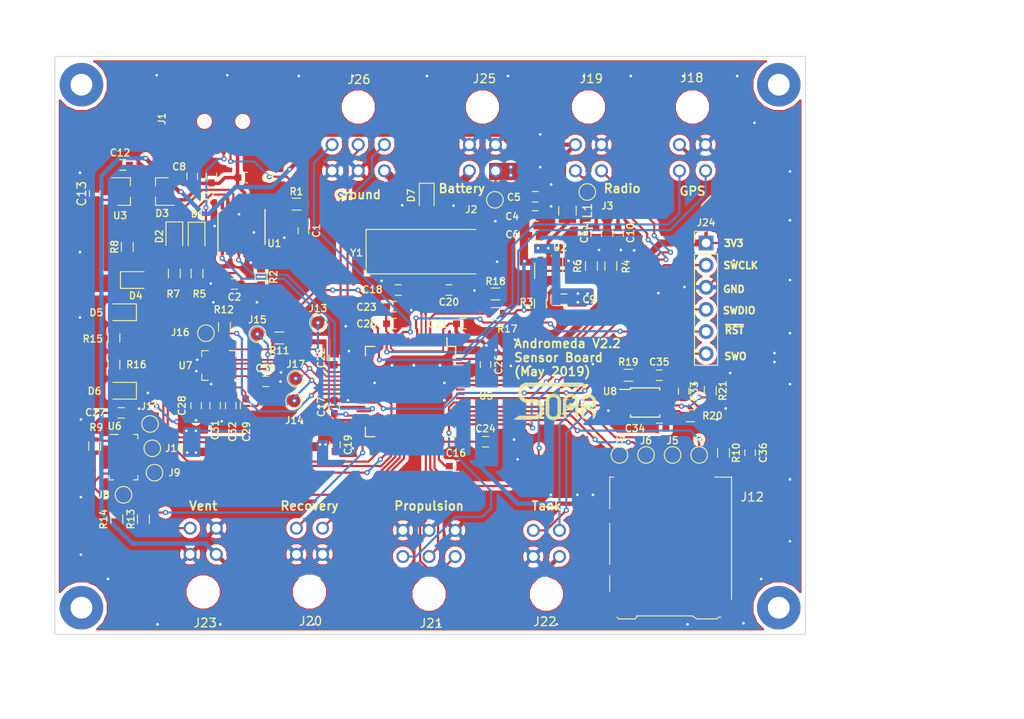
<source format=kicad_pcb>
(kicad_pcb (version 20171130) (host pcbnew "(5.0.2)-1")
  (layers (0 F.Cu signal) (31 B.Cu signal) (34 B.Paste user) (35 F.Paste user) (36 B.SilkS user) (37 F.SilkS user) (38 B.Mask user) (39 F.Mask user) (44 Edge.Cuts user))
  (net 0 "")
  (net 1 "Net-(C1-Pad1)")
  (net 2 GND)
  (net 3 "Net-(C2-Pad1)")
  (net 4 VBUS)
  (net 5 +BATT)
  (net 6 "Net-(C9-Pad1)")
  (net 7 "Net-(C9-Pad2)")
  (net 8 VCC)
  (net 9 +5V)
  (net 10 +3V3)
  (net 11 "Net-(C16-Pad1)")
  (net 12 "Net-(C17-Pad1)")
  (net 13 "Net-(C18-Pad1)")
  (net 14 "Net-(C20-Pad1)")
  (net 15 "Net-(C28-Pad1)")
  (net 16 "Net-(C29-Pad1)")
  (net 17 "/Power and FTDI/TX_LED")
  (net 18 "Net-(D1-Pad2)")
  (net 19 "/Power and FTDI/RX_LED")
  (net 20 "Net-(D2-Pad2)")
  (net 21 "Net-(D4-Pad1)")
  (net 22 "Net-(D5-Pad2)")
  (net 23 "Net-(D6-Pad2)")
  (net 24 "Net-(J1-Pad4)")
  (net 25 SPI2_MISO)
  (net 26 SPI2_MOSI)
  (net 27 SPI2_SCK)
  (net 28 "Net-(J12-Pad8)")
  (net 29 "Net-(J12-Pad1)")
  (net 30 MAG_~CS)
  (net 31 SPI1_MISO)
  (net 32 "Net-(J22-Pad4)")
  (net 33 "Net-(J23-Pad4)")
  (net 34 SWCLK)
  (net 35 SWDIO)
  (net 36 NRST)
  (net 37 SWO)
  (net 38 +12V)
  (net 39 "Net-(R1-Pad1)")
  (net 40 "Net-(R2-Pad1)")
  (net 41 A/G_~CS)
  (net 42 LED1)
  (net 43 LED2)
  (net 44 "Net-(U1-Pad2)")
  (net 45 "Net-(U1-Pad10)")
  (net 46 "Net-(U1-Pad6)")
  (net 47 "Net-(U1-Pad7)")
  (net 48 "Net-(U1-Pad11)")
  (net 49 "Net-(U1-Pad16)")
  (net 50 "Net-(R4-Pad1)")
  (net 51 "Net-(U5-Pad8)")
  (net 52 "Net-(U5-Pad9)")
  (net 53 SPI1_SCK)
  (net 54 SPI1_MOSI)
  (net 55 "Net-(U5-Pad56)")
  (net 56 "Net-(U5-Pad62)")
  (net 57 "Net-(U7-Pad9)")
  (net 58 "Net-(U7-Pad10)")
  (net 59 "Net-(U7-Pad11)")
  (net 60 "Net-(U7-Pad12)")
  (net 61 "Net-(U7-Pad13)")
  (net 62 "Net-(U5-Pad10)")
  (net 63 "Net-(U5-Pad33)")
  (net 64 "Net-(R3-Pad2)")
  (net 65 SPI3_MOSI)
  (net 66 SPI3_SCK)
  (net 67 SPI3_MISO)
  (net 68 "Net-(U5-Pad2)")
  (net 69 "Net-(U5-Pad3)")
  (net 70 "Net-(U5-Pad40)")
  (net 71 "Net-(U5-Pad41)")
  (net 72 "Net-(U5-Pad42)")
  (net 73 "Net-(U5-Pad43)")
  (net 74 SD1_~CS)
  (net 75 BARO_~CS)
  (net 76 UART4_TX)
  (net 77 UART4_RX)
  (net 78 UART1_TX)
  (net 79 UART1_RX)
  (net 80 RECOVERY_2)
  (net 81 RECOVERY_1)
  (net 82 PROPULSION2)
  (net 83 LAUNCH)
  (net 84 UART2_TX)
  (net 85 UART2_RX)
  (net 86 ADC1)
  (net 87 "Net-(R17-Pad2)")
  (net 88 UART3_RX)
  (net 89 UART3_TX)
  (net 90 ADC2)
  (net 91 PROPULSION1)
  (net 92 "Net-(C34-Pad1)")
  (net 93 "Net-(R19-Pad1)")
  (net 94 "Net-(R19-Pad2)")
  (net 95 "Net-(R21-Pad2)")
  (net 96 "Net-(U5-Pad61)")
  (net 97 "Net-(R5-Pad1)")
  (net 98 PROPULSION3)
  (net 99 "Net-(J22-Pad3)")
  (net 100 "Net-(U5-Pad57)")
  (module SOAR_Library:Molex_Micro-Fit_3.0_43045-0600_2x03_P3.00mm_Horizontal (layer F.Cu) (at 126.746 132.842)
    (fp_text reference J21 (at 0.254 -1.27 180) (layer F.SilkS))
    (fp_text value Propulsion)
    (pad "" np_thru_hole circle (at 0 -4.6 180) (size 3 3) (drill 3) (layers *.Cu *.Mask))
    (pad 1 thru_hole circle (at 3 -8.92 180) (size 1.5 1.5) (drill 1) (layers *.Cu *.Mask) (net 91 PROPULSION1))
    (pad 2 thru_hole circle (at 0 -8.92 180) (size 1.5 1.5) (drill 1) (layers *.Cu *.Mask) (net 82 PROPULSION2))
    (pad 4 thru_hole circle (at 3 -11.92 180) (size 1.5 1.5) (drill 1) (layers *.Cu *.Mask) (net 2 GND))
    (pad 5 thru_hole circle (at 0 -11.92 180) (size 1.5 1.5) (drill 1) (layers *.Cu *.Mask) (net 2 GND))
    (pad 6 thru_hole circle (at -3 -11.92 180) (size 1.5 1.5) (drill 1) (layers *.Cu *.Mask) (net 2 GND))
    (pad 3 thru_hole circle (at -3 -8.92 180) (size 1.5 1.5) (drill 1) (layers *.Cu *.Mask) (net 98 PROPULSION3))
  )
  (module SOAR_Kicad_Library:Molex_Micro-Fit_3.0_43045-0400_2x02_P3.00mm_Horizontal (layer F.Cu) (at 140.208 132.842)
    (fp_text reference J22 (at -0.175 -1.45 180) (layer F.SilkS))
    (fp_text value "Tank Pressure")
    (pad "" np_thru_hole circle (at 0 -4.6 180) (size 3 3) (drill 3) (layers *.Cu *.Mask))
    (pad 1 thru_hole circle (at 1.5 -8.92 180) (size 1.5 1.5) (drill 1) (layers *.Cu *.Mask) (net 9 +5V))
    (pad 2 thru_hole circle (at -1.5 -8.92 180) (size 1.5 1.5) (drill 1) (layers *.Cu *.Mask) (net 2 GND))
    (pad 3 thru_hole circle (at 1.5 -11.92 180) (size 1.5 1.5) (drill 1) (layers *.Cu *.Mask) (net 99 "Net-(J22-Pad3)"))
    (pad 4 thru_hole circle (at -1.5 -11.92 180) (size 1.5 1.5) (drill 1) (layers *.Cu *.Mask) (net 32 "Net-(J22-Pad4)"))
  )
  (module SOAR_Library:Hirose_DM3AT-SF-PEJM5_MicroSD (layer F.Cu) (at 157.226 115.57)
    (fp_text reference J12 (at 6.604 1.524) (layer F.SilkS))
    (fp_text value Micro_SD_Card)
    (pad 9 smd rect (at -8.65 -0.6) (size 0.7 1.2) (layers F.Cu F.Paste F.Mask) (net 2 GND))
    (pad 8 smd rect (at -7.7 -0.6) (size 0.7 1.2) (layers F.Cu F.Paste F.Mask) (net 28 "Net-(J12-Pad8)"))
    (pad 1 smd rect (at 0 -0.6) (size 0.7 1.2) (layers F.Cu F.Paste F.Mask) (net 29 "Net-(J12-Pad1)"))
    (pad 2 smd rect (at -1.1 -0.6) (size 0.7 1.2) (layers F.Cu F.Paste F.Mask) (net 74 SD1_~CS))
    (pad 3 smd rect (at -2.2 -0.6) (size 0.7 1.2) (layers F.Cu F.Paste F.Mask) (net 65 SPI3_MOSI))
    (pad 4 smd rect (at -3.3 -0.6) (size 0.7 1.2) (layers F.Cu F.Paste F.Mask) (net 10 +3V3))
    (pad 5 smd rect (at -4.4 -0.6) (size 0.7 1.2) (layers F.Cu F.Paste F.Mask) (net 66 SPI3_SCK))
    (pad 6 smd rect (at -5.5 -0.6) (size 0.7 1.2) (layers F.Cu F.Paste F.Mask) (net 2 GND))
    (pad 7 smd rect (at -6.6 -0.6) (size 0.7 1.2) (layers F.Cu F.Paste F.Mask) (net 67 SPI3_MISO))
    (pad 11 smd rect (at 1.55 -0.6) (size 1 1.2) (layers F.Cu F.Paste F.Mask))
    (pad 11 smd rect (at -9.6 3.7) (size 1 1.2) (layers F.Cu F.Paste F.Mask))
    (pad 10 smd rect (at -9.6 9.9) (size 1 0.8) (layers F.Cu F.Paste F.Mask))
    (pad 11 smd rect (at -9.6 14.05) (size 1 2.8) (layers F.Cu F.Paste F.Mask))
    (pad 11 smd rect (at 3.9 14.5) (size 1.3 1.9) (layers F.Cu F.Paste F.Mask))
  )
  (module LED_SMD:LED_0805_2012Metric (layer F.Cu) (at 100.075 87.27 270)
    (fp_text reference D1 (at -2.67 -0.125) (layer F.SilkS) (effects (font (size 0.8 0.8))))
    (fp_text value Green)
    (pad 1 smd rect (at -0.88 0 270) (size 1.12 1.4) (layers F.Cu F.Paste F.Mask) (net 17 "/Power and FTDI/TX_LED"))
    (pad 2 smd rect (at 0.88 0 270) (size 1.12 1.4) (layers F.Cu F.Paste F.Mask) (net 18 "Net-(D1-Pad2)"))
  )
  (module LED_SMD:LED_0805_2012Metric (layer F.Cu) (at 97.525 87.23 270)
    (fp_text reference D2 (at -0.03 1.725 90) (layer F.SilkS) (effects (font (size 0.8 0.8))))
    (fp_text value Red)
    (pad 1 smd rect (at -0.88 0 270) (size 1.12 1.4) (layers F.Cu F.Paste F.Mask) (net 19 "/Power and FTDI/RX_LED"))
    (pad 2 smd rect (at 0.88 0 270) (size 1.12 1.4) (layers F.Cu F.Paste F.Mask) (net 20 "Net-(D2-Pad2)"))
  )
  (module Package_TO_SOT_SMD:SOT-23 (layer F.Cu) (at 96.125 82.05 180)
    (fp_text reference D3 (at 0 -2.5 180) (layer F.SilkS) (effects (font (size 0.8 0.8))))
    (fp_text value D_Schottky_x2_KCom_AAK)
    (pad 1 smd rect (at -1 -0.95 180) (size 0.9 0.8) (layers F.Cu F.Paste F.Mask) (net 4 VBUS))
    (pad 2 smd rect (at -1 0.95 180) (size 0.9 0.8) (layers F.Cu F.Paste F.Mask) (net 9 +5V))
    (pad 3 smd rect (at 1 0 180) (size 0.9 0.8) (layers F.Cu F.Paste F.Mask) (net 8 VCC))
  )
  (module LED_SMD:LED_0805_2012Metric (layer F.Cu) (at 93.045 92.2)
    (fp_text reference D4 (at 0.055 1.8) (layer F.SilkS) (effects (font (size 0.8 0.8))))
    (fp_text value Green)
    (pad 1 smd rect (at -0.88 0) (size 1.12 1.4) (layers F.Cu F.Paste F.Mask) (net 21 "Net-(D4-Pad1)"))
    (pad 2 smd rect (at 0.88 0) (size 1.12 1.4) (layers F.Cu F.Paste F.Mask) (net 10 +3V3))
  )
  (module LED_SMD:LED_0805_2012Metric (layer F.Cu) (at 91.473 95.898 180)
    (fp_text reference D5 (at 2.905 -0.05 180) (layer F.SilkS) (effects (font (size 0.8 0.8))))
    (fp_text value LED)
    (pad 1 smd rect (at -0.88 0 180) (size 1.12 1.4) (layers F.Cu F.Paste F.Mask) (net 2 GND))
    (pad 2 smd rect (at 0.88 0 180) (size 1.12 1.4) (layers F.Cu F.Paste F.Mask) (net 22 "Net-(D5-Pad2)"))
  )
  (module LED_SMD:LED_0805_2012Metric (layer F.Cu) (at 91.473 104.898 180)
    (fp_text reference D6 (at 3.105 -0.05 180) (layer F.SilkS) (effects (font (size 0.8 0.8))))
    (fp_text value LED)
    (pad 1 smd rect (at -0.88 0 180) (size 1.12 1.4) (layers F.Cu F.Paste F.Mask) (net 2 GND))
    (pad 2 smd rect (at 0.88 0 180) (size 1.12 1.4) (layers F.Cu F.Paste F.Mask) (net 23 "Net-(D6-Pad2)"))
  )
  (module Connector_PinHeader_2.54mm:PinHeader_1x06_P2.54mm_Vertical (layer F.Cu) (at 158.525 87.95)
    (fp_text reference J24 (at 0 -2.33) (layer F.SilkS) (effects (font (size 0.8 0.8))))
    (fp_text value Conn_01x06)
    (pad 1 thru_hole rect (at 0 0) (size 1.7 1.7) (drill 1) (layers *.Cu *.Mask) (net 10 +3V3))
    (pad 2 thru_hole oval (at 0 2.54) (size 1.7 1.7) (drill 1) (layers *.Cu *.Mask) (net 34 SWCLK))
    (pad 3 thru_hole oval (at 0 5.08) (size 1.7 1.7) (drill 1) (layers *.Cu *.Mask) (net 2 GND))
    (pad 4 thru_hole oval (at 0 7.62) (size 1.7 1.7) (drill 1) (layers *.Cu *.Mask) (net 35 SWDIO))
    (pad 5 thru_hole oval (at 0 10.16) (size 1.7 1.7) (drill 1) (layers *.Cu *.Mask) (net 36 NRST))
    (pad 6 thru_hole oval (at 0 12.7) (size 1.7 1.7) (drill 1) (layers *.Cu *.Mask) (net 37 SWO))
  )
  (module Package_SO:SSOP-16_3.9x4.9mm_P0.635mm (layer F.Cu) (at 105.2525 86.1 90)
    (fp_text reference U1 (at -1.9 3.7475 180) (layer F.SilkS) (effects (font (size 0.8 0.8))))
    (fp_text value FT230XS)
    (pad 1 smd rect (at -2.6 -2.2225 90) (size 1.2 0.4) (layers F.Cu F.Paste F.Mask) (net 88 UART3_RX))
    (pad 2 smd rect (at -2.6 -1.5875 90) (size 1.2 0.4) (layers F.Cu F.Paste F.Mask) (net 44 "Net-(U1-Pad2)"))
    (pad 3 smd rect (at -2.6 -0.9525 90) (size 1.2 0.4) (layers F.Cu F.Paste F.Mask) (net 45 "Net-(U1-Pad10)"))
    (pad 4 smd rect (at -2.6 -0.3175 90) (size 1.2 0.4) (layers F.Cu F.Paste F.Mask) (net 89 UART3_TX))
    (pad 5 smd rect (at -2.6 0.3175 90) (size 1.2 0.4) (layers F.Cu F.Paste F.Mask) (net 2 GND))
    (pad 6 smd rect (at -2.6 0.9525 90) (size 1.2 0.4) (layers F.Cu F.Paste F.Mask) (net 46 "Net-(U1-Pad6)"))
    (pad 7 smd rect (at -2.6 1.5875 90) (size 1.2 0.4) (layers F.Cu F.Paste F.Mask) (net 47 "Net-(U1-Pad7)"))
    (pad 8 smd rect (at -2.6 2.2225 90) (size 1.2 0.4) (layers F.Cu F.Paste F.Mask) (net 40 "Net-(R2-Pad1)"))
    (pad 9 smd rect (at 2.6 2.2225 90) (size 1.2 0.4) (layers F.Cu F.Paste F.Mask) (net 39 "Net-(R1-Pad1)"))
    (pad 10 smd rect (at 2.6 1.5875 90) (size 1.2 0.4) (layers F.Cu F.Paste F.Mask) (net 45 "Net-(U1-Pad10)"))
    (pad 11 smd rect (at 2.6 0.9525 90) (size 1.2 0.4) (layers F.Cu F.Paste F.Mask) (net 48 "Net-(U1-Pad11)"))
    (pad 12 smd rect (at 2.6 0.3175 90) (size 1.2 0.4) (layers F.Cu F.Paste F.Mask) (net 4 VBUS))
    (pad 13 smd rect (at 2.6 -0.3175 90) (size 1.2 0.4) (layers F.Cu F.Paste F.Mask) (net 2 GND))
    (pad 14 smd rect (at 2.6 -0.9525 90) (size 1.2 0.4) (layers F.Cu F.Paste F.Mask) (net 19 "/Power and FTDI/RX_LED"))
    (pad 15 smd rect (at 2.6 -1.5875 90) (size 1.2 0.4) (layers F.Cu F.Paste F.Mask) (net 17 "/Power and FTDI/TX_LED"))
    (pad 16 smd rect (at 2.6 -2.2225 90) (size 1.2 0.4) (layers F.Cu F.Paste F.Mask) (net 49 "Net-(U1-Pad16)"))
  )
  (module Package_TO_SOT_SMD:SOT-23-6 (layer F.Cu) (at 140.475 91.15 270)
    (fp_text reference U2 (at -2.7 -1.3) (layer F.SilkS) (effects (font (size 0.8 0.8))))
    (fp_text value TPS562200)
    (pad 1 smd rect (at -1.1 -0.95 270) (size 1.06 0.65) (layers F.Cu F.Paste F.Mask) (net 2 GND))
    (pad 2 smd rect (at -1.1 0 270) (size 1.06 0.65) (layers F.Cu F.Paste F.Mask) (net 7 "Net-(C9-Pad2)"))
    (pad 3 smd rect (at -1.1 0.95 270) (size 1.06 0.65) (layers F.Cu F.Paste F.Mask) (net 5 +BATT))
    (pad 4 smd rect (at 1.1 0.95 270) (size 1.06 0.65) (layers F.Cu F.Paste F.Mask) (net 50 "Net-(R4-Pad1)"))
    (pad 6 smd rect (at 1.1 -0.95 270) (size 1.06 0.65) (layers F.Cu F.Paste F.Mask) (net 6 "Net-(C9-Pad1)"))
    (pad 5 smd rect (at 1.1 0 270) (size 1.06 0.65) (layers F.Cu F.Paste F.Mask) (net 64 "Net-(R3-Pad2)"))
  )
  (module Package_TO_SOT_SMD:SOT-23 (layer F.Cu) (at 91.725 82.05)
    (fp_text reference U3 (at -0.425 2.75) (layer F.SilkS) (effects (font (size 0.8 0.8))))
    (fp_text value AP2210-3.3)
    (pad 1 smd rect (at -1 -0.95) (size 0.9 0.8) (layers F.Cu F.Paste F.Mask) (net 2 GND))
    (pad 2 smd rect (at -1 0.95) (size 0.9 0.8) (layers F.Cu F.Paste F.Mask) (net 10 +3V3))
    (pad 3 smd rect (at 1 0) (size 0.9 0.8) (layers F.Cu F.Paste F.Mask) (net 8 VCC))
  )
  (module Package_QFP:LQFP-64_10x10mm_P0.5mm (layer F.Cu) (at 124.625 105 270)
    (fp_text reference U5 (at 0.5 -8.675) (layer F.SilkS) (effects (font (size 0.8 0.8))))
    (fp_text value STM32F405R)
    (pad 1 smd rect (at -5.7 -3.75 270) (size 1 0.25) (layers F.Cu F.Paste F.Mask) (net 10 +3V3))
    (pad 2 smd rect (at -5.7 -3.25 270) (size 1 0.25) (layers F.Cu F.Paste F.Mask) (net 68 "Net-(U5-Pad2)"))
    (pad 3 smd rect (at -5.7 -2.75 270) (size 1 0.25) (layers F.Cu F.Paste F.Mask) (net 69 "Net-(U5-Pad3)"))
    (pad 4 smd rect (at -5.7 -2.25 270) (size 1 0.25) (layers F.Cu F.Paste F.Mask) (net 87 "Net-(R17-Pad2)"))
    (pad 5 smd rect (at -5.7 -1.75 270) (size 1 0.25) (layers F.Cu F.Paste F.Mask) (net 14 "Net-(C20-Pad1)"))
    (pad 6 smd rect (at -5.7 -1.25 270) (size 1 0.25) (layers F.Cu F.Paste F.Mask) (net 13 "Net-(C18-Pad1)"))
    (pad 7 smd rect (at -5.7 -0.75 270) (size 1 0.25) (layers F.Cu F.Paste F.Mask) (net 36 NRST))
    (pad 8 smd rect (at -5.7 -0.25 270) (size 1 0.25) (layers F.Cu F.Paste F.Mask) (net 51 "Net-(U5-Pad8)"))
    (pad 9 smd rect (at -5.7 0.25 270) (size 1 0.25) (layers F.Cu F.Paste F.Mask) (net 52 "Net-(U5-Pad9)"))
    (pad 10 smd rect (at -5.7 0.75 270) (size 1 0.25) (layers F.Cu F.Paste F.Mask) (net 62 "Net-(U5-Pad10)"))
    (pad 11 smd rect (at -5.7 1.25 270) (size 1 0.25) (layers F.Cu F.Paste F.Mask) (net 83 LAUNCH))
    (pad 12 smd rect (at -5.7 1.75 270) (size 1 0.25) (layers F.Cu F.Paste F.Mask) (net 2 GND))
    (pad 13 smd rect (at -5.7 2.25 270) (size 1 0.25) (layers F.Cu F.Paste F.Mask) (net 10 +3V3))
    (pad 14 smd rect (at -5.7 2.75 270) (size 1 0.25) (layers F.Cu F.Paste F.Mask) (net 76 UART4_TX))
    (pad 15 smd rect (at -5.7 3.25 270) (size 1 0.25) (layers F.Cu F.Paste F.Mask) (net 77 UART4_RX))
    (pad 16 smd rect (at -5.7 3.75 270) (size 1 0.25) (layers F.Cu F.Paste F.Mask) (net 84 UART2_TX))
    (pad 17 smd rect (at -3.75 5.7) (size 1 0.25) (layers F.Cu F.Paste F.Mask) (net 85 UART2_RX))
    (pad 18 smd rect (at -3.25 5.7) (size 1 0.25) (layers F.Cu F.Paste F.Mask) (net 2 GND))
    (pad 19 smd rect (at -2.75 5.7) (size 1 0.25) (layers F.Cu F.Paste F.Mask) (net 10 +3V3))
    (pad 20 smd rect (at -2.25 5.7) (size 1 0.25) (layers F.Cu F.Paste F.Mask) (net 41 A/G_~CS))
    (pad 21 smd rect (at -1.75 5.7) (size 1 0.25) (layers F.Cu F.Paste F.Mask) (net 53 SPI1_SCK))
    (pad 22 smd rect (at -1.25 5.7) (size 1 0.25) (layers F.Cu F.Paste F.Mask) (net 31 SPI1_MISO))
    (pad 23 smd rect (at -0.75 5.7) (size 1 0.25) (layers F.Cu F.Paste F.Mask) (net 54 SPI1_MOSI))
    (pad 24 smd rect (at -0.25 5.7) (size 1 0.25) (layers F.Cu F.Paste F.Mask) (net 30 MAG_~CS))
    (pad 25 smd rect (at 0.25 5.7) (size 1 0.25) (layers F.Cu F.Paste F.Mask) (net 42 LED1))
    (pad 26 smd rect (at 0.75 5.7) (size 1 0.25) (layers F.Cu F.Paste F.Mask) (net 86 ADC1))
    (pad 27 smd rect (at 1.25 5.7) (size 1 0.25) (layers F.Cu F.Paste F.Mask) (net 90 ADC2))
    (pad 28 smd rect (at 1.75 5.7) (size 1 0.25) (layers F.Cu F.Paste F.Mask) (net 43 LED2))
    (pad 29 smd rect (at 2.25 5.7) (size 1 0.25) (layers F.Cu F.Paste F.Mask) (net 89 UART3_TX))
    (pad 30 smd rect (at 2.75 5.7) (size 1 0.25) (layers F.Cu F.Paste F.Mask) (net 88 UART3_RX))
    (pad 31 smd rect (at 3.25 5.7) (size 1 0.25) (layers F.Cu F.Paste F.Mask) (net 12 "Net-(C17-Pad1)"))
    (pad 32 smd rect (at 3.75 5.7) (size 1 0.25) (layers F.Cu F.Paste F.Mask) (net 10 +3V3))
    (pad 33 smd rect (at 5.7 3.75 270) (size 1 0.25) (layers F.Cu F.Paste F.Mask) (net 63 "Net-(U5-Pad33)"))
    (pad 34 smd rect (at 5.7 3.25 270) (size 1 0.25) (layers F.Cu F.Paste F.Mask) (net 27 SPI2_SCK))
    (pad 35 smd rect (at 5.7 2.75 270) (size 1 0.25) (layers F.Cu F.Paste F.Mask) (net 25 SPI2_MISO))
    (pad 36 smd rect (at 5.7 2.25 270) (size 1 0.25) (layers F.Cu F.Paste F.Mask) (net 26 SPI2_MOSI))
    (pad 37 smd rect (at 5.7 1.75 270) (size 1 0.25) (layers F.Cu F.Paste F.Mask) (net 75 BARO_~CS))
    (pad 38 smd rect (at 5.7 1.25 270) (size 1 0.25) (layers F.Cu F.Paste F.Mask) (net 81 RECOVERY_1))
    (pad 39 smd rect (at 5.7 0.75 270) (size 1 0.25) (layers F.Cu F.Paste F.Mask) (net 80 RECOVERY_2))
    (pad 40 smd rect (at 5.7 0.25 270) (size 1 0.25) (layers F.Cu F.Paste F.Mask) (net 70 "Net-(U5-Pad40)"))
    (pad 41 smd rect (at 5.7 -0.25 270) (size 1 0.25) (layers F.Cu F.Paste F.Mask) (net 71 "Net-(U5-Pad41)"))
    (pad 42 smd rect (at 5.7 -0.75 270) (size 1 0.25) (layers F.Cu F.Paste F.Mask) (net 72 "Net-(U5-Pad42)"))
    (pad 43 smd rect (at 5.7 -1.25 270) (size 1 0.25) (layers F.Cu F.Paste F.Mask) (net 73 "Net-(U5-Pad43)"))
    (pad 44 smd rect (at 5.7 -1.75 270) (size 1 0.25) (layers F.Cu F.Paste F.Mask) (net 91 PROPULSION1))
    (pad 45 smd rect (at 5.7 -2.25 270) (size 1 0.25) (layers F.Cu F.Paste F.Mask) (net 82 PROPULSION2))
    (pad 46 smd rect (at 5.7 -2.75 270) (size 1 0.25) (layers F.Cu F.Paste F.Mask) (net 35 SWDIO))
    (pad 47 smd rect (at 5.7 -3.25 270) (size 1 0.25) (layers F.Cu F.Paste F.Mask) (net 11 "Net-(C16-Pad1)"))
    (pad 48 smd rect (at 5.7 -3.75 270) (size 1 0.25) (layers F.Cu F.Paste F.Mask) (net 10 +3V3))
    (pad 49 smd rect (at 3.75 -5.7) (size 1 0.25) (layers F.Cu F.Paste F.Mask) (net 34 SWCLK))
    (pad 50 smd rect (at 3.25 -5.7) (size 1 0.25) (layers F.Cu F.Paste F.Mask) (net 74 SD1_~CS))
    (pad 51 smd rect (at 2.75 -5.7) (size 1 0.25) (layers F.Cu F.Paste F.Mask) (net 66 SPI3_SCK))
    (pad 52 smd rect (at 2.25 -5.7) (size 1 0.25) (layers F.Cu F.Paste F.Mask) (net 67 SPI3_MISO))
    (pad 53 smd rect (at 1.75 -5.7) (size 1 0.25) (layers F.Cu F.Paste F.Mask) (net 65 SPI3_MOSI))
    (pad 54 smd rect (at 1.25 -5.7) (size 1 0.25) (layers F.Cu F.Paste F.Mask) (net 98 PROPULSION3))
    (pad 55 smd rect (at 0.75 -5.7) (size 1 0.25) (layers F.Cu F.Paste F.Mask) (net 37 SWO))
    (pad 56 smd rect (at 0.25 -5.7) (size 1 0.25) (layers F.Cu F.Paste F.Mask) (net 55 "Net-(U5-Pad56)"))
    (pad 57 smd rect (at -0.25 -5.7) (size 1 0.25) (layers F.Cu F.Paste F.Mask) (net 100 "Net-(U5-Pad57)"))
    (pad 58 smd rect (at -0.75 -5.7) (size 1 0.25) (layers F.Cu F.Paste F.Mask) (net 78 UART1_TX))
    (pad 59 smd rect (at -1.25 -5.7) (size 1 0.25) (layers F.Cu F.Paste F.Mask) (net 79 UART1_RX))
    (pad 60 smd rect (at -1.75 -5.7) (size 1 0.25) (layers F.Cu F.Paste F.Mask) (net 2 GND))
    (pad 61 smd rect (at -2.25 -5.7) (size 1 0.25) (layers F.Cu F.Paste F.Mask) (net 96 "Net-(U5-Pad61)"))
    (pad 62 smd rect (at -2.75 -5.7) (size 1 0.25) (layers F.Cu F.Paste F.Mask) (net 56 "Net-(U5-Pad62)"))
    (pad 63 smd rect (at -3.25 -5.7) (size 1 0.25) (layers F.Cu F.Paste F.Mask) (net 2 GND))
    (pad 64 smd rect (at -3.75 -5.7) (size 1 0.25) (layers F.Cu F.Paste F.Mask) (net 10 +3V3))
  )
  (module Package_LGA:LGA-8_3x5mm_P1.25mm (layer F.Cu) (at 91.694 112.522)
    (fp_text reference U6 (at -1.016 -3.556 -180) (layer F.SilkS) (effects (font (size 0.8 0.8))))
    (fp_text value MS5607)
    (pad 4 smd rect (at -1.075 1.875) (size 0.95 0.55) (layers F.Cu F.Paste F.Mask) (net 75 BARO_~CS))
    (pad 1 smd rect (at -1.075 -1.875) (size 0.95 0.55) (layers F.Cu F.Paste F.Mask) (net 10 +3V3))
    (pad 2 smd rect (at -1.075 -0.625) (size 0.95 0.55) (layers F.Cu F.Paste F.Mask) (net 2 GND))
    (pad 3 smd rect (at -1.075 0.625) (size 0.95 0.55) (layers F.Cu F.Paste F.Mask) (net 2 GND))
    (pad 8 smd rect (at 1.075 -1.875) (size 0.95 0.55) (layers F.Cu F.Paste F.Mask) (net 27 SPI2_SCK))
    (pad 7 smd rect (at 1.075 -0.625) (size 0.95 0.55) (layers F.Cu F.Paste F.Mask) (net 26 SPI2_MOSI))
    (pad 6 smd rect (at 1.075 0.625) (size 0.95 0.55) (layers F.Cu F.Paste F.Mask) (net 25 SPI2_MISO))
    (pad 5 smd rect (at 1.075 1.875) (size 0.95 0.55) (layers F.Cu F.Paste F.Mask) (net 75 BARO_~CS))
  )
  (module Package_LGA:LGA-24L_3x3.5mm_P0.43mm (layer F.Cu) (at 102.625 102 180)
    (fp_text reference U7 (at 3.825 0 180) (layer F.SilkS) (effects (font (size 0.8 0.8))))
    (fp_text value LSM9DS1)
    (pad 1 smd rect (at -1.505 -1.225 180) (size 0.23 0.35) (layers F.Cu F.Paste F.Mask) (net 10 +3V3))
    (pad 2 smd rect (at -1.475 -0.645 180) (size 0.35 0.23) (layers F.Cu F.Paste F.Mask) (net 53 SPI1_SCK))
    (pad 17 smd rect (at 1.475 -0.645 180) (size 0.35 0.23) (layers F.Cu F.Paste F.Mask) (net 2 GND))
    (pad 3 smd rect (at -1.475 -0.215 180) (size 0.35 0.23) (layers F.Cu F.Paste F.Mask) (net 10 +3V3))
    (pad 16 smd rect (at 1.475 -0.215 180) (size 0.35 0.23) (layers F.Cu F.Paste F.Mask) (net 2 GND))
    (pad 4 smd rect (at -1.475 0.215 180) (size 0.35 0.23) (layers F.Cu F.Paste F.Mask) (net 54 SPI1_MOSI))
    (pad 15 smd rect (at 1.475 0.215 180) (size 0.35 0.23) (layers F.Cu F.Paste F.Mask) (net 2 GND))
    (pad 5 smd rect (at -1.475 0.645 180) (size 0.35 0.23) (layers F.Cu F.Paste F.Mask) (net 31 SPI1_MISO))
    (pad 14 smd rect (at 1.475 0.645 180) (size 0.35 0.23) (layers F.Cu F.Paste F.Mask) (net 2 GND))
    (pad 24 smd rect (at -1.075 -1.225 180) (size 0.23 0.35) (layers F.Cu F.Paste F.Mask) (net 16 "Net-(C29-Pad1)"))
    (pad 23 smd rect (at -0.645 -1.225 180) (size 0.23 0.35) (layers F.Cu F.Paste F.Mask) (net 10 +3V3))
    (pad 22 smd rect (at -0.215 -1.225 180) (size 0.23 0.35) (layers F.Cu F.Paste F.Mask) (net 10 +3V3))
    (pad 21 smd rect (at 0.215 -1.225 180) (size 0.23 0.35) (layers F.Cu F.Paste F.Mask) (net 15 "Net-(C28-Pad1)"))
    (pad 20 smd rect (at 0.645 -1.225 180) (size 0.23 0.35) (layers F.Cu F.Paste F.Mask) (net 2 GND))
    (pad 19 smd rect (at 1.075 -1.225 180) (size 0.23 0.35) (layers F.Cu F.Paste F.Mask) (net 2 GND))
    (pad 18 smd rect (at 1.505 -1.225 180) (size 0.23 0.35) (layers F.Cu F.Paste F.Mask) (net 2 GND))
    (pad 6 smd rect (at -1.505 1.225 180) (size 0.23 0.35) (layers F.Cu F.Paste F.Mask) (net 31 SPI1_MISO))
    (pad 7 smd rect (at -1.075 1.225 180) (size 0.23 0.35) (layers F.Cu F.Paste F.Mask) (net 41 A/G_~CS))
    (pad 8 smd rect (at -0.645 1.225 180) (size 0.23 0.35) (layers F.Cu F.Paste F.Mask) (net 30 MAG_~CS))
    (pad 9 smd rect (at -0.215 1.225 180) (size 0.23 0.35) (layers F.Cu F.Paste F.Mask) (net 57 "Net-(U7-Pad9)"))
    (pad 10 smd rect (at 0.215 1.225 180) (size 0.23 0.35) (layers F.Cu F.Paste F.Mask) (net 58 "Net-(U7-Pad10)"))
    (pad 11 smd rect (at 0.645 1.225 180) (size 0.23 0.35) (layers F.Cu F.Paste F.Mask) (net 59 "Net-(U7-Pad11)"))
    (pad 12 smd rect (at 1.075 1.225 180) (size 0.23 0.35) (layers F.Cu F.Paste F.Mask) (net 60 "Net-(U7-Pad12)"))
    (pad 13 smd rect (at 1.505 1.225 180) (size 0.23 0.35) (layers F.Cu F.Paste F.Mask) (net 61 "Net-(U7-Pad13)"))
  )
  (module Crystal:Crystal_SMD_HC49-SD (layer F.Cu) (at 126.225 88.95)
    (fp_text reference Y1 (at -7.8 0.125) (layer F.SilkS) (effects (font (size 0.8 0.8))))
    (fp_text value Crystal_8MHz_18pf)
    (pad 1 smd rect (at -4.25 0) (size 4.5 2) (layers F.Cu F.Paste F.Mask) (net 13 "Net-(C18-Pad1)"))
    (pad 2 smd rect (at 4.25 0) (size 4.5 2) (layers F.Cu F.Paste F.Mask) (net 14 "Net-(C20-Pad1)"))
  )
  (module Resistors_SMD:R_0603 (layer F.Cu) (at 111.525 83.5)
    (fp_text reference R1 (at 0 -1.45) (layer F.SilkS) (effects (font (size 0.8 0.8))))
    (fp_text value 27)
    (pad 1 smd rect (at -0.75 0) (size 0.5 0.9) (layers F.Cu F.Paste F.Mask) (net 39 "Net-(R1-Pad1)"))
    (pad 2 smd rect (at 0.75 0) (size 0.5 0.9) (layers F.Cu F.Paste F.Mask) (net 1 "Net-(C1-Pad1)"))
  )
  (module Resistors_SMD:R_0603 (layer F.Cu) (at 107.475 91.85 270)
    (fp_text reference R2 (at 0 -1.45 270) (layer F.SilkS) (effects (font (size 0.8 0.8))))
    (fp_text value 27)
    (pad 1 smd rect (at -0.75 0 270) (size 0.5 0.9) (layers F.Cu F.Paste F.Mask) (net 40 "Net-(R2-Pad1)"))
    (pad 2 smd rect (at 0.75 0 270) (size 0.5 0.9) (layers F.Cu F.Paste F.Mask) (net 3 "Net-(C2-Pad1)"))
  )
  (module Resistors_SMD:R_0603 (layer F.Cu) (at 139.525 94.9 90)
    (fp_text reference R3 (at 0.158 -1.603 180) (layer F.SilkS) (effects (font (size 0.8 0.8))))
    (fp_text value 10K)
    (pad 1 smd rect (at -0.75 0 90) (size 0.5 0.9) (layers F.Cu F.Paste F.Mask) (net 5 +BATT))
    (pad 2 smd rect (at 0.75 0 90) (size 0.5 0.9) (layers F.Cu F.Paste F.Mask) (net 64 "Net-(R3-Pad2)"))
  )
  (module Resistors_SMD:R_0603 (layer F.Cu) (at 147.6 90.575 90)
    (fp_text reference R4 (at -0.075 1.75 90) (layer F.SilkS) (effects (font (size 0.8 0.8))))
    (fp_text value 10K)
    (pad 1 smd rect (at -0.75 0 90) (size 0.5 0.9) (layers F.Cu F.Paste F.Mask) (net 50 "Net-(R4-Pad1)"))
    (pad 2 smd rect (at 0.75 0 90) (size 0.5 0.9) (layers F.Cu F.Paste F.Mask) (net 2 GND))
  )
  (module Resistors_SMD:R_0603 (layer F.Cu) (at 100.125 91.45 90)
    (fp_text reference R5 (at -2.35 0.275 180) (layer F.SilkS) (effects (font (size 0.8 0.8))))
    (fp_text value 330)
    (pad 1 smd rect (at -0.75 0 90) (size 0.5 0.9) (layers F.Cu F.Paste F.Mask) (net 97 "Net-(R5-Pad1)"))
    (pad 2 smd rect (at 0.75 0 90) (size 0.5 0.9) (layers F.Cu F.Paste F.Mask) (net 18 "Net-(D1-Pad2)"))
  )
  (module Resistors_SMD:R_0603 (layer F.Cu) (at 145.375 90.6 270)
    (fp_text reference R6 (at 0 1.6 270) (layer F.SilkS) (effects (font (size 0.8 0.8))))
    (fp_text value 54.9K)
    (pad 1 smd rect (at -0.75 0 270) (size 0.5 0.9) (layers F.Cu F.Paste F.Mask) (net 9 +5V))
    (pad 2 smd rect (at 0.75 0 270) (size 0.5 0.9) (layers F.Cu F.Paste F.Mask) (net 50 "Net-(R4-Pad1)"))
  )
  (module Resistors_SMD:R_0603 (layer F.Cu) (at 97.525 91.45 270)
    (fp_text reference R7 (at 2.35 0.125) (layer F.SilkS) (effects (font (size 0.8 0.8))))
    (fp_text value 330)
    (pad 1 smd rect (at -0.75 0 270) (size 0.5 0.9) (layers F.Cu F.Paste F.Mask) (net 20 "Net-(D2-Pad2)"))
    (pad 2 smd rect (at 0.75 0 270) (size 0.5 0.9) (layers F.Cu F.Paste F.Mask) (net 97 "Net-(R5-Pad1)"))
  )
  (module Resistors_SMD:R_0603 (layer F.Cu) (at 92.125 88.4 90)
    (fp_text reference R8 (at 0 -1.45 90) (layer F.SilkS) (effects (font (size 0.8 0.8))))
    (fp_text value 330)
    (pad 1 smd rect (at -0.75 0 90) (size 0.5 0.9) (layers F.Cu F.Paste F.Mask) (net 21 "Net-(D4-Pad1)"))
    (pad 2 smd rect (at 0.75 0 90) (size 0.5 0.9) (layers F.Cu F.Paste F.Mask) (net 2 GND))
  )
  (module Resistors_SMD:R_0603 (layer F.Cu) (at 88.392 111.252 270)
    (fp_text reference R9 (at -2.15 -0.175) (layer F.SilkS) (effects (font (size 0.8 0.8))))
    (fp_text value 10K)
    (pad 1 smd rect (at -0.75 0 270) (size 0.5 0.9) (layers F.Cu F.Paste F.Mask) (net 10 +3V3))
    (pad 2 smd rect (at 0.75 0 270) (size 0.5 0.9) (layers F.Cu F.Paste F.Mask) (net 75 BARO_~CS))
  )
  (module Resistors_SMD:R_0603 (layer F.Cu) (at 160.528 112.026 270)
    (fp_text reference R10 (at 0 -1.45 270) (layer F.SilkS) (effects (font (size 0.8 0.8))))
    (fp_text value 10K)
    (pad 1 smd rect (at -0.75 0 270) (size 0.5 0.9) (layers F.Cu F.Paste F.Mask) (net 10 +3V3))
    (pad 2 smd rect (at 0.75 0 270) (size 0.5 0.9) (layers F.Cu F.Paste F.Mask) (net 74 SD1_~CS))
  )
  (module Resistors_SMD:R_0603 (layer F.Cu) (at 109.575 98.85 180)
    (fp_text reference R11 (at 0 -1.45 180) (layer F.SilkS) (effects (font (size 0.8 0.8))))
    (fp_text value 10K)
    (pad 1 smd rect (at -0.75 0 180) (size 0.5 0.9) (layers F.Cu F.Paste F.Mask) (net 10 +3V3))
    (pad 2 smd rect (at 0.75 0 180) (size 0.5 0.9) (layers F.Cu F.Paste F.Mask) (net 41 A/G_~CS))
  )
  (module Resistors_SMD:R_0603 (layer F.Cu) (at 103.275 97.575 270)
    (fp_text reference R12 (at -1.975 0.075) (layer F.SilkS) (effects (font (size 0.8 0.8))))
    (fp_text value 10K)
    (pad 1 smd rect (at -0.75 0 270) (size 0.5 0.9) (layers F.Cu F.Paste F.Mask) (net 10 +3V3))
    (pad 2 smd rect (at 0.75 0 270) (size 0.5 0.9) (layers F.Cu F.Paste F.Mask) (net 30 MAG_~CS))
  )
  (module Resistors_SMD:R_0603 (layer F.Cu) (at 93.98 119.634 90)
    (fp_text reference R13 (at 0 -1.45 90) (layer F.SilkS) (effects (font (size 0.8 0.8))))
    (fp_text value 100K)
    (pad 1 smd rect (at -0.75 0 90) (size 0.5 0.9) (layers F.Cu F.Paste F.Mask) (net 33 "Net-(J23-Pad4)"))
    (pad 2 smd rect (at 0.75 0 90) (size 0.5 0.9) (layers F.Cu F.Paste F.Mask) (net 86 ADC1))
  )
  (module Resistors_SMD:R_0603 (layer F.Cu) (at 90.932 119.634 270)
    (fp_text reference R14 (at 0 1.524 270) (layer F.SilkS) (effects (font (size 0.8 0.8))))
    (fp_text value 133K)
    (pad 1 smd rect (at -0.75 0 270) (size 0.5 0.9) (layers F.Cu F.Paste F.Mask) (net 86 ADC1))
    (pad 2 smd rect (at 0.75 0 270) (size 0.5 0.9) (layers F.Cu F.Paste F.Mask) (net 2 GND))
  )
  (module Resistors_SMD:R_0603 (layer F.Cu) (at 90.593 98.848 90)
    (fp_text reference R15 (at -0.1 -2.425 180) (layer F.SilkS) (effects (font (size 0.8 0.8))))
    (fp_text value 330)
    (pad 1 smd rect (at -0.75 0 90) (size 0.5 0.9) (layers F.Cu F.Paste F.Mask) (net 42 LED1))
    (pad 2 smd rect (at 0.75 0 90) (size 0.5 0.9) (layers F.Cu F.Paste F.Mask) (net 22 "Net-(D5-Pad2)"))
  )
  (module Resistors_SMD:R_0603 (layer F.Cu) (at 90.593 101.898 270)
    (fp_text reference R16 (at 0 -2.575) (layer F.SilkS) (effects (font (size 0.8 0.8))))
    (fp_text value 330)
    (pad 1 smd rect (at -0.75 0 270) (size 0.5 0.9) (layers F.Cu F.Paste F.Mask) (net 43 LED2))
    (pad 2 smd rect (at 0.75 0 270) (size 0.5 0.9) (layers F.Cu F.Paste F.Mask) (net 23 "Net-(D6-Pad2)"))
  )
  (module Resistors_SMD:R_0603 (layer F.Cu) (at 134.375 96.05 180)
    (fp_text reference R17 (at -1.35 -1.75 180) (layer F.SilkS) (effects (font (size 0.8 0.8))))
    (fp_text value 30K)
    (pad 1 smd rect (at -0.75 0 180) (size 0.5 0.9) (layers F.Cu F.Paste F.Mask) (net 5 +BATT))
    (pad 2 smd rect (at 0.75 0 180) (size 0.5 0.9) (layers F.Cu F.Paste F.Mask) (net 87 "Net-(R17-Pad2)"))
  )
  (module Resistors_SMD:R_0603 (layer F.Cu) (at 134.375 93.8)
    (fp_text reference R18 (at 0 -1.45) (layer F.SilkS) (effects (font (size 0.8 0.8))))
    (fp_text value 10K)
    (pad 1 smd rect (at -0.75 0) (size 0.5 0.9) (layers F.Cu F.Paste F.Mask) (net 87 "Net-(R17-Pad2)"))
    (pad 2 smd rect (at 0.75 0) (size 0.5 0.9) (layers F.Cu F.Paste F.Mask) (net 2 GND))
  )
  (module Connectors_TestPoints:Test_Point_Pad_d1.5mm (layer F.Cu) (at 134.3 83)
    (fp_text reference J2 (at -2.7 1.1) (layer F.SilkS) (effects (font (size 0.8 0.8))))
    (fp_text value TEST_1P)
    (pad 1 smd circle (at 0 0) (size 1.5 1.5) (layers F.Cu F.Mask) (net 5 +BATT))
  )
  (module Connectors_TestPoints:Test_Point_Pad_d1.5mm (layer F.Cu) (at 144.9 82.1)
    (fp_text reference J3 (at 2.3 1.6) (layer F.SilkS) (effects (font (size 0.8 0.8))))
    (fp_text value TEST_1P)
    (pad 1 smd circle (at 0 0) (size 1.5 1.5) (layers F.Cu F.Mask) (net 9 +5V))
  )
  (module Connectors_TestPoints:Test_Point_Pad_d1.5mm (layer F.Cu) (at 157.734 112.268)
    (fp_text reference J4 (at 0 -1.648) (layer F.SilkS) (effects (font (size 0.8 0.8))))
    (fp_text value TEST_1P)
    (pad 1 smd circle (at 0 0) (size 1.5 1.5) (layers F.Cu F.Mask) (net 74 SD1_~CS))
  )
  (module Connectors_TestPoints:Test_Point_Pad_d1.5mm (layer F.Cu) (at 154.686 112.268)
    (fp_text reference J5 (at 0 -1.648) (layer F.SilkS) (effects (font (size 0.8 0.8))))
    (fp_text value TEST_1P)
    (pad 1 smd circle (at 0 0) (size 1.5 1.5) (layers F.Cu F.Mask) (net 65 SPI3_MOSI))
  )
  (module Connectors_TestPoints:Test_Point_Pad_d1.5mm (layer F.Cu) (at 151.638 112.268)
    (fp_text reference J6 (at 0 -1.648) (layer F.SilkS) (effects (font (size 0.8 0.8))))
    (fp_text value TEST_1P)
    (pad 1 smd circle (at 0 0) (size 1.5 1.5) (layers F.Cu F.Mask) (net 66 SPI3_SCK))
  )
  (module Connectors_TestPoints:Test_Point_Pad_d1.5mm (layer F.Cu) (at 148.59 112.268)
    (fp_text reference J7 (at 0 -1.648) (layer F.SilkS) (effects (font (size 0.8 0.8))))
    (fp_text value TEST_1P)
    (pad 1 smd circle (at 0 0) (size 1.5 1.5) (layers F.Cu F.Mask) (net 67 SPI3_MISO))
  )
  (module Connectors_TestPoints:Test_Point_Pad_d1.5mm (layer F.Cu) (at 91.694 116.84)
    (fp_text reference J8 (at -2.286 0) (layer F.SilkS) (effects (font (size 0.8 0.8))))
    (fp_text value TEST_1P)
    (pad 1 smd circle (at 0 0) (size 1.5 1.5) (layers F.Cu F.Mask) (net 75 BARO_~CS))
  )
  (module Connectors_TestPoints:Test_Point_Pad_d1.5mm (layer F.Cu) (at 95.25 114.3)
    (fp_text reference J9 (at 2.286 0) (layer F.SilkS) (effects (font (size 0.8 0.8))))
    (fp_text value TEST_1P)
    (pad 1 smd circle (at 0 0) (size 1.5 1.5) (layers F.Cu F.Mask) (net 25 SPI2_MISO))
  )
  (module Connectors_TestPoints:Test_Point_Pad_d1.5mm (layer F.Cu) (at 94.996 111.506)
    (fp_text reference J10 (at 2.54 0) (layer F.SilkS) (effects (font (size 0.8 0.8))))
    (fp_text value TEST_1P)
    (pad 1 smd circle (at 0 0) (size 1.5 1.5) (layers F.Cu F.Mask) (net 26 SPI2_MOSI))
  )
  (module Connectors_TestPoints:Test_Point_Pad_d1.5mm (layer F.Cu) (at 94.742 108.712)
    (fp_text reference J11 (at 0 -2.032) (layer F.SilkS) (effects (font (size 0.8 0.8))))
    (fp_text value TEST_1P)
    (pad 1 smd circle (at 0 0) (size 1.5 1.5) (layers F.Cu F.Mask) (net 27 SPI2_SCK))
  )
  (module Connectors_TestPoints:Test_Point_Pad_d1.5mm (layer F.Cu) (at 114 97.1)
    (fp_text reference J13 (at 0 -1.648) (layer F.SilkS) (effects (font (size 0.8 0.8))))
    (fp_text value TEST_1P)
    (pad 1 smd circle (at 0 0) (size 1.5 1.5) (layers F.Cu F.Mask) (net 41 A/G_~CS))
  )
  (module Connectors_TestPoints:Test_Point_Pad_d1.5mm (layer F.Cu) (at 111.25 106.05)
    (fp_text reference J14 (at 0.05 2.25) (layer F.SilkS) (effects (font (size 0.8 0.8))))
    (fp_text value TEST_1P)
    (pad 1 smd circle (at 0 0) (size 1.5 1.5) (layers F.Cu F.Mask) (net 54 SPI1_MOSI))
  )
  (module Connectors_TestPoints:Test_Point_Pad_d1.5mm (layer F.Cu) (at 107.05 98.4)
    (fp_text reference J15 (at 0 -1.648) (layer F.SilkS) (effects (font (size 0.8 0.8))))
    (fp_text value TEST_1P)
    (pad 1 smd circle (at 0 0) (size 1.5 1.5) (layers F.Cu F.Mask) (net 53 SPI1_SCK))
  )
  (module Connectors_TestPoints:Test_Point_Pad_d1.5mm (layer F.Cu) (at 101.15 98.3)
    (fp_text reference J16 (at -2.95 -0.1) (layer F.SilkS) (effects (font (size 0.8 0.8))))
    (fp_text value TEST_1P)
    (pad 1 smd circle (at 0 0) (size 1.5 1.5) (layers F.Cu F.Mask) (net 30 MAG_~CS))
  )
  (module Connectors_TestPoints:Test_Point_Pad_d1.5mm (layer F.Cu) (at 111.45 103.5)
    (fp_text reference J17 (at 0 -1.648) (layer F.SilkS) (effects (font (size 0.8 0.8))))
    (fp_text value TEST_1P)
    (pad 1 smd circle (at 0 0) (size 1.5 1.5) (layers F.Cu F.Mask) (net 31 SPI1_MISO))
  )
  (module Capacitors_SMD:C_0603 (layer F.Cu) (at 155.956 104.952383 270)
    (fp_text reference C33 (at 0.024 -1.218 270) (layer F.SilkS) (effects (font (size 0.8 0.8))))
    (fp_text value 0.1uF)
    (pad 2 smd rect (at 0.75 0 270) (size 0.8 0.75) (layers F.Cu F.Paste F.Mask) (net 10 +3V3))
    (pad 1 smd rect (at -0.75 0 270) (size 0.8 0.75) (layers F.Cu F.Paste F.Mask) (net 2 GND))
  )
  (module Capacitors_SMD:C_0603 (layer F.Cu) (at 153.162 109.22 180)
    (fp_text reference C34 (at 2.794 0 180) (layer F.SilkS) (effects (font (size 0.8 0.8))))
    (fp_text value 0.5nF)
    (pad 2 smd rect (at 0.75 0 180) (size 0.8 0.75) (layers F.Cu F.Paste F.Mask) (net 2 GND))
    (pad 1 smd rect (at -0.75 0 180) (size 0.8 0.75) (layers F.Cu F.Paste F.Mask) (net 92 "Net-(C34-Pad1)"))
  )
  (module Capacitors_SMD:C_0603 (layer F.Cu) (at 153.162 103.124 180)
    (fp_text reference C35 (at 0 1.524 180) (layer F.SilkS) (effects (font (size 0.8 0.8))))
    (fp_text value 1uF)
    (pad 2 smd rect (at 0.75 0 180) (size 0.8 0.75) (layers F.Cu F.Paste F.Mask) (net 2 GND))
    (pad 1 smd rect (at -0.75 0 180) (size 0.8 0.75) (layers F.Cu F.Paste F.Mask) (net 90 ADC2))
  )
  (module Resistors_SMD:R_0603 (layer F.Cu) (at 149.606 103.124)
    (fp_text reference R19 (at 0 -1.524) (layer F.SilkS) (effects (font (size 0.8 0.8))))
    (fp_text value 13K)
    (pad 1 smd rect (at -0.75 0) (size 0.5 0.9) (layers F.Cu F.Paste F.Mask) (net 93 "Net-(R19-Pad1)"))
    (pad 2 smd rect (at 0.75 0) (size 0.5 0.9) (layers F.Cu F.Paste F.Mask) (net 94 "Net-(R19-Pad2)"))
  )
  (module Resistors_SMD:R_0603 (layer F.Cu) (at 156.718 107.770383)
    (fp_text reference R20 (at 2.54 0) (layer F.SilkS) (effects (font (size 0.8 0.8))))
    (fp_text value 200K)
    (pad 1 smd rect (at -0.75 0) (size 0.5 0.9) (layers F.Cu F.Paste F.Mask) (net 92 "Net-(C34-Pad1)"))
    (pad 2 smd rect (at 0.75 0) (size 0.5 0.9) (layers F.Cu F.Paste F.Mask) (net 2 GND))
  )
  (module Resistors_SMD:R_0603 (layer F.Cu) (at 159.004 104.902 270)
    (fp_text reference R21 (at 0 -1.45 270) (layer F.SilkS) (effects (font (size 0.8 0.8))))
    (fp_text value 100)
    (pad 1 smd rect (at -0.75 0 270) (size 0.5 0.9) (layers F.Cu F.Paste F.Mask) (net 90 ADC2))
    (pad 2 smd rect (at 0.75 0 270) (size 0.5 0.9) (layers F.Cu F.Paste F.Mask) (net 95 "Net-(R21-Pad2)"))
  )
  (module Housings_SSOP:MSOP-8_3x3mm_Pitch0.65mm (layer F.Cu) (at 151.531936 106.252383)
    (fp_text reference U8 (at -4.03 -1.276 180) (layer F.SilkS) (effects (font (size 0.8 0.8))))
    (fp_text value INA326)
    (pad 1 smd rect (at -2.2 -0.975) (size 1.45 0.45) (layers F.Cu F.Paste F.Mask) (net 93 "Net-(R19-Pad1)"))
    (pad 2 smd rect (at -2.2 -0.325) (size 1.45 0.45) (layers F.Cu F.Paste F.Mask) (net 99 "Net-(J22-Pad3)"))
    (pad 3 smd rect (at -2.2 0.325) (size 1.45 0.45) (layers F.Cu F.Paste F.Mask) (net 32 "Net-(J22-Pad4)"))
    (pad 4 smd rect (at -2.2 0.975) (size 1.45 0.45) (layers F.Cu F.Paste F.Mask) (net 2 GND))
    (pad 5 smd rect (at 2.2 0.975) (size 1.45 0.45) (layers F.Cu F.Paste F.Mask) (net 92 "Net-(C34-Pad1)"))
    (pad 6 smd rect (at 2.2 0.325) (size 1.45 0.45) (layers F.Cu F.Paste F.Mask) (net 95 "Net-(R21-Pad2)"))
    (pad 7 smd rect (at 2.2 -0.325) (size 1.45 0.45) (layers F.Cu F.Paste F.Mask) (net 10 +3V3))
    (pad 8 smd rect (at 2.2 -0.975) (size 1.45 0.45) (layers F.Cu F.Paste F.Mask) (net 94 "Net-(R19-Pad2)"))
  )
  (module Capacitors_SMD:C_0603 (layer F.Cu) (at 112.325 86.55 270)
    (fp_text reference C1 (at 0 -1.5 270) (layer F.SilkS) (effects (font (size 0.8 0.8))))
    (fp_text value 47pF)
    (pad 2 smd rect (at 0.75 0 270) (size 0.8 0.75) (layers F.Cu F.Paste F.Mask) (net 2 GND))
    (pad 1 smd rect (at -0.75 0 270) (size 0.8 0.75) (layers F.Cu F.Paste F.Mask) (net 1 "Net-(C1-Pad1)"))
  )
  (module Capacitors_SMD:C_0603 (layer F.Cu) (at 104.425 92.65 180)
    (fp_text reference C2 (at 0 -1.5 180) (layer F.SilkS) (effects (font (size 0.8 0.8))))
    (fp_text value 47pF)
    (pad 2 smd rect (at 0.75 0 180) (size 0.8 0.75) (layers F.Cu F.Paste F.Mask) (net 2 GND))
    (pad 1 smd rect (at -0.75 0 180) (size 0.8 0.75) (layers F.Cu F.Paste F.Mask) (net 3 "Net-(C2-Pad1)"))
  )
  (module Capacitors_SMD:C_0603 (layer F.Cu) (at 105.575 80.45)
    (fp_text reference C3 (at 2.725 0.05) (layer F.SilkS) (effects (font (size 0.8 0.8))))
    (fp_text value 10nF)
    (pad 2 smd rect (at 0.75 0) (size 0.8 0.75) (layers F.Cu F.Paste F.Mask) (net 2 GND))
    (pad 1 smd rect (at -0.75 0) (size 0.8 0.75) (layers F.Cu F.Paste F.Mask) (net 4 VBUS))
  )
  (module Capacitors_SMD:C_0603 (layer F.Cu) (at 138.925 84.85)
    (fp_text reference C4 (at -2.65 0.05) (layer F.SilkS) (effects (font (size 0.8 0.8))))
    (fp_text value 10uF)
    (pad 2 smd rect (at 0.75 0) (size 0.8 0.75) (layers F.Cu F.Paste F.Mask) (net 2 GND))
    (pad 1 smd rect (at -0.75 0) (size 0.8 0.75) (layers F.Cu F.Paste F.Mask) (net 5 +BATT))
  )
  (module Capacitors_SMD:C_0603 (layer F.Cu) (at 138.925 82.65)
    (fp_text reference C5 (at -2.45 0.05) (layer F.SilkS) (effects (font (size 0.8 0.8))))
    (fp_text value 10uF)
    (pad 2 smd rect (at 0.75 0) (size 0.8 0.75) (layers F.Cu F.Paste F.Mask) (net 2 GND))
    (pad 1 smd rect (at -0.75 0) (size 0.8 0.75) (layers F.Cu F.Paste F.Mask) (net 5 +BATT))
  )
  (module Capacitors_SMD:C_0603 (layer F.Cu) (at 138.925 87.05)
    (fp_text reference C6 (at -2.625 -0.075) (layer F.SilkS) (effects (font (size 0.8 0.8))))
    (fp_text value 0.1uF)
    (pad 2 smd rect (at 0.75 0) (size 0.8 0.75) (layers F.Cu F.Paste F.Mask) (net 2 GND))
    (pad 1 smd rect (at -0.75 0) (size 0.8 0.75) (layers F.Cu F.Paste F.Mask) (net 5 +BATT))
  )
  (module Capacitors_SMD:C_0603 (layer F.Cu) (at 101.775 80.3 90)
    (fp_text reference C7 (at -2.3 -0.375 180) (layer F.SilkS) (effects (font (size 0.8 0.8))))
    (fp_text value 10uF)
    (pad 2 smd rect (at 0.75 0 90) (size 0.8 0.75) (layers F.Cu F.Paste F.Mask) (net 2 GND))
    (pad 1 smd rect (at -0.75 0 90) (size 0.8 0.75) (layers F.Cu F.Paste F.Mask) (net 4 VBUS))
  )
  (module Capacitors_SMD:C_0603 (layer F.Cu) (at 99.575 80.3 90)
    (fp_text reference C8 (at 1.1 -1.5 180) (layer F.SilkS) (effects (font (size 0.8 0.8))))
    (fp_text value 0.1uF)
    (pad 2 smd rect (at 0.75 0 90) (size 0.8 0.75) (layers F.Cu F.Paste F.Mask) (net 2 GND))
    (pad 1 smd rect (at -0.75 0 90) (size 0.8 0.75) (layers F.Cu F.Paste F.Mask) (net 4 VBUS))
  )
  (module Capacitors_SMD:C_0603 (layer F.Cu) (at 142.225 94.4)
    (fp_text reference C9 (at 2.9 0.025) (layer F.SilkS) (effects (font (size 0.8 0.8))))
    (fp_text value 0.1uF)
    (pad 2 smd rect (at 0.75 0) (size 0.8 0.75) (layers F.Cu F.Paste F.Mask) (net 7 "Net-(C9-Pad2)"))
    (pad 1 smd rect (at -0.75 0) (size 0.8 0.75) (layers F.Cu F.Paste F.Mask) (net 6 "Net-(C9-Pad1)"))
  )
  (module Capacitors_SMD:C_0603 (layer F.Cu) (at 148.425 86.85 270)
    (fp_text reference C10 (at -0.05 -1.425 270) (layer F.SilkS) (effects (font (size 0.8 0.8))))
    (fp_text value 22uF)
    (pad 2 smd rect (at 0.75 0 270) (size 0.8 0.75) (layers F.Cu F.Paste F.Mask) (net 2 GND))
    (pad 1 smd rect (at -0.75 0 270) (size 0.8 0.75) (layers F.Cu F.Paste F.Mask) (net 9 +5V))
  )
  (module Capacitors_SMD:C_0603 (layer F.Cu) (at 145.925 86.85 270)
    (fp_text reference C11 (at -0.025 1.375 270) (layer F.SilkS) (effects (font (size 0.8 0.8))))
    (fp_text value 22uF)
    (pad 2 smd rect (at 0.75 0 270) (size 0.8 0.75) (layers F.Cu F.Paste F.Mask) (net 2 GND))
    (pad 1 smd rect (at -0.75 0 270) (size 0.8 0.75) (layers F.Cu F.Paste F.Mask) (net 9 +5V))
  )
  (module Capacitors_SMD:C_0603 (layer F.Cu) (at 91.625 79 180)
    (fp_text reference C12 (at 0.325 1.4 180) (layer F.SilkS) (effects (font (size 0.8 0.8))))
    (fp_text value 1uF)
    (pad 2 smd rect (at 0.75 0 180) (size 0.8 0.75) (layers F.Cu F.Paste F.Mask) (net 2 GND))
    (pad 1 smd rect (at -0.75 0 180) (size 0.8 0.75) (layers F.Cu F.Paste F.Mask) (net 8 VCC))
  )
  (module Capacitors_SMD:C_0603 (layer F.Cu) (at 129.825 113.55)
    (fp_text reference C16 (at 0 -1.5) (layer F.SilkS) (effects (font (size 0.8 0.8))))
    (fp_text value 2.2uF)
    (pad 2 smd rect (at 0.75 0) (size 0.8 0.75) (layers F.Cu F.Paste F.Mask) (net 2 GND))
    (pad 1 smd rect (at -0.75 0) (size 0.8 0.75) (layers F.Cu F.Paste F.Mask) (net 11 "Net-(C16-Pad1)"))
  )
  (module Capacitors_SMD:C_0603 (layer F.Cu) (at 115.875 106.75 90)
    (fp_text reference C17 (at 0 -1.5 90) (layer F.SilkS) (effects (font (size 0.8 0.8))))
    (fp_text value 2.2uF)
    (pad 2 smd rect (at 0.75 0 90) (size 0.8 0.75) (layers F.Cu F.Paste F.Mask) (net 2 GND))
    (pad 1 smd rect (at -0.75 0 90) (size 0.8 0.75) (layers F.Cu F.Paste F.Mask) (net 12 "Net-(C17-Pad1)"))
  )
  (module Capacitors_SMD:C_0603 (layer F.Cu) (at 123.225 93.35 180)
    (fp_text reference C18 (at 2.975 0.05 180) (layer F.SilkS) (effects (font (size 0.8 0.8))))
    (fp_text value 24pF)
    (pad 2 smd rect (at 0.75 0 180) (size 0.8 0.75) (layers F.Cu F.Paste F.Mask) (net 2 GND))
    (pad 1 smd rect (at -0.75 0 180) (size 0.8 0.75) (layers F.Cu F.Paste F.Mask) (net 13 "Net-(C18-Pad1)"))
  )
  (module Capacitors_SMD:C_0603 (layer F.Cu) (at 115.95 111.1 270)
    (fp_text reference C19 (at 0 -1.5 270) (layer F.SilkS) (effects (font (size 0.8 0.8))))
    (fp_text value 10uF)
    (pad 2 smd rect (at 0.75 0 270) (size 0.8 0.75) (layers F.Cu F.Paste F.Mask) (net 2 GND))
    (pad 1 smd rect (at -0.75 0 270) (size 0.8 0.75) (layers F.Cu F.Paste F.Mask) (net 10 +3V3))
  )
  (module Capacitors_SMD:C_0603 (layer F.Cu) (at 129.025 93.35)
    (fp_text reference C20 (at 0 1.375) (layer F.SilkS) (effects (font (size 0.8 0.8))))
    (fp_text value 24pF)
    (pad 2 smd rect (at 0.75 0) (size 0.8 0.75) (layers F.Cu F.Paste F.Mask) (net 2 GND))
    (pad 1 smd rect (at -0.75 0) (size 0.8 0.75) (layers F.Cu F.Paste F.Mask) (net 14 "Net-(C20-Pad1)"))
  )
  (module Capacitors_SMD:C_0603 (layer F.Cu) (at 130.65 97.2)
    (fp_text reference C21 (at -2.9 0.05) (layer F.SilkS) (effects (font (size 0.8 0.8))))
    (fp_text value 0.1uF)
    (pad 2 smd rect (at 0.75 0) (size 0.8 0.75) (layers F.Cu F.Paste F.Mask) (net 2 GND))
    (pad 1 smd rect (at -0.75 0) (size 0.8 0.75) (layers F.Cu F.Paste F.Mask) (net 10 +3V3))
  )
  (module Capacitors_SMD:C_0603 (layer F.Cu) (at 115.875 101.15 90)
    (fp_text reference C22 (at 0 -1.5 90) (layer F.SilkS) (effects (font (size 0.8 0.8))))
    (fp_text value 0.1uF)
    (pad 2 smd rect (at 0.75 0 90) (size 0.8 0.75) (layers F.Cu F.Paste F.Mask) (net 2 GND))
    (pad 1 smd rect (at -0.75 0 90) (size 0.8 0.75) (layers F.Cu F.Paste F.Mask) (net 10 +3V3))
  )
  (module Capacitors_SMD:C_0603 (layer F.Cu) (at 122.625 95.25)
    (fp_text reference C23 (at -3.05 0.05) (layer F.SilkS) (effects (font (size 0.8 0.8))))
    (fp_text value 1uF)
    (pad 2 smd rect (at 0.75 0) (size 0.8 0.75) (layers F.Cu F.Paste F.Mask) (net 2 GND))
    (pad 1 smd rect (at -0.75 0) (size 0.8 0.75) (layers F.Cu F.Paste F.Mask) (net 10 +3V3))
  )
  (module Capacitors_SMD:C_0603 (layer F.Cu) (at 133.225 110.75)
    (fp_text reference C24 (at 0 -1.5) (layer F.SilkS) (effects (font (size 0.8 0.8))))
    (fp_text value 0.1uF)
    (pad 2 smd rect (at 0.75 0) (size 0.8 0.75) (layers F.Cu F.Paste F.Mask) (net 2 GND))
    (pad 1 smd rect (at -0.75 0) (size 0.8 0.75) (layers F.Cu F.Paste F.Mask) (net 10 +3V3))
  )
  (module Capacitors_SMD:C_0603 (layer F.Cu) (at 122.625 97.2)
    (fp_text reference C25 (at -3.05 0.025) (layer F.SilkS) (effects (font (size 0.8 0.8))))
    (fp_text value 10nF)
    (pad 2 smd rect (at 0.75 0) (size 0.8 0.75) (layers F.Cu F.Paste F.Mask) (net 2 GND))
    (pad 1 smd rect (at -0.75 0) (size 0.8 0.75) (layers F.Cu F.Paste F.Mask) (net 10 +3V3))
  )
  (module Capacitors_SMD:C_0603 (layer F.Cu) (at 133.225 101.9 270)
    (fp_text reference C26 (at 0 -1.5 270) (layer F.SilkS) (effects (font (size 0.8 0.8))))
    (fp_text value 0.1uF)
    (pad 2 smd rect (at 0.75 0 270) (size 0.8 0.75) (layers F.Cu F.Paste F.Mask) (net 2 GND))
    (pad 1 smd rect (at -0.75 0 270) (size 0.8 0.75) (layers F.Cu F.Paste F.Mask) (net 10 +3V3))
  )
  (module Capacitors_SMD:C_0603 (layer F.Cu) (at 91.44 107.442)
    (fp_text reference C27 (at -2.975 -0.05) (layer F.SilkS) (effects (font (size 0.8 0.8))))
    (fp_text value 0.1uF)
    (pad 2 smd rect (at 0.75 0) (size 0.8 0.75) (layers F.Cu F.Paste F.Mask) (net 2 GND))
    (pad 1 smd rect (at -0.75 0) (size 0.8 0.75) (layers F.Cu F.Paste F.Mask) (net 10 +3V3))
  )
  (module Capacitors_SMD:C_0603 (layer F.Cu) (at 100.025 106.6 270)
    (fp_text reference C28 (at 0 1.625 270) (layer F.SilkS) (effects (font (size 0.8 0.8))))
    (fp_text value 10uF)
    (pad 2 smd rect (at 0.75 0 270) (size 0.8 0.75) (layers F.Cu F.Paste F.Mask) (net 2 GND))
    (pad 1 smd rect (at -0.75 0 270) (size 0.8 0.75) (layers F.Cu F.Paste F.Mask) (net 15 "Net-(C28-Pad1)"))
  )
  (module Capacitors_SMD:C_0603 (layer F.Cu) (at 105.7 106.6 270)
    (fp_text reference C29 (at 3 -0.1 270) (layer F.SilkS) (effects (font (size 0.8 0.8))))
    (fp_text value 0.1uF)
    (pad 2 smd rect (at 0.75 0 270) (size 0.8 0.75) (layers F.Cu F.Paste F.Mask) (net 2 GND))
    (pad 1 smd rect (at -0.75 0 270) (size 0.8 0.75) (layers F.Cu F.Paste F.Mask) (net 16 "Net-(C29-Pad1)"))
  )
  (module Capacitors_SMD:C_0603 (layer F.Cu) (at 108 103.825)
    (fp_text reference C30 (at 0 -1.5) (layer F.SilkS) (effects (font (size 0.8 0.8))))
    (fp_text value 0.1uF)
    (pad 2 smd rect (at 0.75 0) (size 0.8 0.75) (layers F.Cu F.Paste F.Mask) (net 2 GND))
    (pad 1 smd rect (at -0.75 0) (size 0.8 0.75) (layers F.Cu F.Paste F.Mask) (net 10 +3V3))
  )
  (module Capacitors_SMD:C_0603 (layer F.Cu) (at 102.2 106.6 270)
    (fp_text reference C31 (at 2.8 0 270) (layer F.SilkS) (effects (font (size 0.8 0.8))))
    (fp_text value 0.1uF)
    (pad 2 smd rect (at 0.75 0 270) (size 0.8 0.75) (layers F.Cu F.Paste F.Mask) (net 2 GND))
    (pad 1 smd rect (at -0.75 0 270) (size 0.8 0.75) (layers F.Cu F.Paste F.Mask) (net 10 +3V3))
  )
  (module Capacitors_SMD:C_0603 (layer F.Cu) (at 104 106.6 270)
    (fp_text reference C32 (at 3 -0.2 270) (layer F.SilkS) (effects (font (size 0.8 0.8))))
    (fp_text value 10uF)
    (pad 2 smd rect (at 0.75 0 270) (size 0.8 0.75) (layers F.Cu F.Paste F.Mask) (net 2 GND))
    (pad 1 smd rect (at -0.75 0 270) (size 0.8 0.75) (layers F.Cu F.Paste F.Mask) (net 10 +3V3))
  )
  (module Capacitors_SMD:C_0603 (layer F.Cu) (at 163.576 112.014 270)
    (fp_text reference C36 (at 0 -1.5 270) (layer F.SilkS) (effects (font (size 0.8 0.8))))
    (fp_text value 10u)
    (pad 1 smd rect (at -0.75 0 270) (size 0.8 0.75) (layers F.Cu F.Paste F.Mask) (net 10 +3V3))
    (pad 2 smd rect (at 0.75 0 270) (size 0.8 0.75) (layers F.Cu F.Paste F.Mask) (net 2 GND))
  )
  (module Diodes_SMD:D_SOD-323 (layer F.Cu) (at 126.475 82.6 270)
    (fp_text reference D7 (at -0.1 1.775 270) (layer F.SilkS) (effects (font (size 0.8 0.8))))
    (fp_text value D_TVS)
    (pad 1 smd rect (at -1.05 0 270) (size 0.6 0.45) (layers F.Cu F.Paste F.Mask) (net 38 +12V))
    (pad 2 smd rect (at 1.05 0 270) (size 0.6 0.45) (layers F.Cu F.Paste F.Mask) (net 2 GND))
  )
  (module SOAR_Kicad_Library:USB-Mini-B (layer F.Cu) (at 103.17536 68.74982)
    (fp_text reference J1)
    (fp_text value USB_MINIB)
    (fp_text user J1 (at -7.07536 4.95018 90) (layer F.SilkS) (effects (font (size 0.8 0.8))))
    (pad 6 smd rect (at 4.45008 2.25044) (size 1.99898 2.49936) (layers F.Cu F.Paste F.Mask) (net 2 GND) (clearance 0.14986))
    (pad 6 smd rect (at 4.45008 7.74954) (size 1.99898 2.49936) (layers F.Cu F.Paste F.Mask) (net 2 GND))
    (pad 6 smd rect (at -4.45008 7.74954) (size 1.99898 2.49936) (layers F.Cu F.Paste F.Mask) (net 2 GND))
    (pad 6 smd rect (at -4.45008 2.25044) (size 1.99898 2.49936) (layers F.Cu F.Paste F.Mask) (net 2 GND))
    (pad "" thru_hole circle (at 2.19964 5.25018) (size 0.90932 0.90932) (drill 0.89916) (layers *.Cu *.Mask F.SilkS) (clearance 0.14986))
    (pad "" thru_hole circle (at -2.19964 5.25018) (size 0.90932 0.90932) (drill 0.89916) (layers *.Cu *.Mask F.SilkS) (clearance 0.14986))
    (pad 5 smd rect (at -1.6002 7.85114) (size 0.50038 2.30124) (layers F.Cu F.Paste F.Mask) (net 2 GND) (clearance 0.14986))
    (pad 4 smd rect (at -0.8001 7.85114) (size 0.50038 2.30124) (layers F.Cu F.Paste F.Mask) (net 24 "Net-(J1-Pad4)") (clearance 0.14986))
    (pad 3 smd rect (at 0 7.85114) (size 0.50038 2.30124) (layers F.Cu F.Paste F.Mask) (net 3 "Net-(C2-Pad1)") (clearance 0.14986))
    (pad 2 smd rect (at 0.8001 7.85114) (size 0.50038 2.30124) (layers F.Cu F.Paste F.Mask) (net 1 "Net-(C1-Pad1)") (clearance 0.14986))
    (pad 1 smd rect (at 1.6002 7.85114) (size 0.50038 2.30124) (layers F.Cu F.Paste F.Mask) (net 4 VBUS) (clearance 0.14986))
  )
  (module SOAR_Kicad_Library:Molex_Micro-Fit_3.0_43045-0400_2x02_P3.00mm_Horizontal (layer F.Cu) (at 156.972 67.75 180)
    (fp_text reference J18 (at 0.075 -1.25) (layer F.SilkS))
    (fp_text value GPS)
    (pad "" np_thru_hole circle (at 0 -4.6) (size 3 3) (drill 3) (layers *.Cu *.Mask))
    (pad 1 thru_hole circle (at 1.5 -8.92) (size 1.5 1.5) (drill 1) (layers *.Cu *.Mask) (net 10 +3V3))
    (pad 2 thru_hole circle (at -1.5 -8.92) (size 1.5 1.5) (drill 1) (layers *.Cu *.Mask) (net 2 GND))
    (pad 3 thru_hole circle (at 1.5 -11.92) (size 1.5 1.5) (drill 1) (layers *.Cu *.Mask) (net 76 UART4_TX))
    (pad 4 thru_hole circle (at -1.5 -11.92) (size 1.5 1.5) (drill 1) (layers *.Cu *.Mask) (net 77 UART4_RX))
  )
  (module SOAR_Kicad_Library:Molex_Micro-Fit_3.0_43045-0400_2x02_P3.00mm_Horizontal (layer F.Cu) (at 145.034 67.75 180)
    (fp_text reference J19 (at -0.325 -1.35) (layer F.SilkS))
    (fp_text value Radio)
    (pad "" np_thru_hole circle (at 0 -4.6) (size 3 3) (drill 3) (layers *.Cu *.Mask))
    (pad 1 thru_hole circle (at 1.5 -8.92) (size 1.5 1.5) (drill 1) (layers *.Cu *.Mask) (net 9 +5V))
    (pad 2 thru_hole circle (at -1.5 -8.92) (size 1.5 1.5) (drill 1) (layers *.Cu *.Mask) (net 2 GND))
    (pad 3 thru_hole circle (at 1.5 -11.92) (size 1.5 1.5) (drill 1) (layers *.Cu *.Mask) (net 78 UART1_TX))
    (pad 4 thru_hole circle (at -1.5 -11.92) (size 1.5 1.5) (drill 1) (layers *.Cu *.Mask) (net 79 UART1_RX))
  )
  (module SOAR_Kicad_Library:Molex_Micro-Fit_3.0_43045-0400_2x02_P3.00mm_Horizontal (layer F.Cu) (at 113.03 132.588)
    (fp_text reference J20 (at 0.125 -1.25 180) (layer F.SilkS))
    (fp_text value Recovery)
    (pad "" np_thru_hole circle (at 0 -4.6 180) (size 3 3) (drill 3) (layers *.Cu *.Mask))
    (pad 1 thru_hole circle (at 1.5 -8.92 180) (size 1.5 1.5) (drill 1) (layers *.Cu *.Mask) (net 2 GND))
    (pad 2 thru_hole circle (at -1.5 -8.92 180) (size 1.5 1.5) (drill 1) (layers *.Cu *.Mask) (net 2 GND))
    (pad 3 thru_hole circle (at 1.5 -11.92 180) (size 1.5 1.5) (drill 1) (layers *.Cu *.Mask) (net 80 RECOVERY_2))
    (pad 4 thru_hole circle (at -1.5 -11.92 180) (size 1.5 1.5) (drill 1) (layers *.Cu *.Mask) (net 81 RECOVERY_1))
  )
  (module SOAR_Kicad_Library:Molex_Micro-Fit_3.0_43045-0400_2x02_P3.00mm_Horizontal (layer F.Cu) (at 100.838 132.588)
    (fp_text reference J23 (at 0.225 -1.05 180) (layer F.SilkS))
    (fp_text value "Low Pressure")
    (pad "" np_thru_hole circle (at 0 -4.6 180) (size 3 3) (drill 3) (layers *.Cu *.Mask))
    (pad 1 thru_hole circle (at 1.5 -8.92 180) (size 1.5 1.5) (drill 1) (layers *.Cu *.Mask) (net 9 +5V))
    (pad 2 thru_hole circle (at -1.5 -8.92 180) (size 1.5 1.5) (drill 1) (layers *.Cu *.Mask) (net 2 GND))
    (pad 3 thru_hole circle (at 1.5 -11.92 180) (size 1.5 1.5) (drill 1) (layers *.Cu *.Mask) (net 2 GND))
    (pad 4 thru_hole circle (at -1.5 -11.92 180) (size 1.5 1.5) (drill 1) (layers *.Cu *.Mask) (net 33 "Net-(J23-Pad4)"))
  )
  (module SOAR_Kicad_Library:Molex_Micro-Fit_3.0_43045-0400_2x02_P3.00mm_Horizontal (layer F.Cu) (at 132.875 67.75 180)
    (fp_text reference J25 (at -0.225 -1.35) (layer F.SilkS))
    (fp_text value Battery)
    (pad "" np_thru_hole circle (at 0 -4.6) (size 3 3) (drill 3) (layers *.Cu *.Mask))
    (pad 1 thru_hole circle (at 1.5 -8.92) (size 1.5 1.5) (drill 1) (layers *.Cu *.Mask) (net 2 GND))
    (pad 2 thru_hole circle (at -1.5 -8.92) (size 1.5 1.5) (drill 1) (layers *.Cu *.Mask) (net 2 GND))
    (pad 3 thru_hole circle (at 1.5 -11.92) (size 1.5 1.5) (drill 1) (layers *.Cu *.Mask) (net 38 +12V))
    (pad 4 thru_hole circle (at -1.5 -11.92) (size 1.5 1.5) (drill 1) (layers *.Cu *.Mask) (net 5 +BATT))
  )
  (module SOAR_Kicad_Library:Molex_Micro-Fit_3.0_43045-0600_2x03_P3.00mm_Horizontal (layer F.Cu) (at 118.625 67.75 180)
    (fp_text reference J26 (at -0.075 -1.45) (layer F.SilkS))
    (fp_text value "Ground Systems")
    (pad "" np_thru_hole circle (at 0 -4.6) (size 3 3) (drill 3) (layers *.Cu *.Mask))
    (pad 1 thru_hole circle (at 3 -8.92) (size 1.5 1.5) (drill 1) (layers *.Cu *.Mask) (net 83 LAUNCH))
    (pad 2 thru_hole circle (at 0 -8.92) (size 1.5 1.5) (drill 1) (layers *.Cu *.Mask) (net 84 UART2_TX))
    (pad 4 thru_hole circle (at 3 -11.92) (size 1.5 1.5) (drill 1) (layers *.Cu *.Mask) (net 2 GND))
    (pad 5 thru_hole circle (at 0 -11.92) (size 1.5 1.5) (drill 1) (layers *.Cu *.Mask) (net 2 GND))
    (pad 6 thru_hole circle (at -3 -11.92) (size 1.5 1.5) (drill 1) (layers *.Cu *.Mask) (net 38 +12V))
    (pad 3 thru_hole circle (at -3 -8.92) (size 1.5 1.5) (drill 1) (layers *.Cu *.Mask) (net 85 UART2_RX))
  )
  (module SOAR_Kicad_Library:L_1008 (layer F.Cu) (at 142.625 84.25 270)
    (fp_text reference L1 (at 0 -2.3 270) (layer F.SilkS))
    (fp_text value 4.7uH)
    (pad 1 smd rect (at -1 0 270) (size 0.8 2) (layers F.Cu F.Paste F.Mask) (net 9 +5V))
    (pad 2 smd rect (at 1 0 270) (size 0.8 2) (layers F.Cu F.Paste F.Mask) (net 7 "Net-(C9-Pad2)"))
  )
  (module SOAR_Kicad_Library:LOGO_SOAR (layer F.Cu) (at 135.382 103.124)
    (fp_text reference LOGO_SOAR hide)
    (fp_text value "" (at 0 0) (layer F.SilkS) (effects (font (size 1.524 1.524))))
  )
  (module Capacitors_SMD:C_0603 (layer F.Cu) (at 88.392 82.296 90)
    (fp_text reference C13 (at 0 -1.5 90) (layer F.SilkS))
    (fp_text value 2.2uF)
    (pad 1 smd rect (at -0.75 0 90) (size 0.8 0.75) (layers F.Cu F.Paste F.Mask) (net 10 +3V3))
    (pad 2 smd rect (at 0.75 0 90) (size 0.8 0.75) (layers F.Cu F.Paste F.Mask) (net 2 GND))
  )
  (module Mounting_Holes:MountingHole_2.5mm_Pad (layer F.Cu) (at 166.868 69.794)
    (fp_text reference MK2)
    (fp_text value Mounting_Hole)
    (pad 1 thru_hole circle (at 0 0) (size 5 5) (drill 2.5) (layers *.Cu *.Mask))
  )
  (module Mounting_Holes:MountingHole_2.5mm_Pad (layer F.Cu) (at 166.868 129.794)
    (fp_text reference MK3)
    (fp_text value Mounting_Hole)
    (pad 1 thru_hole circle (at 0 0) (size 5 5) (drill 2.5) (layers *.Cu *.Mask))
  )
  (module Mounting_Holes:MountingHole_2.5mm_Pad (layer F.Cu) (at 86.868 69.794)
    (fp_text reference MK4)
    (fp_text value Mounting_Hole)
    (pad 1 thru_hole circle (at 0 0) (size 5 5) (drill 2.5) (layers *.Cu *.Mask))
  )
  (module Mounting_Holes:MountingHole_2.5mm_Pad (layer F.Cu) (at 86.868 129.794)
    (fp_text reference MK1)
    (fp_text value Mounting_Hole)
    (pad 1 thru_hole circle (at 0 0) (size 5 5) (drill 2.5) (layers *.Cu *.Mask))
  )
  (gr_line (start 169.926 66.548) (end 169.926 67.818) (layer Edge.Cuts) (width 0.1))
  (gr_line (start 83.82 66.548) (end 169.926 66.548) (layer Edge.Cuts) (width 0.1))
  (gr_line (start 83.82 67.818) (end 83.82 66.548) (layer Edge.Cuts) (width 0.1))
  (gr_line (start 83.82 67.818) (end 83.82 132.842) (layer Edge.Cuts) (width 0.1))
  (gr_line (start 169.926 132.842) (end 169.926 67.818) (layer Edge.Cuts) (width 0.1))
  (gr_line (start 83.82 132.842) (end 169.926 132.842) (layer Edge.Cuts) (width 0.1))
  (gr_text "Andromeda V2.2\nSensor Board \n(May 2019)" (at 136.398 101.092) (layer F.SilkS) (effects (font (size 1 1) (thickness 0.2)) (justify left)))
  (gr_text GPS (at 156.972 82) (layer F.SilkS) (effects (font (size 1 1) (thickness 0.2))))
  (gr_text Radio (at 148.9 81.7) (layer F.SilkS) (effects (font (size 1 1) (thickness 0.2))))
  (gr_text Battery (at 130.5 81.7) (layer F.SilkS) (effects (font (size 1 1) (thickness 0.2))))
  (gr_text Ground (at 118.6 82.4) (layer F.SilkS) (effects (font (size 1 1) (thickness 0.2))))
  (gr_text SWO (at 161.9 100.95) (layer F.SilkS) (effects (font (size 0.8 0.8) (thickness 0.2))))
  (gr_text ~RST (at 161.775 97.975) (layer F.SilkS) (effects (font (size 0.8 0.8) (thickness 0.2))))
  (gr_text SWDIO (at 162.325 95.7) (layer F.SilkS) (effects (font (size 0.8 0.8) (thickness 0.2))))
  (gr_text GND (at 161.725 93.25) (layer F.SilkS) (effects (font (size 0.8 0.8) (thickness 0.2))))
  (gr_text SWCLK (at 162.5 90.525) (layer F.SilkS) (effects (font (size 0.8 0.8) (thickness 0.2))))
  (gr_text 3V3 (at 161.7 87.975) (layer F.SilkS) (effects (font (size 0.8 0.8) (thickness 0.2))))
  (gr_text Tank (at 140.208 118.11) (layer F.SilkS) (effects (font (size 1 1) (thickness 0.2))))
  (gr_text Vent (at 100.838 118.11) (layer F.SilkS) (effects (font (size 1 1) (thickness 0.2))))
  (gr_text Propulsion (at 126.746 118.11) (layer F.SilkS) (effects (font (size 1 1) (thickness 0.2))))
  (gr_text Recovery (at 113.03 118.11) (layer F.SilkS) (effects (font (size 1 1) (thickness 0.2))))
  (segment (start 112.325 82.25) (end 112.325 83.5) (width 0.25) (layer F.Cu) (net 1))
  (segment (start 108.425 80.35) (end 110.425 80.35) (width 0.25) (layer F.Cu) (net 1))
  (segment (start 110.425 80.35) (end 112.325 82.25) (width 0.25) (layer F.Cu) (net 1))
  (via (at 108.425 80.35) (size 0.6) (drill 0.3) (layers F.Cu B.Cu) (net 1))
  (segment (start 108.425 80.35) (end 106.675 78.6) (width 0.25) (layer B.Cu) (net 1))
  (segment (start 106.675 78.6) (end 103.975 78.6) (width 0.25) (layer B.Cu) (net 1))
  (segment (start 112.325 83.5) (end 112.325 85.75) (width 0.25) (layer F.Cu) (net 1))
  (segment (start 103.97546 76.60096) (end 103.97546 78.59954) (width 0.25) (layer F.Cu) (net 1))
  (segment (start 103.97546 78.59954) (end 103.975 78.6) (width 0.25) (layer F.Cu) (net 1))
  (via (at 103.975 78.6) (size 0.6) (drill 0.3) (layers F.Cu B.Cu) (net 1))
  (segment (start 103.6 68.7) (end 111.7 68.7) (width 0.25) (layer F.Cu) (net 2))
  (segment (start 111.7 68.7) (end 111.8 68.8) (width 0.25) (layer F.Cu) (net 2))
  (segment (start 95.5 68.7) (end 103.6 68.7) (width 0.25) (layer B.Cu) (net 2))
  (via (at 103.6 68.7) (size 0.6) (drill 0.3) (layers F.Cu B.Cu) (net 2))
  (via (at 95.5 68.7) (size 0.6) (drill 0.3) (layers F.Cu B.Cu) (net 2))
  (segment (start 86.7 89) (end 86.7 79.9) (width 0.25) (layer B.Cu) (net 2))
  (via (at 86.7 79.9) (size 0.6) (drill 0.3) (layers F.Cu B.Cu) (net 2))
  (segment (start 86.7 96.5) (end 86.7 89) (width 0.25) (layer F.Cu) (net 2))
  (via (at 86.7 89) (size 0.6) (drill 0.3) (layers F.Cu B.Cu) (net 2))
  (segment (start 86.8 108.2) (end 86.8 96.6) (width 0.25) (layer B.Cu) (net 2))
  (segment (start 86.8 96.6) (end 86.7 96.5) (width 0.25) (layer B.Cu) (net 2))
  (via (at 86.7 96.5) (size 0.6) (drill 0.3) (layers F.Cu B.Cu) (net 2))
  (segment (start 86.8 117.1) (end 86.8 108.2) (width 0.25) (layer F.Cu) (net 2))
  (via (at 86.8 108.2) (size 0.6) (drill 0.3) (layers F.Cu B.Cu) (net 2))
  (segment (start 86.8 123.7) (end 86.8 117.1) (width 0.25) (layer B.Cu) (net 2))
  (via (at 86.8 117.1) (size 0.6) (drill 0.3) (layers F.Cu B.Cu) (net 2))
  (via (at 86.8 123.7) (size 0.6) (drill 0.3) (layers F.Cu B.Cu) (net 2))
  (segment (start 102.8 131.7) (end 95.6 131.7) (width 0.25) (layer F.Cu) (net 2))
  (via (at 95.6 131.7) (size 0.6) (drill 0.3) (layers F.Cu B.Cu) (net 2))
  (segment (start 113.5 131.7) (end 102.8 131.7) (width 0.25) (layer B.Cu) (net 2))
  (via (at 102.8 131.7) (size 0.6) (drill 0.3) (layers F.Cu B.Cu) (net 2))
  (segment (start 127.9 131.7) (end 113.5 131.7) (width 0.25) (layer F.Cu) (net 2))
  (via (at 113.5 131.7) (size 0.6) (drill 0.3) (layers F.Cu B.Cu) (net 2))
  (segment (start 141.4 131.7) (end 127.9 131.7) (width 0.25) (layer B.Cu) (net 2))
  (via (at 127.9 131.7) (size 0.6) (drill 0.3) (layers F.Cu B.Cu) (net 2))
  (segment (start 156.4 131.7) (end 141.4 131.7) (width 0.25) (layer F.Cu) (net 2))
  (via (at 141.4 131.7) (size 0.6) (drill 0.3) (layers F.Cu B.Cu) (net 2))
  (via (at 156.4 131.7) (size 0.6) (drill 0.3) (layers F.Cu B.Cu) (net 2))
  (segment (start 155.9 68.8) (end 162.1 68.8) (width 0.25) (layer B.Cu) (net 2))
  (via (at 162.1 68.8) (size 0.6) (drill 0.3) (layers F.Cu B.Cu) (net 2))
  (segment (start 149.9 68.8) (end 155.9 68.8) (width 0.25) (layer F.Cu) (net 2))
  (via (at 155.9 68.8) (size 0.6) (drill 0.3) (layers F.Cu B.Cu) (net 2))
  (segment (start 144.5 68.8) (end 149.9 68.8) (width 0.25) (layer B.Cu) (net 2))
  (via (at 149.9 68.8) (size 0.6) (drill 0.3) (layers F.Cu B.Cu) (net 2))
  (segment (start 135.8 68.8) (end 144.5 68.8) (width 0.25) (layer F.Cu) (net 2))
  (via (at 144.5 68.8) (size 0.6) (drill 0.3) (layers F.Cu B.Cu) (net 2))
  (segment (start 126.5 68.8) (end 135.8 68.8) (width 0.25) (layer B.Cu) (net 2))
  (via (at 135.8 68.8) (size 0.6) (drill 0.3) (layers F.Cu B.Cu) (net 2))
  (segment (start 118 68.8) (end 126.5 68.8) (width 0.25) (layer F.Cu) (net 2))
  (via (at 126.5 68.8) (size 0.6) (drill 0.3) (layers F.Cu B.Cu) (net 2))
  (segment (start 111.8 68.8) (end 118 68.8) (width 0.25) (layer B.Cu) (net 2))
  (via (at 118 68.8) (size 0.6) (drill 0.3) (layers F.Cu B.Cu) (net 2))
  (segment (start 107.62544 71.00026) (end 109.59974 71.00026) (width 0.25) (layer F.Cu) (net 2))
  (segment (start 109.59974 71.00026) (end 111.8 68.8) (width 0.25) (layer F.Cu) (net 2))
  (via (at 111.8 68.8) (size 0.6) (drill 0.3) (layers F.Cu B.Cu) (net 2))
  (segment (start 121.3 92.3) (end 121.3 92.7) (width 0.25) (layer F.Cu) (net 2))
  (segment (start 121.3 92.7) (end 121.95 93.35) (width 0.25) (layer F.Cu) (net 2))
  (segment (start 121.95 93.35) (end 122.425 93.35) (width 0.25) (layer F.Cu) (net 2))
  (segment (start 136.125 102.05) (end 136.175 102.1) (width 0.25) (layer B.Cu) (net 2))
  (segment (start 136.175 102.1) (end 138.325 102.1) (width 0.25) (layer B.Cu) (net 2))
  (via (at 138.325 102.1) (size 0.6) (drill 0.3) (layers F.Cu B.Cu) (net 2))
  (segment (start 133.225 102.65) (end 135.525 102.65) (width 0.25) (layer F.Cu) (net 2))
  (segment (start 135.525 102.65) (end 136.125 102.05) (width 0.25) (layer F.Cu) (net 2))
  (via (at 136.125 102.05) (size 0.6) (drill 0.3) (layers F.Cu B.Cu) (net 2))
  (segment (start 131.7 103.25) (end 132.3 102.65) (width 0.25) (layer F.Cu) (net 2))
  (segment (start 132.3 102.65) (end 133.225 102.65) (width 0.25) (layer F.Cu) (net 2))
  (segment (start 130.325 103.25) (end 131.7 103.25) (width 0.25) (layer F.Cu) (net 2))
  (segment (start 132.25 102.7) (end 133.175 102.7) (width 0.25) (layer F.Cu) (net 2))
  (segment (start 133.175 102.7) (end 133.225 102.65) (width 0.25) (layer F.Cu) (net 2))
  (segment (start 131.3 101.75) (end 132.25 102.7) (width 0.25) (layer F.Cu) (net 2))
  (segment (start 130.325 101.75) (end 131.3 101.75) (width 0.25) (layer F.Cu) (net 2))
  (segment (start 126.475 83.65) (end 129.525 83.65) (width 0.25) (layer F.Cu) (net 2))
  (segment (start 129.525 83.65) (end 129.55 83.675) (width 0.25) (layer F.Cu) (net 2))
  (via (at 129.55 83.675) (size 0.6) (drill 0.3) (layers F.Cu B.Cu) (net 2))
  (segment (start 126.475 83.65) (end 123.7 83.65) (width 0.25) (layer F.Cu) (net 2))
  (segment (start 123.7 83.65) (end 123.675 83.625) (width 0.25) (layer F.Cu) (net 2))
  (via (at 123.675 83.625) (size 0.6) (drill 0.3) (layers F.Cu B.Cu) (net 2))
  (via (at 121.3 92.3) (size 0.6) (drill 0.3) (layers F.Cu B.Cu) (net 2))
  (segment (start 112.325 87.35) (end 110.15 87.35) (width 0.25) (layer F.Cu) (net 2))
  (via (at 110.15 87.35) (size 0.6) (drill 0.3) (layers F.Cu B.Cu) (net 2))
  (segment (start 105.7 107.4) (end 103.95 107.4) (width 0.25) (layer F.Cu) (net 2))
  (segment (start 103.95 107.4) (end 102.95 108.4) (width 0.25) (layer F.Cu) (net 2))
  (segment (start 104 107.4) (end 103.95 107.4) (width 0.25) (layer F.Cu) (net 2))
  (segment (start 102.2 107.4) (end 102.2 107.65) (width 0.25) (layer F.Cu) (net 2))
  (segment (start 102.2 107.65) (end 102.95 108.4) (width 0.25) (layer F.Cu) (net 2))
  (via (at 100 108.3) (size 0.6) (drill 0.3) (layers F.Cu B.Cu) (net 2))
  (segment (start 100 108.3) (end 100.025 108.275) (width 0.25) (layer F.Cu) (net 2))
  (segment (start 100.025 108.275) (end 100.025 107.4) (width 0.25) (layer F.Cu) (net 2))
  (segment (start 134.35 85.45) (end 129.7 85.45) (width 0.25) (layer F.Cu) (net 2))
  (segment (start 134.55 90.1) (end 134.35 89.9) (width 0.25) (layer B.Cu) (net 2))
  (segment (start 134.35 89.9) (end 134.35 85.45) (width 0.25) (layer B.Cu) (net 2))
  (via (at 134.35 85.45) (size 0.6) (drill 0.3) (layers F.Cu B.Cu) (net 2))
  (segment (start 135.05 92.2) (end 135.05 90.6) (width 0.25) (layer F.Cu) (net 2))
  (segment (start 135.05 90.6) (end 134.55 90.1) (width 0.25) (layer F.Cu) (net 2))
  (via (at 134.55 90.1) (size 0.6) (drill 0.3) (layers F.Cu B.Cu) (net 2))
  (via (at 135.05 92.2) (size 0.6) (drill 0.3) (layers F.Cu B.Cu) (net 2))
  (segment (start 135.05 92.2) (end 133.85 93.4) (width 0.25) (layer B.Cu) (net 2))
  (segment (start 133.85 93.4) (end 131.95 93.4) (width 0.25) (layer B.Cu) (net 2))
  (segment (start 129.825 93.35) (end 131.9 93.35) (width 0.25) (layer F.Cu) (net 2))
  (segment (start 131.9 93.35) (end 131.95 93.4) (width 0.25) (layer F.Cu) (net 2))
  (via (at 131.95 93.4) (size 0.6) (drill 0.3) (layers F.Cu B.Cu) (net 2))
  (segment (start 132.7 98.35) (end 135.9 98.35) (width 0.25) (layer F.Cu) (net 2))
  (segment (start 135.9 98.35) (end 136.6 99.05) (width 0.25) (layer F.Cu) (net 2))
  (segment (start 131.55 97.2) (end 132.7 98.35) (width 0.25) (layer F.Cu) (net 2))
  (segment (start 131.45 97.2) (end 131.55 97.2) (width 0.25) (layer F.Cu) (net 2))
  (segment (start 130.325 103.25) (end 129.25 103.25) (width 0.25) (layer F.Cu) (net 2))
  (segment (start 129.25 103.25) (end 128.5 104) (width 0.25) (layer F.Cu) (net 2))
  (via (at 136.6 99.05) (size 0.6) (drill 0.3) (layers F.Cu B.Cu) (net 2))
  (via (at 144.1 90.05) (size 0.6) (drill 0.3) (layers F.Cu B.Cu) (net 2))
  (segment (start 142.75 90) (end 144.05 90) (width 0.25) (layer B.Cu) (net 2))
  (segment (start 144.05 90) (end 144.1 90.05) (width 0.25) (layer B.Cu) (net 2))
  (segment (start 142.75 90) (end 144.05 90) (width 0.25) (layer F.Cu) (net 2))
  (segment (start 144.05 90) (end 144.1 90.05) (width 0.25) (layer F.Cu) (net 2))
  (segment (start 141.425 90.05) (end 142.7 90.05) (width 0.25) (layer F.Cu) (net 2))
  (segment (start 142.7 90.05) (end 142.75 90) (width 0.25) (layer F.Cu) (net 2))
  (via (at 101.75 104.15) (size 0.6) (drill 0.3) (layers F.Cu B.Cu) (net 2))
  (segment (start 101.75 104.15) (end 101.55 103.95) (width 0.18) (layer F.Cu) (net 2))
  (segment (start 101.55 103.95) (end 101.55 103.225) (width 0.18) (layer F.Cu) (net 2))
  (segment (start 101.75 104.15) (end 101.98 103.92) (width 0.18) (layer F.Cu) (net 2))
  (segment (start 101.98 103.92) (end 101.98 103.225) (width 0.18) (layer F.Cu) (net 2))
  (via (at 102.95 108.4) (size 0.6) (drill 0.3) (layers F.Cu B.Cu) (net 2))
  (segment (start 102.95 108.4) (end 103.1 108.25) (width 0.25) (layer B.Cu) (net 2))
  (segment (start 102.95 108.4) (end 104.075 107.275) (width 0.25) (layer F.Cu) (net 2))
  (segment (start 104.075 107.275) (end 105.7 107.275) (width 0.25) (layer F.Cu) (net 2))
  (segment (start 101.15 102.645) (end 101.15 103.195) (width 0.18) (layer F.Cu) (net 2))
  (segment (start 101.15 103.195) (end 101.12 103.225) (width 0.18) (layer F.Cu) (net 2))
  (segment (start 101.15 101.355) (end 100.155 101.355) (width 0.18) (layer F.Cu) (net 2))
  (segment (start 100.155 101.355) (end 100.15 101.35) (width 0.18) (layer F.Cu) (net 2))
  (segment (start 101.15 102.645) (end 100.055 102.645) (width 0.18) (layer F.Cu) (net 2))
  (segment (start 100.055 102.645) (end 100.05 102.65) (width 0.18) (layer F.Cu) (net 2))
  (segment (start 101.15 102.215) (end 101.15 102.645) (width 0.18) (layer F.Cu) (net 2))
  (segment (start 101.15 101.785) (end 101.15 102.215) (width 0.18) (layer F.Cu) (net 2))
  (segment (start 101.15 101.355) (end 101.15 101.785) (width 0.18) (layer F.Cu) (net 2))
  (via (at 100.15 101.35) (size 0.6) (drill 0.3) (layers F.Cu B.Cu) (net 2))
  (via (at 100.05 102.65) (size 0.6) (drill 0.3) (layers F.Cu B.Cu) (net 2))
  (segment (start 117.55 100.35) (end 117.55 97.85) (width 0.25) (layer F.Cu) (net 2))
  (segment (start 117.55 97.85) (end 117.2 97.5) (width 0.25) (layer F.Cu) (net 2))
  (via (at 117.2 97.5) (size 0.6) (drill 0.3) (layers F.Cu B.Cu) (net 2))
  (segment (start 161.7 89.95) (end 161.7 97.15) (width 0.25) (layer F.Cu) (net 2))
  (segment (start 161.7 97.15) (end 161.9 97.35) (width 0.25) (layer F.Cu) (net 2))
  (via (at 161.9 97.35) (size 0.6) (drill 0.3) (layers F.Cu B.Cu) (net 2))
  (segment (start 115.875 105.95) (end 117.4 105.95) (width 0.25) (layer F.Cu) (net 2))
  (segment (start 117.4 105.95) (end 117.45 106) (width 0.25) (layer F.Cu) (net 2))
  (via (at 117.45 106) (size 0.6) (drill 0.3) (layers F.Cu B.Cu) (net 2))
  (segment (start 114.1 106.65) (end 112.15 108.6) (width 0.25) (layer B.Cu) (net 2))
  (via (at 112.15 108.6) (size 0.6) (drill 0.3) (layers F.Cu B.Cu) (net 2))
  (segment (start 115.875 105.95) (end 114.8 105.95) (width 0.25) (layer F.Cu) (net 2))
  (segment (start 114.8 105.95) (end 114.1 106.65) (width 0.25) (layer F.Cu) (net 2))
  (via (at 114.1 106.65) (size 0.6) (drill 0.3) (layers F.Cu B.Cu) (net 2))
  (via (at 124.7 95.65) (size 0.6) (drill 0.3) (layers F.Cu B.Cu) (net 2))
  (segment (start 123.425 95.25) (end 124.3 95.25) (width 0.25) (layer F.Cu) (net 2))
  (segment (start 124.3 95.25) (end 124.7 95.65) (width 0.25) (layer F.Cu) (net 2))
  (segment (start 117.55 100.35) (end 117.55 97.95) (width 0.25) (layer B.Cu) (net 2))
  (segment (start 115.875 100.35) (end 117.55 100.35) (width 0.25) (layer F.Cu) (net 2))
  (via (at 117.55 100.35) (size 0.6) (drill 0.3) (layers F.Cu B.Cu) (net 2))
  (via (at 102.15 86) (size 0.6) (drill 0.3) (layers F.Cu B.Cu) (net 2))
  (segment (start 105.9 86) (end 106.65 86.75) (width 0.25) (layer B.Cu) (net 2))
  (segment (start 102.15 86) (end 105.9 86) (width 0.25) (layer B.Cu) (net 2))
  (segment (start 102.15 86) (end 103.5 84.65) (width 0.25) (layer F.Cu) (net 2))
  (segment (start 103.5 84.65) (end 104.95 84.65) (width 0.25) (layer F.Cu) (net 2))
  (via (at 101.7 92.6) (size 0.6) (drill 0.3) (layers F.Cu B.Cu) (net 2))
  (segment (start 101.7 92.6) (end 102 92.9) (width 0.25) (layer B.Cu) (net 2))
  (segment (start 102 92.9) (end 102 94.75) (width 0.25) (layer B.Cu) (net 2))
  (segment (start 101.7 92.6) (end 101.75 92.65) (width 0.25) (layer F.Cu) (net 2))
  (segment (start 101.75 92.65) (end 103.625 92.65) (width 0.25) (layer F.Cu) (net 2))
  (via (at 106.3 90.2) (size 0.6) (drill 0.3) (layers F.Cu B.Cu) (net 2))
  (segment (start 106.3 90.2) (end 105.57 89.47) (width 0.25) (layer F.Cu) (net 2))
  (segment (start 105.57 89.47) (end 105.57 88.7) (width 0.25) (layer F.Cu) (net 2))
  (segment (start 162.2 97.6) (end 162.1 97.5) (width 0.25) (layer B.Cu) (net 2))
  (segment (start 162.1 97.5) (end 162.1 90.35) (width 0.25) (layer B.Cu) (net 2))
  (segment (start 162.1 90.35) (end 161.7 89.95) (width 0.25) (layer B.Cu) (net 2))
  (segment (start 158.525 93.03) (end 158.62 93.03) (width 0.25) (layer F.Cu) (net 2))
  (segment (start 158.62 93.03) (end 161.7 89.95) (width 0.25) (layer F.Cu) (net 2))
  (via (at 161.7 89.95) (size 0.6) (drill 0.3) (layers F.Cu B.Cu) (net 2))
  (segment (start 156.05 93) (end 155.35 93.7) (width 0.25) (layer B.Cu) (net 2))
  (via (at 153.05 93.7) (size 0.6) (drill 0.3) (layers F.Cu B.Cu) (net 2))
  (segment (start 155.35 93.7) (end 153.05 93.7) (width 0.25) (layer B.Cu) (net 2))
  (segment (start 158.525 93.03) (end 156.08 93.03) (width 0.25) (layer F.Cu) (net 2))
  (segment (start 156.08 93.03) (end 156.05 93) (width 0.25) (layer F.Cu) (net 2))
  (via (at 156.05 93) (size 0.6) (drill 0.3) (layers F.Cu B.Cu) (net 2))
  (segment (start 109.7 103.85) (end 109.75 103.8) (width 0.2) (layer B.Cu) (net 2))
  (segment (start 109.75 103.8) (end 109.75 102.8) (width 0.2) (layer B.Cu) (net 2))
  (via (at 109.75 102.8) (size 0.6) (drill 0.3) (layers F.Cu B.Cu) (net 2))
  (segment (start 108.8 103.825) (end 109.675 103.825) (width 0.2) (layer F.Cu) (net 2))
  (segment (start 109.675 103.825) (end 109.7 103.85) (width 0.2) (layer F.Cu) (net 2))
  (via (at 109.7 103.85) (size 0.6) (drill 0.3) (layers F.Cu B.Cu) (net 2))
  (via (at 142.75 90) (size 0.6) (drill 0.3) (layers F.Cu B.Cu) (net 2))
  (segment (start 148.75 88.75) (end 150.25 88.75) (width 0.25) (layer F.Cu) (net 2))
  (segment (start 150.25 88.75) (end 150.5 89) (width 0.25) (layer F.Cu) (net 2))
  (via (at 150.275 88.8) (size 0.6) (drill 0.3) (layers F.Cu B.Cu) (net 2))
  (segment (start 146.25 88.75) (end 148.75 88.75) (width 0.25) (layer B.Cu) (net 2))
  (via (at 148.75 88.75) (size 0.6) (drill 0.3) (layers F.Cu B.Cu) (net 2))
  (segment (start 147.25 87.65) (end 148.425 87.65) (width 0.25) (layer F.Cu) (net 2))
  (segment (start 145.925 87.65) (end 147.25 87.65) (width 0.25) (layer F.Cu) (net 2))
  (segment (start 147.25 87.65) (end 147.25 87.75) (width 0.25) (layer F.Cu) (net 2))
  (segment (start 147.25 87.75) (end 146.25 88.75) (width 0.25) (layer F.Cu) (net 2))
  (via (at 146.25 88.75) (size 0.6) (drill 0.3) (layers F.Cu B.Cu) (net 2))
  (segment (start 139.5 79.25) (end 139.5 75.5) (width 0.25) (layer B.Cu) (net 2))
  (via (at 139.5 75.5) (size 0.6) (drill 0.3) (layers F.Cu B.Cu) (net 2))
  (segment (start 140.75 81.25) (end 140.75 80.5) (width 0.25) (layer F.Cu) (net 2))
  (segment (start 140.75 80.5) (end 139.5 79.25) (width 0.25) (layer F.Cu) (net 2))
  (via (at 139.5 79.25) (size 0.6) (drill 0.3) (layers F.Cu B.Cu) (net 2))
  (segment (start 140.75 83.75) (end 140.75 81.25) (width 0.25) (layer B.Cu) (net 2))
  (via (at 140.75 81.25) (size 0.6) (drill 0.3) (layers F.Cu B.Cu) (net 2))
  (segment (start 139.725 84.85) (end 139.725 84.775) (width 0.25) (layer F.Cu) (net 2))
  (segment (start 139.725 84.775) (end 140.75 83.75) (width 0.25) (layer F.Cu) (net 2))
  (via (at 140.75 83.75) (size 0.6) (drill 0.3) (layers F.Cu B.Cu) (net 2))
  (segment (start 115.875 100.35) (end 117.15 100.35) (width 0.25) (layer F.Cu) (net 2))
  (segment (start 115.875 100.35) (end 116.475 100.35) (width 0.25) (layer F.Cu) (net 2))
  (segment (start 116.475 100.35) (end 117.875 101.75) (width 0.25) (layer F.Cu) (net 2))
  (via (at 106.65 86.75) (size 0.6) (drill 0.3) (layers F.Cu B.Cu) (net 2))
  (segment (start 104.935 83.5) (end 104.935 84.635) (width 0.25) (layer F.Cu) (net 2))
  (segment (start 104.935 84.635) (end 104.95 84.65) (width 0.25) (layer F.Cu) (net 2))
  (via (at 104.95 84.65) (size 0.6) (drill 0.3) (layers F.Cu B.Cu) (net 2))
  (segment (start 107 94.75) (end 109.75 94.75) (width 0.25) (layer F.Cu) (net 2))
  (segment (start 102 94.75) (end 107 94.75) (width 0.25) (layer B.Cu) (net 2))
  (via (at 107 94.75) (size 0.6) (drill 0.3) (layers F.Cu B.Cu) (net 2))
  (via (at 102 94.75) (size 0.6) (drill 0.3) (layers F.Cu B.Cu) (net 2))
  (segment (start 134.025 110.75) (end 136.25 110.75) (width 0.25) (layer F.Cu) (net 2))
  (segment (start 136.25 110.75) (end 136.5 110.5) (width 0.25) (layer F.Cu) (net 2))
  (via (at 136.5 110.5) (size 0.6) (drill 0.3) (layers F.Cu B.Cu) (net 2))
  (segment (start 130.625 113.55) (end 132.55 113.55) (width 0.25) (layer F.Cu) (net 2))
  (segment (start 132.55 113.55) (end 133 114) (width 0.25) (layer F.Cu) (net 2))
  (segment (start 128 102) (end 128 103.5) (width 0.25) (layer F.Cu) (net 2))
  (segment (start 128 103.5) (end 128.5 104) (width 0.25) (layer F.Cu) (net 2))
  (segment (start 125 102) (end 128 102) (width 0.25) (layer B.Cu) (net 2))
  (via (at 128 102) (size 0.6) (drill 0.3) (layers F.Cu B.Cu) (net 2))
  (segment (start 122.5 102) (end 125 102) (width 0.25) (layer F.Cu) (net 2))
  (via (at 125 102) (size 0.6) (drill 0.3) (layers F.Cu B.Cu) (net 2))
  (segment (start 120.5 104) (end 122.5 102) (width 0.25) (layer B.Cu) (net 2))
  (via (at 122.5 102) (size 0.6) (drill 0.3) (layers F.Cu B.Cu) (net 2))
  (via (at 120.5 104) (size 0.6) (drill 0.3) (layers F.Cu B.Cu) (net 2))
  (segment (start 115.95 111.9) (end 117.6 111.9) (width 0.25) (layer F.Cu) (net 2))
  (segment (start 117.6 111.9) (end 118 111.5) (width 0.25) (layer F.Cu) (net 2))
  (via (at 118 111.5) (size 0.6) (drill 0.3) (layers F.Cu B.Cu) (net 2))
  (segment (start 89.075 81.4) (end 89.375 81.1) (width 0.25) (layer F.Cu) (net 2))
  (segment (start 89.375 81.1) (end 90.725 81.1) (width 0.25) (layer F.Cu) (net 2))
  (segment (start 88.425 81.4) (end 89.075 81.4) (width 0.25) (layer F.Cu) (net 2))
  (segment (start 90.725 81.1) (end 90.725 79.1) (width 0.25) (layer F.Cu) (net 2))
  (segment (start 90.725 79.1) (end 90.825 79) (width 0.25) (layer F.Cu) (net 2))
  (segment (start 90.575 81.25) (end 90.725 81.1) (width 0.25) (layer F.Cu) (net 2))
  (segment (start 117.875 101.75) (end 118.925 101.75) (width 0.25) (layer F.Cu) (net 2))
  (segment (start 123.425 95.25) (end 123.425 97.2) (width 0.25) (layer F.Cu) (net 2))
  (segment (start 123.425 97.75) (end 122.875 98.3) (width 0.25) (layer F.Cu) (net 2))
  (segment (start 122.875 98.3) (end 122.875 99.3) (width 0.25) (layer F.Cu) (net 2))
  (segment (start 123.425 97.2) (end 123.425 97.75) (width 0.25) (layer F.Cu) (net 2))
  (segment (start 123.625 97.25) (end 123.625 97.5) (width 0.25) (layer F.Cu) (net 2))
  (segment (start 101.12 103.225) (end 101.12 103.165) (width 0.2) (layer F.Cu) (net 2))
  (segment (start 128.5 104) (end 128.5 106) (width 0.25) (layer B.Cu) (net 2))
  (via (at 128.5 104) (size 0.6) (drill 0.3) (layers F.Cu B.Cu) (net 2))
  (via (at 128.5 106) (size 0.6) (drill 0.3) (layers F.Cu B.Cu) (net 2))
  (via (at 93.472 106.955001) (size 0.6) (drill 0.3) (layers F.Cu B.Cu) (net 2))
  (segment (start 92.19 107.442) (end 92.985001 107.442) (width 0.25) (layer F.Cu) (net 2))
  (segment (start 92.985001 107.442) (end 93.472 106.955001) (width 0.25) (layer F.Cu) (net 2))
  (via (at 94.488 105.156) (size 0.6) (drill 0.3) (layers F.Cu B.Cu) (net 2))
  (segment (start 93.472 106.955001) (end 93.472 106.172) (width 0.25) (layer B.Cu) (net 2))
  (segment (start 93.472 106.172) (end 94.488 105.156) (width 0.25) (layer B.Cu) (net 2))
  (via (at 147.32 107.188) (size 0.6) (drill 0.3) (layers F.Cu B.Cu) (net 2))
  (segment (start 149.331936 107.227383) (end 147.359383 107.227383) (width 0.2) (layer F.Cu) (net 2))
  (segment (start 147.359383 107.227383) (end 147.32 107.188) (width 0.2) (layer F.Cu) (net 2))
  (via (at 145.542 101.854) (size 0.6) (drill 0.3) (layers F.Cu B.Cu) (net 2))
  (segment (start 147.32 107.188) (end 145.542 105.41) (width 0.2) (layer B.Cu) (net 2))
  (segment (start 145.542 105.41) (end 145.542 101.854) (width 0.2) (layer B.Cu) (net 2))
  (via (at 157.226 104.14) (size 0.6) (drill 0.3) (layers F.Cu B.Cu) (net 2))
  (segment (start 155.956 104.202383) (end 157.163617 104.202383) (width 0.2) (layer F.Cu) (net 2))
  (segment (start 157.163617 104.202383) (end 157.226 104.14) (width 0.2) (layer F.Cu) (net 2))
  (via (at 161.29 102.87) (size 0.6) (drill 0.3) (layers F.Cu B.Cu) (net 2))
  (segment (start 157.226 104.14) (end 158.496 102.87) (width 0.2) (layer B.Cu) (net 2))
  (segment (start 158.496 102.87) (end 161.29 102.87) (width 0.2) (layer B.Cu) (net 2))
  (segment (start 161.29 102.87) (end 161.798 102.87) (width 0.2) (layer F.Cu) (net 2))
  (segment (start 161.798 102.87) (end 162.306 103.378) (width 0.2) (layer F.Cu) (net 2))
  (via (at 160.782 106.934) (size 0.6) (drill 0.3) (layers F.Cu B.Cu) (net 2))
  (segment (start 162.306 103.378) (end 162.306 105.41) (width 0.2) (layer F.Cu) (net 2))
  (segment (start 162.306 105.41) (end 160.782 106.934) (width 0.2) (layer F.Cu) (net 2))
  (via (at 159.766 108.204) (size 0.6) (drill 0.3) (layers F.Cu B.Cu) (net 2))
  (segment (start 160.782 106.934) (end 160.782 107.188) (width 0.2) (layer B.Cu) (net 2))
  (segment (start 160.782 107.188) (end 159.766 108.204) (width 0.2) (layer B.Cu) (net 2))
  (segment (start 157.901617 108.204) (end 157.468 107.770383) (width 0.2) (layer F.Cu) (net 2))
  (segment (start 159.766 108.204) (end 157.901617 108.204) (width 0.2) (layer F.Cu) (net 2))
  (via (at 162.814 131.572) (size 0.6) (drill 0.3) (layers F.Cu B.Cu) (net 2))
  (segment (start 156.4 131.7) (end 162.686 131.7) (width 0.25) (layer B.Cu) (net 2))
  (segment (start 162.686 131.7) (end 162.814 131.572) (width 0.25) (layer B.Cu) (net 2))
  (via (at 164.846 126.492) (size 0.6) (drill 0.3) (layers F.Cu B.Cu) (net 2))
  (segment (start 164.802998 126.492) (end 164.846 126.492) (width 0.25) (layer F.Cu) (net 2))
  (segment (start 162.814 131.572) (end 162.814 128.480998) (width 0.25) (layer F.Cu) (net 2))
  (segment (start 162.814 128.480998) (end 164.802998 126.492) (width 0.25) (layer F.Cu) (net 2))
  (segment (start 164.846 126.492) (end 167.386 126.492) (width 0.25) (layer B.Cu) (net 2))
  (via (at 168.148 122.174) (size 0.6) (drill 0.3) (layers F.Cu B.Cu) (net 2))
  (segment (start 167.386 126.492) (end 168.148 125.73) (width 0.25) (layer B.Cu) (net 2))
  (segment (start 168.148 125.73) (end 168.148 122.174) (width 0.25) (layer B.Cu) (net 2))
  (via (at 168.148 115.062) (size 0.6) (drill 0.3) (layers F.Cu B.Cu) (net 2))
  (segment (start 168.148 122.174) (end 168.148 115.062) (width 0.25) (layer F.Cu) (net 2))
  (via (at 168.148 104.14) (size 0.6) (drill 0.3) (layers F.Cu B.Cu) (net 2))
  (segment (start 168.148 115.062) (end 168.148 104.14) (width 0.25) (layer B.Cu) (net 2))
  (via (at 166.37 101.6) (size 0.6) (drill 0.3) (layers F.Cu B.Cu) (net 2))
  (segment (start 168.148 104.14) (end 168.148 103.378) (width 0.25) (layer F.Cu) (net 2))
  (segment (start 168.148 103.378) (end 166.37 101.6) (width 0.25) (layer F.Cu) (net 2))
  (via (at 164.084 74.168) (size 0.6) (drill 0.3) (layers F.Cu B.Cu) (net 2))
  (segment (start 162.1 68.8) (end 162.1 72.184) (width 0.25) (layer F.Cu) (net 2))
  (segment (start 162.1 72.184) (end 164.084 74.168) (width 0.25) (layer F.Cu) (net 2))
  (segment (start 164.084 74.168) (end 167.64 74.168) (width 0.25) (layer B.Cu) (net 2))
  (segment (start 167.64 74.168) (end 167.894 74.168) (width 0.25) (layer B.Cu) (net 2))
  (via (at 168.148 79.756) (size 0.6) (drill 0.3) (layers F.Cu B.Cu) (net 2))
  (segment (start 167.894 74.168) (end 168.148 74.422) (width 0.25) (layer B.Cu) (net 2))
  (segment (start 168.148 74.422) (end 168.148 79.756) (width 0.25) (layer B.Cu) (net 2))
  (via (at 168.148 85.344) (size 0.6) (drill 0.3) (layers F.Cu B.Cu) (net 2))
  (segment (start 168.148 79.756) (end 168.148 85.344) (width 0.25) (layer F.Cu) (net 2))
  (via (at 168.148 92.202) (size 0.6) (drill 0.3) (layers F.Cu B.Cu) (net 2))
  (segment (start 168.148 85.344) (end 168.148 92.202) (width 0.25) (layer B.Cu) (net 2))
  (via (at 168.148 98.298) (size 0.6) (drill 0.3) (layers F.Cu B.Cu) (net 2))
  (segment (start 168.148 92.202) (end 168.148 98.298) (width 0.25) (layer F.Cu) (net 2))
  (via (at 166.37 100.584) (size 0.6) (drill 0.3) (layers F.Cu B.Cu) (net 2))
  (segment (start 168.148 98.298) (end 168.148 98.806) (width 0.25) (layer B.Cu) (net 2))
  (segment (start 168.148 98.806) (end 166.37 100.584) (width 0.25) (layer B.Cu) (net 2))
  (segment (start 86.8 123.7) (end 86.8 125.662) (width 0.25) (layer F.Cu) (net 2))
  (via (at 89.916 126.492) (size 0.6) (drill 0.3) (layers F.Cu B.Cu) (net 2))
  (segment (start 86.8 125.662) (end 87.63 126.492) (width 0.25) (layer F.Cu) (net 2))
  (segment (start 87.63 126.492) (end 89.916 126.492) (width 0.25) (layer F.Cu) (net 2))
  (segment (start 89.916 126.492) (end 90.215999 126.791999) (width 0.25) (layer B.Cu) (net 2))
  (segment (start 90.215999 126.791999) (end 91.948 128.524) (width 0.25) (layer B.Cu) (net 2))
  (segment (start 91.948 128.524) (end 91.948 130.81) (width 0.25) (layer B.Cu) (net 2))
  (segment (start 92.838 131.7) (end 91.948 130.81) (width 0.25) (layer B.Cu) (net 2))
  (segment (start 95.6 131.7) (end 92.838 131.7) (width 0.25) (layer B.Cu) (net 2))
  (segment (start 86.7 79.9) (end 86.7 75.098) (width 0.25) (layer F.Cu) (net 2))
  (segment (start 86.7 75.098) (end 87.63 74.168) (width 0.25) (layer F.Cu) (net 2))
  (segment (start 87.63 74.168) (end 90.17 74.168) (width 0.25) (layer F.Cu) (net 2))
  (segment (start 90.17 74.168) (end 91.948 72.39) (width 0.25) (layer F.Cu) (net 2))
  (segment (start 91.948 72.39) (end 91.948 69.342) (width 0.25) (layer F.Cu) (net 2))
  (segment (start 92.59 68.7) (end 91.948 69.342) (width 0.25) (layer F.Cu) (net 2))
  (segment (start 95.5 68.7) (end 92.59 68.7) (width 0.25) (layer F.Cu) (net 2))
  (via (at 145.542 116.84) (size 0.6) (drill 0.3) (layers F.Cu B.Cu) (net 2))
  (segment (start 150.106 116.84) (end 145.542 116.84) (width 0.25) (layer F.Cu) (net 2))
  (segment (start 151.726 114.97) (end 151.726 115.22) (width 0.25) (layer F.Cu) (net 2))
  (segment (start 151.726 115.22) (end 150.106 116.84) (width 0.25) (layer F.Cu) (net 2))
  (via (at 143.764 116.84) (size 0.6) (drill 0.3) (layers F.Cu B.Cu) (net 2))
  (segment (start 145.542 116.84) (end 143.764 116.84) (width 0.25) (layer B.Cu) (net 2))
  (via (at 140.716 116.84) (size 0.6) (drill 0.3) (layers F.Cu B.Cu) (net 2))
  (segment (start 143.764 116.84) (end 140.716 116.84) (width 0.25) (layer F.Cu) (net 2))
  (via (at 136.906 112.776) (size 0.6) (drill 0.3) (layers F.Cu B.Cu) (net 2))
  (segment (start 140.716 116.84) (end 136.906 113.03) (width 0.25) (layer B.Cu) (net 2))
  (segment (start 136.906 113.03) (end 136.906 112.776) (width 0.25) (layer B.Cu) (net 2))
  (segment (start 101.15 83.9) (end 101.15 90.55) (width 0.25) (layer F.Cu) (net 3))
  (segment (start 101.15 90.55) (end 102 91.4) (width 0.25) (layer F.Cu) (net 3))
  (segment (start 102 91.4) (end 104.65 91.4) (width 0.25) (layer F.Cu) (net 3))
  (segment (start 104.65 91.4) (end 105.225 91.975) (width 0.25) (layer F.Cu) (net 3))
  (segment (start 105.225 91.975) (end 105.225 92.65) (width 0.25) (layer F.Cu) (net 3))
  (segment (start 101.15 83.9) (end 101.2 83.85) (width 0.25) (layer B.Cu) (net 3))
  (segment (start 101.2 83.85) (end 101.2 79.65) (width 0.25) (layer B.Cu) (net 3))
  (segment (start 101.2 79.65) (end 102.55 78.3) (width 0.25) (layer B.Cu) (net 3))
  (segment (start 102.55 78.3) (end 103.225 78.3) (width 0.25) (layer B.Cu) (net 3))
  (via (at 101.15 83.9) (size 0.6) (drill 0.3) (layers F.Cu B.Cu) (net 3))
  (segment (start 103.17536 76.60096) (end 103.17536 78.25036) (width 0.25) (layer F.Cu) (net 3))
  (segment (start 103.17536 78.25036) (end 103.225 78.3) (width 0.25) (layer F.Cu) (net 3))
  (via (at 103.225 78.3) (size 0.6) (drill 0.3) (layers F.Cu B.Cu) (net 3))
  (segment (start 105.225 92.65) (end 107.525 92.65) (width 0.25) (layer F.Cu) (net 3))
  (segment (start 102.675 81.1) (end 103.325 80.45) (width 0.4) (layer F.Cu) (net 4))
  (segment (start 103.325 80.45) (end 104.775 80.45) (width 0.4) (layer F.Cu) (net 4))
  (segment (start 101.775 81.1) (end 102.675 81.1) (width 0.4) (layer F.Cu) (net 4))
  (segment (start 99.575 81.1) (end 101.775 81.1) (width 0.4) (layer F.Cu) (net 4))
  (segment (start 99.575 82.2) (end 98.775 83) (width 0.4) (layer F.Cu) (net 4))
  (segment (start 98.775 83) (end 97.125 83) (width 0.4) (layer F.Cu) (net 4))
  (segment (start 99.575 81.1) (end 99.575 82.2) (width 0.4) (layer F.Cu) (net 4))
  (segment (start 104.775 81.4) (end 105.57 82.195) (width 0.4) (layer F.Cu) (net 4))
  (segment (start 105.57 82.195) (end 105.57 83.5) (width 0.4) (layer F.Cu) (net 4))
  (segment (start 104.775 80.45) (end 104.775 81.4) (width 0.4) (layer F.Cu) (net 4))
  (segment (start 104.77556 76.60096) (end 104.77556 80.44944) (width 0.4) (layer F.Cu) (net 4))
  (segment (start 104.77556 80.44944) (end 104.775 80.45) (width 0.4) (layer F.Cu) (net 4))
  (segment (start 105.575 83.495) (end 105.57 83.5) (width 0.4) (layer F.Cu) (net 4))
  (via (at 137.7 90.05) (size 0.6) (drill 0.3) (layers F.Cu B.Cu) (net 5))
  (segment (start 137.7 90.05) (end 137.7 87.475) (width 0.25) (layer F.Cu) (net 5))
  (segment (start 137.7 87.475) (end 138.125 87.05) (width 0.25) (layer F.Cu) (net 5))
  (segment (start 137.7 90.05) (end 139.525 90.05) (width 0.4) (layer F.Cu) (net 5))
  (segment (start 137.7 90.05) (end 137.625 90.125) (width 0.4) (layer B.Cu) (net 5))
  (segment (start 137.625 90.125) (end 137.625 95.65) (width 0.4) (layer B.Cu) (net 5))
  (segment (start 138.125 82.65) (end 138.125 84.85) (width 0.25) (layer F.Cu) (net 5))
  (segment (start 138.125 84.85) (end 138.125 87.05) (width 0.25) (layer F.Cu) (net 5))
  (segment (start 134.375 79.67) (end 134.375 82.925) (width 0.25) (layer F.Cu) (net 5))
  (segment (start 134.375 82.925) (end 134.3 83) (width 0.25) (layer F.Cu) (net 5))
  (segment (start 136.125 79.25) (end 136.125 80.175) (width 0.25) (layer B.Cu) (net 5))
  (via (at 136.125 80.175) (size 0.6) (drill 0.3) (layers F.Cu B.Cu) (net 5))
  (segment (start 136.475 96.05) (end 136.875 95.65) (width 0.25) (layer F.Cu) (net 5))
  (segment (start 136.875 95.65) (end 137.625 95.65) (width 0.25) (layer F.Cu) (net 5))
  (segment (start 135.125 96.05) (end 136.475 96.05) (width 0.25) (layer F.Cu) (net 5))
  (via (at 137.625 95.65) (size 0.6) (drill 0.3) (layers F.Cu B.Cu) (net 5))
  (segment (start 139.525 95.65) (end 137.625 95.65) (width 0.25) (layer F.Cu) (net 5))
  (via (at 136.125 79.25) (size 0.6) (drill 0.3) (layers F.Cu B.Cu) (net 5))
  (segment (start 136.125 79.25) (end 135.705 79.67) (width 0.25) (layer F.Cu) (net 5))
  (segment (start 136.245 79.12) (end 136.125 79.24) (width 0.25) (layer F.Cu) (net 5))
  (segment (start 135.705 79.67) (end 134.375 79.67) (width 0.25) (layer F.Cu) (net 5))
  (segment (start 136.125 79.24) (end 136.125 79.25) (width 0.25) (layer F.Cu) (net 5))
  (segment (start 141.425 92.25) (end 141.425 94.4) (width 0.25) (layer F.Cu) (net 6))
  (segment (start 142.625 85.25) (end 142.625 85.625) (width 0.4) (layer F.Cu) (net 7))
  (segment (start 142.625 85.625) (end 140.425 87.825) (width 0.4) (layer F.Cu) (net 7))
  (segment (start 140.425 87.825) (end 140.425 88.55) (width 0.4) (layer F.Cu) (net 7))
  (via (at 139.25 88.55) (size 0.6) (drill 0.3) (layers F.Cu B.Cu) (net 7))
  (segment (start 139.25 88.55) (end 140.425 88.55) (width 0.25) (layer B.Cu) (net 7))
  (segment (start 140.425 88.55) (end 141.4 88.55) (width 0.25) (layer B.Cu) (net 7))
  (segment (start 141.4 88.55) (end 141.425 88.525) (width 0.25) (layer B.Cu) (net 7))
  (via (at 141.425 88.525) (size 0.6) (drill 0.3) (layers F.Cu B.Cu) (net 7))
  (via (at 140.425 88.55) (size 0.6) (drill 0.3) (layers F.Cu B.Cu) (net 7))
  (segment (start 139.625 88.55) (end 140.425 88.55) (width 0.25) (layer F.Cu) (net 7))
  (segment (start 144.925 93.75) (end 143.825 93.75) (width 0.25) (layer B.Cu) (net 7))
  (via (at 143.825 93.75) (size 0.6) (drill 0.3) (layers F.Cu B.Cu) (net 7))
  (segment (start 144.925 94.75) (end 144.925 93.75) (width 0.25) (layer F.Cu) (net 7))
  (via (at 144.925 93.75) (size 0.6) (drill 0.3) (layers F.Cu B.Cu) (net 7))
  (segment (start 143.825 94.75) (end 144.925 94.75) (width 0.25) (layer B.Cu) (net 7))
  (via (at 144.925 94.75) (size 0.6) (drill 0.3) (layers F.Cu B.Cu) (net 7))
  (segment (start 143.025 94.25) (end 143.325 94.25) (width 0.25) (layer F.Cu) (net 7))
  (segment (start 143.325 94.25) (end 143.825 94.75) (width 0.25) (layer F.Cu) (net 7))
  (via (at 143.825 94.75) (size 0.6) (drill 0.3) (layers F.Cu B.Cu) (net 7))
  (segment (start 140.475 90.05) (end 140.475 89.1) (width 0.25) (layer F.Cu) (net 7))
  (segment (start 140.425 89.05) (end 140.425 88.55) (width 0.25) (layer F.Cu) (net 7))
  (segment (start 140.475 89.1) (end 140.425 89.05) (width 0.25) (layer F.Cu) (net 7))
  (segment (start 145.925 86.05) (end 144.725 86.05) (width 0.25) (layer F.Cu) (net 9))
  (segment (start 144.725 86.05) (end 144.325 86.45) (width 0.25) (layer F.Cu) (net 9))
  (segment (start 144.325 86.45) (end 144.325 88.8) (width 0.25) (layer F.Cu) (net 9))
  (segment (start 144.325 88.8) (end 145.375 89.85) (width 0.25) (layer F.Cu) (net 9))
  (segment (start 142.625 83.25) (end 144.75 83.25) (width 0.4) (layer F.Cu) (net 9))
  (segment (start 144.75 83.25) (end 145.225 83.25) (width 0.4) (layer F.Cu) (net 9))
  (segment (start 144.9 82.1) (end 144.9 83.1) (width 0.25) (layer F.Cu) (net 9))
  (segment (start 144.9 83.1) (end 144.75 83.25) (width 0.25) (layer F.Cu) (net 9))
  (segment (start 145.225 83.25) (end 145.225 84.15) (width 0.4) (layer F.Cu) (net 9))
  (segment (start 145.225 84.15) (end 145.925 84.85) (width 0.4) (layer F.Cu) (net 9))
  (segment (start 145.925 84.85) (end 145.925 86.05) (width 0.4) (layer F.Cu) (net 9))
  (segment (start 148.425 84.75) (end 146.925 83.25) (width 0.4) (layer F.Cu) (net 9))
  (segment (start 146.925 83.25) (end 145.225 83.25) (width 0.4) (layer F.Cu) (net 9))
  (segment (start 148.425 86.05) (end 148.425 84.75) (width 0.4) (layer F.Cu) (net 9))
  (segment (start 95.125 82.05) (end 92.725 82.05) (width 0.25) (layer F.Cu) (net 8))
  (segment (start 92.725 79.35) (end 92.375 79) (width 0.25) (layer F.Cu) (net 8))
  (segment (start 92.725 82.05) (end 92.725 79.35) (width 0.25) (layer F.Cu) (net 8))
  (segment (start 142.225 77.979) (end 143.534 76.67) (width 0.5) (layer F.Cu) (net 9))
  (segment (start 142.625 83.25) (end 142.225 82.85) (width 0.5) (layer F.Cu) (net 9))
  (segment (start 142.225 82.85) (end 142.225 77.979) (width 0.5) (layer F.Cu) (net 9))
  (via (at 110.744 79.502) (size 0.6) (drill 0.3) (layers F.Cu B.Cu) (net 9))
  (segment (start 114.726001 75.519999) (end 110.744 79.502) (width 0.5) (layer F.Cu) (net 9))
  (segment (start 134.927001 75.519999) (end 114.726001 75.519999) (width 0.5) (layer F.Cu) (net 9))
  (segment (start 143.534 76.67) (end 136.077002 76.67) (width 0.5) (layer F.Cu) (net 9))
  (segment (start 136.077002 76.67) (end 134.927001 75.519999) (width 0.5) (layer F.Cu) (net 9))
  (segment (start 108.712 81.534) (end 104.552002 81.534) (width 0.5) (layer B.Cu) (net 9))
  (segment (start 110.744 79.502) (end 108.712 81.534) (width 0.5) (layer B.Cu) (net 9))
  (segment (start 104.552002 81.534) (end 101.486001 84.600001) (width 0.5) (layer B.Cu) (net 9))
  (segment (start 101.486001 84.600001) (end 100.813999 84.600001) (width 0.5) (layer B.Cu) (net 9))
  (segment (start 100.813999 84.600001) (end 98.298 82.084002) (width 0.5) (layer B.Cu) (net 9))
  (via (at 98.298 82.084002) (size 0.6) (drill 0.3) (layers F.Cu B.Cu) (net 9))
  (segment (start 98.109002 82.084002) (end 97.125 81.1) (width 0.5) (layer F.Cu) (net 9))
  (segment (start 98.298 82.084002) (end 98.109002 82.084002) (width 0.5) (layer F.Cu) (net 9))
  (via (at 94.234 78.232) (size 0.6) (drill 0.3) (layers F.Cu B.Cu) (net 9))
  (segment (start 97.125 81.1) (end 97.102 81.1) (width 0.5) (layer F.Cu) (net 9))
  (segment (start 97.102 81.1) (end 94.234 78.232) (width 0.5) (layer F.Cu) (net 9))
  (segment (start 101.098 122.428) (end 102.338 123.668) (width 0.5) (layer B.Cu) (net 9))
  (segment (start 92.71 122.428) (end 101.098 122.428) (width 0.5) (layer B.Cu) (net 9))
  (segment (start 89.154 118.872) (end 92.71 122.428) (width 0.5) (layer B.Cu) (net 9))
  (segment (start 89.154 80.264) (end 89.154 118.872) (width 0.5) (layer B.Cu) (net 9))
  (segment (start 94.234 78.232) (end 91.186 78.232) (width 0.5) (layer B.Cu) (net 9))
  (segment (start 91.186 78.232) (end 89.154 80.264) (width 0.5) (layer B.Cu) (net 9))
  (segment (start 140.958001 124.671999) (end 141.708 123.922) (width 0.5) (layer F.Cu) (net 9))
  (segment (start 139.88299 125.74701) (end 140.958001 124.671999) (width 0.5) (layer F.Cu) (net 9))
  (segment (start 104.41701 125.74701) (end 139.88299 125.74701) (width 0.5) (layer F.Cu) (net 9))
  (segment (start 102.338 123.668) (end 104.41701 125.74701) (width 0.5) (layer F.Cu) (net 9))
  (segment (start 130.325 101.25) (end 133.125 101.25) (width 0.25) (layer F.Cu) (net 10))
  (segment (start 133.125 101.25) (end 133.225 101.15) (width 0.25) (layer F.Cu) (net 10))
  (segment (start 133.325 99.7) (end 133.325 101.05) (width 0.25) (layer F.Cu) (net 10))
  (segment (start 133.325 101.05) (end 133.225 101.15) (width 0.25) (layer F.Cu) (net 10))
  (segment (start 134.4 100.225) (end 133.875 99.7) (width 0.4) (layer F.Cu) (net 10))
  (segment (start 133.875 99.7) (end 133.325 99.7) (width 0.4) (layer F.Cu) (net 10))
  (via (at 134.4 100.225) (size 0.6) (drill 0.3) (layers F.Cu B.Cu) (net 10))
  (segment (start 134.4 100.225) (end 134.875 100.7) (width 0.5) (layer F.Cu) (net 10))
  (segment (start 134.875 100.7) (end 139.925 100.7) (width 0.5) (layer F.Cu) (net 10))
  (via (at 133.325 99.7) (size 0.6) (drill 0.3) (layers F.Cu B.Cu) (net 10))
  (segment (start 133.325 99.7) (end 132.825 99.2) (width 0.4) (layer F.Cu) (net 10))
  (segment (start 132.825 99.2) (end 130.95 99.2) (width 0.4) (layer F.Cu) (net 10))
  (segment (start 130.95 99.2) (end 129.85 98.1) (width 0.4) (layer F.Cu) (net 10))
  (segment (start 129.85 98.1) (end 129.85 97.2) (width 0.4) (layer F.Cu) (net 10))
  (segment (start 158.525 87.95) (end 153.325 87.95) (width 0.8) (layer F.Cu) (net 10))
  (segment (start 153.325 87.95) (end 140.575 100.7) (width 0.8) (layer F.Cu) (net 10))
  (segment (start 140.575 100.7) (end 139.925 100.7) (width 0.8) (layer F.Cu) (net 10))
  (segment (start 158.475 88) (end 158.525 87.95) (width 0.5) (layer F.Cu) (net 10))
  (segment (start 132.425 111.65) (end 132.425 109.575) (width 0.5) (layer B.Cu) (net 10))
  (segment (start 158.575 88) (end 158.525 87.95) (width 0.5) (layer F.Cu) (net 10))
  (segment (start 122.375 99.3) (end 122.375 100.025) (width 0.2) (layer F.Cu) (net 10))
  (segment (start 122.375 100.025) (end 122.7 100.35) (width 0.2) (layer F.Cu) (net 10))
  (segment (start 122.7 100.35) (end 128.25 100.35) (width 0.2) (layer F.Cu) (net 10))
  (segment (start 128.25 100.35) (end 128.375 100.225) (width 0.2) (layer F.Cu) (net 10))
  (segment (start 128.375 100.225) (end 128.375 99.3) (width 0.2) (layer F.Cu) (net 10))
  (segment (start 103.635 102.215) (end 103.27 102.58) (width 0.18) (layer F.Cu) (net 10))
  (segment (start 103.27 102.58) (end 103.27 103.225) (width 0.18) (layer F.Cu) (net 10))
  (segment (start 104.1 102.215) (end 103.635 102.215) (width 0.18) (layer F.Cu) (net 10))
  (segment (start 107 106.65) (end 107.2 106.45) (width 0.25) (layer F.Cu) (net 10))
  (segment (start 107.2 106.45) (end 107.2 103.825) (width 0.25) (layer F.Cu) (net 10))
  (segment (start 105.15 106.65) (end 107 106.65) (width 0.25) (layer F.Cu) (net 10))
  (segment (start 104.3 105.8) (end 105.15 106.65) (width 0.25) (layer F.Cu) (net 10))
  (segment (start 104 105.8) (end 104.3 105.8) (width 0.25) (layer F.Cu) (net 10))
  (segment (start 103.15 109.5) (end 105.2 109.5) (width 0.25) (layer B.Cu) (net 10))
  (segment (start 100 109.5) (end 103.15 109.5) (width 0.25) (layer B.Cu) (net 10))
  (segment (start 103.15 109.5) (end 104.75 109.5) (width 0.25) (layer B.Cu) (net 10))
  (segment (start 104.13 103.225) (end 105.775 103.225) (width 0.2) (layer F.Cu) (net 10))
  (segment (start 105.775 103.225) (end 106.375 103.825) (width 0.2) (layer F.Cu) (net 10))
  (segment (start 106.375 103.825) (end 107.2 103.825) (width 0.2) (layer F.Cu) (net 10))
  (via (at 100 109.5) (size 0.6) (drill 0.3) (layers F.Cu B.Cu) (net 10))
  (segment (start 101 108.65) (end 101 106.5) (width 0.25) (layer F.Cu) (net 10))
  (segment (start 100 109.5) (end 100.15 109.5) (width 0.25) (layer F.Cu) (net 10))
  (segment (start 100.15 109.5) (end 101 108.65) (width 0.25) (layer F.Cu) (net 10))
  (segment (start 101 106.5) (end 101.825 105.675) (width 0.25) (layer F.Cu) (net 10))
  (segment (start 101.825 105.675) (end 102.275 105.675) (width 0.25) (layer F.Cu) (net 10))
  (segment (start 100 109.5) (end 98.9 109.5) (width 0.25) (layer B.Cu) (net 10))
  (segment (start 100 109.5) (end 100 112) (width 0.25) (layer B.Cu) (net 10))
  (via (at 98.9 109.5) (size 0.6) (drill 0.3) (layers F.Cu B.Cu) (net 10))
  (segment (start 103.27 103.225) (end 103.27 104.02) (width 0.2) (layer F.Cu) (net 10))
  (segment (start 103.975 104.725) (end 103.975 105.675) (width 0.2) (layer F.Cu) (net 10))
  (segment (start 103.27 104.02) (end 103.975 104.725) (width 0.2) (layer F.Cu) (net 10))
  (segment (start 103.975 105.675) (end 102.275 105.675) (width 0.2) (layer F.Cu) (net 10))
  (segment (start 102.84 103.225) (end 102.84 104.86) (width 0.2) (layer F.Cu) (net 10))
  (segment (start 102.84 104.86) (end 102.275 105.425) (width 0.2) (layer F.Cu) (net 10))
  (segment (start 102.275 105.425) (end 102.275 105.675) (width 0.2) (layer F.Cu) (net 10))
  (segment (start 110.4 96.75) (end 110.4 98.775) (width 0.25) (layer F.Cu) (net 10))
  (segment (start 110.4 98.775) (end 110.325 98.85) (width 0.25) (layer F.Cu) (net 10))
  (segment (start 113.75 93.4) (end 110.4 96.75) (width 0.25) (layer F.Cu) (net 10))
  (segment (start 113.75 93.35) (end 113.75 93.4) (width 0.25) (layer F.Cu) (net 10))
  (segment (start 115.7 93.35) (end 113.75 93.35) (width 0.25) (layer F.Cu) (net 10))
  (segment (start 118.6 93.35) (end 115.7 93.35) (width 0.25) (layer B.Cu) (net 10))
  (via (at 115.7 93.35) (size 0.6) (drill 0.3) (layers F.Cu B.Cu) (net 10))
  (segment (start 121.825 95.25) (end 120.5 95.25) (width 0.25) (layer F.Cu) (net 10))
  (segment (start 120.5 95.25) (end 118.6 93.35) (width 0.25) (layer F.Cu) (net 10))
  (via (at 118.6 93.35) (size 0.6) (drill 0.3) (layers F.Cu B.Cu) (net 10))
  (segment (start 121.825 95.25) (end 121.825 95.175) (width 0.25) (layer F.Cu) (net 10))
  (segment (start 100 112) (end 99 112) (width 0.25) (layer F.Cu) (net 10))
  (via (at 99 112) (size 0.6) (drill 0.3) (layers F.Cu B.Cu) (net 10))
  (via (at 100 112) (size 0.6) (drill 0.3) (layers F.Cu B.Cu) (net 10))
  (via (at 114.225 111.075) (size 0.6) (drill 0.3) (layers F.Cu B.Cu) (net 10))
  (segment (start 114.875 111.075) (end 114.225 111.075) (width 0.25) (layer B.Cu) (net 10))
  (via (at 114.875 111.075) (size 0.6) (drill 0.3) (layers F.Cu B.Cu) (net 10))
  (segment (start 114.875 111.075) (end 115.65 110.3) (width 0.25) (layer F.Cu) (net 10))
  (segment (start 115.65 110.3) (end 115.95 110.3) (width 0.25) (layer F.Cu) (net 10))
  (segment (start 129.05 97.2) (end 128.375 97.875) (width 0.25) (layer F.Cu) (net 10))
  (segment (start 128.375 97.875) (end 128.375 99.3) (width 0.25) (layer F.Cu) (net 10))
  (segment (start 129.85 97.2) (end 129.05 97.2) (width 0.25) (layer F.Cu) (net 10))
  (segment (start 132.425 110.75) (end 132.425 109.575) (width 0.25) (layer F.Cu) (net 10))
  (via (at 132.425 109.575) (size 0.6) (drill 0.3) (layers F.Cu B.Cu) (net 10))
  (segment (start 101.125 106.325) (end 101.775 105.675) (width 0.25) (layer F.Cu) (net 10))
  (segment (start 101.775 105.675) (end 102.275 105.675) (width 0.25) (layer F.Cu) (net 10))
  (segment (start 116.85 101.95) (end 117.15 102.25) (width 0.25) (layer F.Cu) (net 10))
  (segment (start 117.15 102.25) (end 118.925 102.25) (width 0.25) (layer F.Cu) (net 10))
  (segment (start 115.875 101.95) (end 116.85 101.95) (width 0.25) (layer F.Cu) (net 10))
  (segment (start 158.65 87.825) (end 158.525 87.95) (width 0.4) (layer F.Cu) (net 10))
  (segment (start 117.025 110.15) (end 115.325 110.15) (width 0.25) (layer F.Cu) (net 10))
  (segment (start 118.925 108.75) (end 117.825 108.75) (width 0.25) (layer F.Cu) (net 10))
  (segment (start 117.425 109.15) (end 117.825 108.75) (width 0.25) (layer F.Cu) (net 10))
  (segment (start 117.425 109.75) (end 117.425 109.15) (width 0.25) (layer F.Cu) (net 10))
  (segment (start 117.025 110.15) (end 117.425 109.75) (width 0.25) (layer F.Cu) (net 10))
  (segment (start 132.425 110.75) (end 128.425 110.75) (width 0.25) (layer F.Cu) (net 10))
  (segment (start 128.425 110.75) (end 128.375 110.7) (width 0.25) (layer F.Cu) (net 10))
  (segment (start 90.725 83) (end 88.425 83) (width 0.25) (layer F.Cu) (net 10))
  (segment (start 103.27 103.225) (end 102.84 103.225) (width 0.2) (layer F.Cu) (net 10))
  (segment (start 102.825 103.24) (end 102.84 103.225) (width 0.2) (layer F.Cu) (net 10))
  (segment (start 121.825 95.25) (end 121.825 97.2) (width 0.25) (layer F.Cu) (net 10))
  (segment (start 121.825 98.05) (end 122.375 98.6) (width 0.25) (layer F.Cu) (net 10))
  (segment (start 122.375 98.6) (end 122.375 99.3) (width 0.25) (layer F.Cu) (net 10))
  (segment (start 121.825 97.2) (end 121.825 98.05) (width 0.25) (layer F.Cu) (net 10))
  (segment (start 89.237 110.647) (end 90.40299 110.647) (width 0.25) (layer F.Cu) (net 10))
  (segment (start 89.092 110.502) (end 89.237 110.647) (width 0.25) (layer F.Cu) (net 10))
  (segment (start 88.392 110.502) (end 89.092 110.502) (width 0.25) (layer F.Cu) (net 10))
  (segment (start 88.192 110.502) (end 87.63 109.94) (width 0.25) (layer F.Cu) (net 10))
  (segment (start 88.392 110.502) (end 88.192 110.502) (width 0.25) (layer F.Cu) (net 10))
  (segment (start 87.63 109.94) (end 87.63 108.458) (width 0.25) (layer F.Cu) (net 10))
  (segment (start 88.646 107.442) (end 90.69 107.442) (width 0.25) (layer F.Cu) (net 10))
  (segment (start 87.63 108.458) (end 88.646 107.442) (width 0.25) (layer F.Cu) (net 10))
  (via (at 97.79 108.458) (size 0.6) (drill 0.3) (layers F.Cu B.Cu) (net 10))
  (segment (start 98.9 109.5) (end 98.832 109.5) (width 0.25) (layer F.Cu) (net 10))
  (segment (start 98.832 109.5) (end 97.79 108.458) (width 0.25) (layer F.Cu) (net 10))
  (via (at 95.504 106.68) (size 0.6) (drill 0.3) (layers F.Cu B.Cu) (net 10))
  (segment (start 97.79 108.458) (end 97.282 108.458) (width 0.25) (layer B.Cu) (net 10))
  (segment (start 97.282 108.458) (end 95.504 106.68) (width 0.25) (layer B.Cu) (net 10))
  (segment (start 95.204001 106.380001) (end 90.977999 106.380001) (width 0.25) (layer F.Cu) (net 10))
  (segment (start 95.504 106.68) (end 95.204001 106.380001) (width 0.25) (layer F.Cu) (net 10))
  (segment (start 90.69 106.668) (end 90.69 107.442) (width 0.25) (layer F.Cu) (net 10))
  (segment (start 90.977999 106.380001) (end 90.69 106.668) (width 0.25) (layer F.Cu) (net 10))
  (segment (start 155.731 105.927383) (end 153.731936 105.927383) (width 0.25) (layer F.Cu) (net 10))
  (segment (start 155.956 105.702383) (end 155.731 105.927383) (width 0.25) (layer F.Cu) (net 10))
  (segment (start 156.581 105.702383) (end 157.558617 106.68) (width 0.25) (layer F.Cu) (net 10))
  (segment (start 155.956 105.702383) (end 156.581 105.702383) (width 0.25) (layer F.Cu) (net 10))
  (segment (start 157.558617 106.68) (end 159.258 106.68) (width 0.25) (layer F.Cu) (net 10))
  (segment (start 160.528 107.95) (end 160.528 111.276) (width 0.25) (layer F.Cu) (net 10))
  (segment (start 159.258 106.68) (end 160.528 107.95) (width 0.25) (layer F.Cu) (net 10))
  (segment (start 153.926 115.22) (end 153.926 114.97) (width 0.25) (layer F.Cu) (net 10))
  (segment (start 161.036 116.84) (end 155.546 116.84) (width 0.25) (layer F.Cu) (net 10))
  (segment (start 160.528 111.276) (end 160.528 111.776) (width 0.25) (layer F.Cu) (net 10))
  (segment (start 160.528 111.776) (end 160.766 112.014) (width 0.25) (layer F.Cu) (net 10))
  (segment (start 160.766 112.014) (end 161.544 112.014) (width 0.25) (layer F.Cu) (net 10))
  (segment (start 161.544 112.014) (end 162.052 112.522) (width 0.25) (layer F.Cu) (net 10))
  (segment (start 162.052 112.522) (end 162.052 115.824) (width 0.25) (layer F.Cu) (net 10))
  (segment (start 155.546 116.84) (end 153.926 115.22) (width 0.25) (layer F.Cu) (net 10))
  (segment (start 162.052 115.824) (end 161.036 116.84) (width 0.25) (layer F.Cu) (net 10))
  (segment (start 160.54 111.264) (end 160.528 111.276) (width 0.25) (layer F.Cu) (net 10))
  (segment (start 163.576 111.264) (end 160.54 111.264) (width 0.25) (layer F.Cu) (net 10))
  (segment (start 158.525 87.95) (end 161.356 87.95) (width 0.25) (layer F.Cu) (net 10))
  (segment (start 163.576 90.17) (end 163.576 111.264) (width 0.25) (layer F.Cu) (net 10))
  (segment (start 161.356 87.95) (end 163.576 90.17) (width 0.25) (layer F.Cu) (net 10))
  (segment (start 157.127 78.325) (end 155.472 76.67) (width 0.4) (layer F.Cu) (net 10))
  (segment (start 160.025 78.325) (end 157.127 78.325) (width 0.4) (layer F.Cu) (net 10))
  (segment (start 160.775 79.075) (end 160.025 78.325) (width 0.4) (layer F.Cu) (net 10))
  (segment (start 160.775 81.575) (end 160.775 79.075) (width 0.4) (layer F.Cu) (net 10))
  (segment (start 158.525 87.95) (end 158.525 83.825) (width 0.4) (layer F.Cu) (net 10))
  (segment (start 158.525 83.825) (end 160.775 81.575) (width 0.4) (layer F.Cu) (net 10))
  (segment (start 153.918 116.078) (end 153.926 116.07) (width 0.5) (layer F.Cu) (net 10))
  (segment (start 153.926 116.07) (end 153.926 114.97) (width 0.5) (layer F.Cu) (net 10))
  (segment (start 132.425 111.65) (end 132.425 113.375) (width 0.5) (layer B.Cu) (net 10))
  (via (at 140.716 117.856) (size 0.6) (drill 0.3) (layers F.Cu B.Cu) (net 10))
  (segment (start 132.425 113.375) (end 136.906 117.856) (width 0.5) (layer B.Cu) (net 10))
  (segment (start 136.906 117.856) (end 140.716 117.856) (width 0.5) (layer B.Cu) (net 10))
  (segment (start 152.14 117.856) (end 153.926 116.07) (width 0.5) (layer F.Cu) (net 10))
  (segment (start 140.716 117.856) (end 152.14 117.856) (width 0.5) (layer F.Cu) (net 10))
  (segment (start 127.875 110.7) (end 127.875 112.8) (width 0.25) (layer F.Cu) (net 11))
  (segment (start 127.875 112.8) (end 128.625 113.55) (width 0.25) (layer F.Cu) (net 11))
  (segment (start 128.625 113.55) (end 129.025 113.55) (width 0.25) (layer F.Cu) (net 11))
  (segment (start 118.925 108.25) (end 116.15 108.25) (width 0.25) (layer F.Cu) (net 12))
  (segment (start 116.15 108.25) (end 115.875 107.975) (width 0.25) (layer F.Cu) (net 12))
  (segment (start 115.875 107.975) (end 115.875 107.625) (width 0.25) (layer F.Cu) (net 12))
  (segment (start 123.975 93.35) (end 123.975 91.65) (width 0.3) (layer F.Cu) (net 13))
  (segment (start 123.975 91.65) (end 121.975 89.65) (width 0.3) (layer F.Cu) (net 13))
  (segment (start 121.975 89.65) (end 121.975 88.95) (width 0.3) (layer F.Cu) (net 13))
  (segment (start 125.875 95.85) (end 123.975 93.95) (width 0.3) (layer F.Cu) (net 13))
  (segment (start 123.975 93.95) (end 123.975 93.35) (width 0.3) (layer F.Cu) (net 13))
  (segment (start 125.875 96.025) (end 125.875 95.85) (width 0.3) (layer F.Cu) (net 13))
  (segment (start 125.875 99.3) (end 125.875 96.025) (width 0.2) (layer F.Cu) (net 13))
  (segment (start 128.275 93.35) (end 128.275 93.925) (width 0.3) (layer F.Cu) (net 14))
  (segment (start 128.275 93.925) (end 126.35 95.85) (width 0.3) (layer F.Cu) (net 14))
  (segment (start 126.35 95.85) (end 126.35 96.075) (width 0.3) (layer F.Cu) (net 14))
  (segment (start 126.35 96.075) (end 126.375 96.1) (width 0.2) (layer F.Cu) (net 14))
  (segment (start 126.375 96.1) (end 126.375 99.3) (width 0.2) (layer F.Cu) (net 14))
  (segment (start 130.475 89.3) (end 128.275 91.5) (width 0.3) (layer F.Cu) (net 14))
  (segment (start 128.275 91.5) (end 128.275 93.35) (width 0.3) (layer F.Cu) (net 14))
  (segment (start 130.475 88.95) (end 130.475 89.3) (width 0.3) (layer F.Cu) (net 14))
  (segment (start 100.025 105.675) (end 100.025 105.225) (width 0.2) (layer F.Cu) (net 15))
  (segment (start 100.025 105.225) (end 100.35 104.9) (width 0.2) (layer F.Cu) (net 15))
  (segment (start 100.35 104.9) (end 102.15 104.9) (width 0.2) (layer F.Cu) (net 15))
  (segment (start 102.15 104.9) (end 102.41 104.64) (width 0.2) (layer F.Cu) (net 15))
  (segment (start 102.41 104.64) (end 102.41 103.225) (width 0.2) (layer F.Cu) (net 15))
  (segment (start 105.125 104.525) (end 105.7 105.1) (width 0.2) (layer F.Cu) (net 16))
  (segment (start 105.7 105.1) (end 105.7 105.675) (width 0.2) (layer F.Cu) (net 16))
  (segment (start 104.55 104.525) (end 105.125 104.525) (width 0.2) (layer F.Cu) (net 16))
  (segment (start 103.7 103.675) (end 104.55 104.525) (width 0.2) (layer F.Cu) (net 16))
  (segment (start 103.7 103.225) (end 103.7 103.675) (width 0.2) (layer F.Cu) (net 16))
  (segment (start 100.075 86.39) (end 100.075 84.05) (width 0.25) (layer F.Cu) (net 17))
  (segment (start 100.075 84.05) (end 101.725 82.4) (width 0.25) (layer F.Cu) (net 17))
  (segment (start 101.725 82.4) (end 103.525 82.4) (width 0.25) (layer F.Cu) (net 17))
  (segment (start 103.525 82.4) (end 103.665 82.54) (width 0.25) (layer F.Cu) (net 17))
  (segment (start 103.665 82.54) (end 103.665 83.5) (width 0.25) (layer F.Cu) (net 17))
  (segment (start 100.075 88.15) (end 100.075 90.6) (width 0.25) (layer F.Cu) (net 18))
  (segment (start 100.075 90.6) (end 100.125 90.65) (width 0.25) (layer F.Cu) (net 18))
  (segment (start 104.3 83.5) (end 104.3 82.375) (width 0.25) (layer F.Cu) (net 19))
  (segment (start 104.3 82.375) (end 103.775 81.85) (width 0.25) (layer F.Cu) (net 19))
  (segment (start 103.775 81.85) (end 100.725 81.85) (width 0.25) (layer F.Cu) (net 19))
  (segment (start 100.725 81.85) (end 97.525 85.05) (width 0.25) (layer F.Cu) (net 19))
  (segment (start 97.525 85.05) (end 97.525 86.35) (width 0.25) (layer F.Cu) (net 19))
  (segment (start 97.525 88.11) (end 97.525 90.65) (width 0.25) (layer F.Cu) (net 20))
  (segment (start 92.125 89.15) (end 92.125 92.16) (width 0.25) (layer F.Cu) (net 21))
  (segment (start 92.125 92.16) (end 92.165 92.2) (width 0.25) (layer F.Cu) (net 21))
  (segment (start 90.593 95.898) (end 90.593 98.098) (width 0.25) (layer F.Cu) (net 22))
  (segment (start 90.593 102.648) (end 90.593 104.898) (width 0.25) (layer F.Cu) (net 23))
  (segment (start 121.875 110.7) (end 121.875 111.805) (width 0.25) (layer F.Cu) (net 25))
  (via (at 121.158 112.776) (size 0.6) (drill 0.3) (layers F.Cu B.Cu) (net 25))
  (segment (start 121.875 111.805) (end 121.875 112.059) (width 0.25) (layer F.Cu) (net 25))
  (segment (start 121.875 112.059) (end 121.158 112.776) (width 0.25) (layer F.Cu) (net 25))
  (segment (start 121.158 112.776) (end 120.858001 113.075999) (width 0.25) (layer B.Cu) (net 25))
  (segment (start 120.858001 113.075999) (end 119.888 114.046) (width 0.25) (layer B.Cu) (net 25))
  (via (at 119.634 114.3) (size 0.6) (drill 0.3) (layers F.Cu B.Cu) (net 25))
  (segment (start 119.888 114.046) (end 119.634 114.3) (width 0.25) (layer B.Cu) (net 25))
  (segment (start 119.634 114.3) (end 95.25 114.3) (width 0.25) (layer F.Cu) (net 25))
  (segment (start 94.097 113.147) (end 92.769 113.147) (width 0.25) (layer F.Cu) (net 25))
  (segment (start 95.25 114.3) (end 94.097 113.147) (width 0.25) (layer F.Cu) (net 25))
  (segment (start 97.028 113.538) (end 94.996 111.506) (width 0.25) (layer F.Cu) (net 26))
  (segment (start 93.16 111.506) (end 92.769 111.897) (width 0.25) (layer F.Cu) (net 26))
  (segment (start 94.996 111.506) (end 93.16 111.506) (width 0.25) (layer F.Cu) (net 26))
  (segment (start 122.375 111.45) (end 122.375 110.7) (width 0.25) (layer F.Cu) (net 26))
  (segment (start 122.375 112.410002) (end 122.375 111.45) (width 0.25) (layer F.Cu) (net 26))
  (segment (start 121.247002 113.538) (end 122.375 112.410002) (width 0.25) (layer F.Cu) (net 26))
  (segment (start 97.028 113.538) (end 121.247002 113.538) (width 0.25) (layer F.Cu) (net 26))
  (segment (start 99.06 113.03) (end 94.742 108.712) (width 0.25) (layer F.Cu) (net 27))
  (segment (start 119.795 113.03) (end 99.06 113.03) (width 0.25) (layer F.Cu) (net 27))
  (segment (start 121.375 110.7) (end 121.375 111.45) (width 0.25) (layer F.Cu) (net 27))
  (segment (start 121.375 111.45) (end 119.795 113.03) (width 0.25) (layer F.Cu) (net 27))
  (segment (start 93.68134 108.712) (end 94.742 108.712) (width 0.25) (layer F.Cu) (net 27))
  (segment (start 92.769 110.647) (end 92.769 109.62434) (width 0.25) (layer F.Cu) (net 27))
  (segment (start 92.769 109.62434) (end 93.68134 108.712) (width 0.25) (layer F.Cu) (net 27))
  (segment (start 113.25 105.45) (end 111.45 107.25) (width 0.25) (layer B.Cu) (net 30))
  (segment (start 111.45 107.25) (end 107.2 107.25) (width 0.25) (layer B.Cu) (net 30))
  (segment (start 107.2 107.25) (end 105.275 105.325) (width 0.25) (layer B.Cu) (net 30))
  (segment (start 105.275 105.325) (end 105.275 102.8) (width 0.25) (layer B.Cu) (net 30))
  (segment (start 105.275 103.775) (end 105.275 102.8) (width 0.2) (layer B.Cu) (net 30))
  (segment (start 105.275 102.8) (end 105.275 98.925) (width 0.25) (layer B.Cu) (net 30))
  (segment (start 118.925 104.75) (end 113.95 104.75) (width 0.25) (layer F.Cu) (net 30))
  (segment (start 113.95 104.75) (end 113.25 105.45) (width 0.25) (layer F.Cu) (net 30))
  (via (at 113.25 105.45) (size 0.6) (drill 0.3) (layers F.Cu B.Cu) (net 30))
  (segment (start 105.275 98.925) (end 104.675 98.325) (width 0.25) (layer B.Cu) (net 30))
  (segment (start 101.15 98.3) (end 103.25 98.3) (width 0.2) (layer F.Cu) (net 30))
  (segment (start 103.25 98.3) (end 103.275 98.325) (width 0.2) (layer F.Cu) (net 30))
  (segment (start 103.275 98.325) (end 104.675 98.325) (width 0.2) (layer F.Cu) (net 30))
  (via (at 104.675 98.325) (size 0.6) (drill 0.3) (layers F.Cu B.Cu) (net 30))
  (segment (start 103.275 98.325) (end 103.275 100.77) (width 0.2) (layer F.Cu) (net 30))
  (segment (start 103.275 100.77) (end 103.27 100.775) (width 0.2) (layer F.Cu) (net 30))
  (segment (start 112.055 101.355) (end 113.05 102.35) (width 0.2) (layer F.Cu) (net 31))
  (segment (start 113.05 102.35) (end 114.45 103.75) (width 0.2) (layer F.Cu) (net 31))
  (segment (start 111.45 103.5) (end 111.9 103.5) (width 0.2) (layer B.Cu) (net 31))
  (segment (start 111.9 103.5) (end 113.05 102.35) (width 0.2) (layer B.Cu) (net 31))
  (via (at 113.05 102.35) (size 0.6) (drill 0.3) (layers F.Cu B.Cu) (net 31))
  (segment (start 104.1 101.355) (end 112.055 101.355) (width 0.2) (layer F.Cu) (net 31))
  (segment (start 114.45 103.75) (end 118.925 103.75) (width 0.2) (layer F.Cu) (net 31))
  (via (at 111.45 103.5) (size 0.6) (drill 0.3) (layers F.Cu B.Cu) (net 31))
  (segment (start 104.1 101.355) (end 104.13 101.325) (width 0.2) (layer F.Cu) (net 31))
  (segment (start 104.13 101.325) (end 104.13 100.775) (width 0.2) (layer F.Cu) (net 31))
  (via (at 145.542 106.68) (size 0.6) (drill 0.3) (layers F.Cu B.Cu) (net 32))
  (segment (start 149.331936 106.577383) (end 145.644617 106.577383) (width 0.25) (layer F.Cu) (net 32))
  (segment (start 145.644617 106.577383) (end 145.542 106.68) (width 0.25) (layer F.Cu) (net 32))
  (via (at 142.494 118.618) (size 0.6) (drill 0.3) (layers F.Cu B.Cu) (net 32))
  (segment (start 145.542 106.68) (end 142.494 109.728) (width 0.25) (layer B.Cu) (net 32))
  (segment (start 142.494 109.728) (end 142.494 118.618) (width 0.25) (layer B.Cu) (net 32))
  (segment (start 140.19 120.922) (end 138.708 120.922) (width 0.25) (layer F.Cu) (net 32))
  (segment (start 142.494 118.618) (end 140.19 120.922) (width 0.25) (layer F.Cu) (net 32))
  (segment (start 94.264 120.668) (end 93.98 120.384) (width 0.25) (layer F.Cu) (net 33))
  (segment (start 99.338 120.668) (end 94.264 120.668) (width 0.25) (layer F.Cu) (net 33))
  (via (at 140.2 103.9) (size 0.6) (drill 0.3) (layers F.Cu B.Cu) (net 34))
  (segment (start 140.2 103.9) (end 140.3 103.9) (width 0.25) (layer F.Cu) (net 34))
  (segment (start 140.3 103.9) (end 153.71 90.49) (width 0.25) (layer F.Cu) (net 34))
  (segment (start 153.71 90.49) (end 158.525 90.49) (width 0.25) (layer F.Cu) (net 34))
  (segment (start 140.2 103.9) (end 138.525 105.575) (width 0.25) (layer B.Cu) (net 34))
  (segment (start 138.525 105.575) (end 138.525 109.075) (width 0.25) (layer B.Cu) (net 34))
  (segment (start 138.525 109.075) (end 138.625 109.175) (width 0.25) (layer B.Cu) (net 34))
  (via (at 138.625 109.175) (size 0.6) (drill 0.3) (layers F.Cu B.Cu) (net 34))
  (segment (start 138.625 109.175) (end 138.2 108.75) (width 0.25) (layer F.Cu) (net 34))
  (segment (start 138.2 108.75) (end 130.325 108.75) (width 0.25) (layer F.Cu) (net 34))
  (segment (start 141.4 103.8) (end 141.6 103.8) (width 0.25) (layer F.Cu) (net 35))
  (segment (start 141.6 103.8) (end 149.83 95.57) (width 0.25) (layer F.Cu) (net 35))
  (segment (start 149.83 95.57) (end 158.525 95.57) (width 0.25) (layer F.Cu) (net 35))
  (via (at 141.4 103.8) (size 0.6) (drill 0.3) (layers F.Cu B.Cu) (net 35))
  (segment (start 141.4 103.8) (end 139.325004 105.874996) (width 0.25) (layer B.Cu) (net 35))
  (segment (start 139.325004 105.874996) (end 139.325004 111.425004) (width 0.25) (layer B.Cu) (net 35))
  (segment (start 139.325004 111.425004) (end 139.375 111.475) (width 0.25) (layer B.Cu) (net 35))
  (via (at 139.375 111.475) (size 0.6) (drill 0.3) (layers F.Cu B.Cu) (net 35))
  (segment (start 136.025 115.825) (end 129.4 115.825) (width 0.25) (layer F.Cu) (net 35))
  (segment (start 139.375 111.475) (end 139.325 111.525) (width 0.25) (layer F.Cu) (net 35))
  (segment (start 139.325 112.525) (end 136.025 115.825) (width 0.25) (layer F.Cu) (net 35))
  (segment (start 139.325 111.525) (end 139.325 112.525) (width 0.25) (layer F.Cu) (net 35))
  (segment (start 129.4 115.825) (end 127.375 113.8) (width 0.25) (layer F.Cu) (net 35))
  (segment (start 127.375 113.8) (end 127.375 110.7) (width 0.25) (layer F.Cu) (net 35))
  (segment (start 132.6 96.7) (end 132.5 96.6) (width 0.25) (layer B.Cu) (net 36))
  (segment (start 132.5 96.6) (end 125.3 96.6) (width 0.25) (layer B.Cu) (net 36))
  (segment (start 125.3 96.6) (end 125.25 96.55) (width 0.25) (layer B.Cu) (net 36))
  (via (at 132.6 96.7) (size 0.6) (drill 0.3) (layers F.Cu B.Cu) (net 36))
  (segment (start 132.6 96.7) (end 132.975 97.075) (width 0.25) (layer F.Cu) (net 36))
  (segment (start 132.975 97.075) (end 140.525 97.075) (width 0.25) (layer F.Cu) (net 36))
  (segment (start 140.525 97.075) (end 140.675 97.225) (width 0.25) (layer F.Cu) (net 36))
  (via (at 125.25 96.55) (size 0.6) (drill 0.3) (layers F.Cu B.Cu) (net 36))
  (segment (start 125.25 96.55) (end 125.25 97.725002) (width 0.25) (layer F.Cu) (net 36))
  (segment (start 125.375 97.850002) (end 125.375 99.3) (width 0.25) (layer F.Cu) (net 36))
  (segment (start 125.25 97.725002) (end 125.375 97.850002) (width 0.25) (layer F.Cu) (net 36))
  (via (at 140.675 97.225) (size 0.6) (drill 0.3) (layers F.Cu B.Cu) (net 36))
  (segment (start 140.675 97.225) (end 141.525 98.075) (width 0.25) (layer B.Cu) (net 36))
  (segment (start 141.525 98.075) (end 148.675 98.075) (width 0.25) (layer B.Cu) (net 36))
  (via (at 148.675 98.075) (size 0.6) (drill 0.3) (layers F.Cu B.Cu) (net 36))
  (segment (start 148.675 98.075) (end 148.71 98.11) (width 0.25) (layer F.Cu) (net 36))
  (segment (start 148.71 98.11) (end 158.525 98.11) (width 0.25) (layer F.Cu) (net 36))
  (segment (start 158.525 100.65) (end 148.05 100.65) (width 0.25) (layer F.Cu) (net 37))
  (segment (start 148.05 100.65) (end 142.95 105.75) (width 0.25) (layer F.Cu) (net 37))
  (segment (start 142.95 105.75) (end 130.325 105.75) (width 0.25) (layer F.Cu) (net 37))
  (segment (start 126.475 81.55) (end 123.505 81.55) (width 1) (layer F.Cu) (net 38))
  (segment (start 123.505 81.55) (end 121.625 79.67) (width 1) (layer F.Cu) (net 38))
  (segment (start 131.375 80.075) (end 129.9 81.55) (width 1) (layer F.Cu) (net 38))
  (segment (start 129.9 81.55) (end 126.475 81.55) (width 1) (layer F.Cu) (net 38))
  (segment (start 131.375 79.67) (end 131.375 80.075) (width 1) (layer F.Cu) (net 38))
  (segment (start 107.475 83.5) (end 110.775 83.5) (width 0.25) (layer F.Cu) (net 39))
  (segment (start 107.475 90.1) (end 107.475 91.1) (width 0.25) (layer F.Cu) (net 40))
  (segment (start 107.475 88.7) (end 107.475 90.1) (width 0.25) (layer F.Cu) (net 40))
  (segment (start 107.525 88.75) (end 107.475 88.7) (width 0.25) (layer F.Cu) (net 40))
  (segment (start 113.95 100.25) (end 113.85 100.15) (width 0.2) (layer F.Cu) (net 41))
  (segment (start 113.85 100.15) (end 108.775 100.15) (width 0.2) (layer F.Cu) (net 41))
  (segment (start 115.15 102.75) (end 113.95 101.55) (width 0.2) (layer F.Cu) (net 41))
  (segment (start 113.95 101.55) (end 113.95 100.25) (width 0.2) (layer F.Cu) (net 41))
  (segment (start 115.2 102.75) (end 118.925 102.75) (width 0.2) (layer F.Cu) (net 41))
  (segment (start 115.2 102.75) (end 115.15 102.75) (width 0.2) (layer F.Cu) (net 41))
  (segment (start 113.95 100.25) (end 113.95 100.625) (width 0.2) (layer F.Cu) (net 41))
  (via (at 113.95 100.25) (size 0.6) (drill 0.3) (layers F.Cu B.Cu) (net 41))
  (segment (start 113.95 100.25) (end 114 100.2) (width 0.25) (layer B.Cu) (net 41))
  (segment (start 114 100.2) (end 114 97.1) (width 0.25) (layer B.Cu) (net 41))
  (via (at 114 97.1) (size 0.6) (drill 0.3) (layers F.Cu B.Cu) (net 41))
  (segment (start 103.924998 100.15) (end 108.775 100.15) (width 0.2) (layer F.Cu) (net 41))
  (segment (start 108.775 98.85) (end 108.775 100.15) (width 0.25) (layer F.Cu) (net 41))
  (segment (start 103.7 100.775) (end 103.7 100.374998) (width 0.2) (layer F.Cu) (net 41))
  (segment (start 103.7 100.374998) (end 103.924998 100.15) (width 0.2) (layer F.Cu) (net 41))
  (segment (start 90.593 99.598) (end 91.593 100.598) (width 0.25) (layer F.Cu) (net 42))
  (segment (start 109.475 110.25) (end 114.475 105.25) (width 0.25) (layer F.Cu) (net 42))
  (segment (start 114.475 105.25) (end 118.925 105.25) (width 0.25) (layer F.Cu) (net 42))
  (segment (start 91.593 100.598) (end 93.486 100.598) (width 0.25) (layer F.Cu) (net 42))
  (segment (start 93.486 100.598) (end 96.774 103.886) (width 0.25) (layer F.Cu) (net 42))
  (segment (start 96.774 108.98) (end 98.044 110.25) (width 0.25) (layer F.Cu) (net 42))
  (segment (start 96.774 103.886) (end 96.774 108.98) (width 0.25) (layer F.Cu) (net 42))
  (segment (start 98.044 110.25) (end 109.475 110.25) (width 0.25) (layer F.Cu) (net 42))
  (segment (start 115.2 106.75) (end 118.925 106.75) (width 0.25) (layer F.Cu) (net 43))
  (segment (start 111.15 110.8) (end 115.2 106.75) (width 0.25) (layer F.Cu) (net 43))
  (segment (start 91.293 101.148) (end 93.523 103.378) (width 0.25) (layer F.Cu) (net 43))
  (segment (start 90.593 101.148) (end 91.293 101.148) (width 0.25) (layer F.Cu) (net 43))
  (segment (start 93.523 103.378) (end 94.742 103.378) (width 0.25) (layer F.Cu) (net 43))
  (segment (start 94.742 103.378) (end 96.266 104.902) (width 0.25) (layer F.Cu) (net 43))
  (segment (start 96.266 109.276) (end 97.79 110.8) (width 0.25) (layer F.Cu) (net 43))
  (segment (start 96.266 104.902) (end 96.266 109.276) (width 0.25) (layer F.Cu) (net 43))
  (segment (start 97.79 110.8) (end 111.15 110.8) (width 0.25) (layer F.Cu) (net 43))
  (segment (start 106.84 84.31) (end 104.3 86.85) (width 0.25) (layer F.Cu) (net 45))
  (segment (start 104.3 86.85) (end 104.3 88.7) (width 0.25) (layer F.Cu) (net 45))
  (segment (start 106.84 83.5) (end 106.84 84.31) (width 0.25) (layer F.Cu) (net 45))
  (segment (start 145.375 91.35) (end 147.525 91.35) (width 0.25) (layer F.Cu) (net 50))
  (segment (start 147.525 91.35) (end 147.6 91.275) (width 0.25) (layer F.Cu) (net 50))
  (segment (start 139.525 92.25) (end 139.525 91.45) (width 0.25) (layer F.Cu) (net 50))
  (segment (start 139.525 91.45) (end 139.825 91.15) (width 0.25) (layer F.Cu) (net 50))
  (segment (start 139.825 91.15) (end 143.675 91.15) (width 0.25) (layer F.Cu) (net 50))
  (segment (start 143.675 91.15) (end 143.875 91.35) (width 0.25) (layer F.Cu) (net 50))
  (segment (start 143.875 91.35) (end 145.375 91.35) (width 0.25) (layer F.Cu) (net 50))
  (segment (start 108.25 100.75) (end 108.25 99.6) (width 0.25) (layer B.Cu) (net 53))
  (segment (start 108.25 99.6) (end 107.05 98.4) (width 0.25) (layer B.Cu) (net 53))
  (via (at 107.05 98.4) (size 0.6) (drill 0.3) (layers F.Cu B.Cu) (net 53))
  (via (at 108.25 100.75) (size 0.6) (drill 0.3) (layers F.Cu B.Cu) (net 53))
  (segment (start 108.25 100.75) (end 108.3 100.7) (width 0.2) (layer F.Cu) (net 53))
  (segment (start 108.3 100.7) (end 112.4 100.7) (width 0.2) (layer F.Cu) (net 53))
  (segment (start 108.225 100.775) (end 108.225 102.4) (width 0.2) (layer B.Cu) (net 53))
  (segment (start 112.4 100.7) (end 114.95 103.25) (width 0.2) (layer F.Cu) (net 53))
  (segment (start 114.95 103.25) (end 118.925 103.25) (width 0.2) (layer F.Cu) (net 53))
  (segment (start 108.25 100.75) (end 108.225 100.775) (width 0.2) (layer B.Cu) (net 53))
  (via (at 108.225 102.4) (size 0.6) (drill 0.3) (layers F.Cu B.Cu) (net 53))
  (segment (start 104.72 102.4) (end 104.475 102.645) (width 0.2) (layer F.Cu) (net 53))
  (segment (start 108.225 102.4) (end 104.72 102.4) (width 0.2) (layer F.Cu) (net 53))
  (segment (start 104.475 102.645) (end 104.1 102.645) (width 0.2) (layer F.Cu) (net 53))
  (segment (start 111.3 106.05) (end 111.3 105.7) (width 0.25) (layer B.Cu) (net 54))
  (segment (start 111.3 105.7) (end 113.3 103.7) (width 0.25) (layer B.Cu) (net 54))
  (segment (start 111.385 101.785) (end 113.3 103.7) (width 0.2) (layer F.Cu) (net 54))
  (segment (start 113.3 103.7) (end 113.85 104.25) (width 0.2) (layer F.Cu) (net 54))
  (via (at 113.3 103.7) (size 0.6) (drill 0.3) (layers F.Cu B.Cu) (net 54))
  (via (at 111.3 106.05) (size 0.6) (drill 0.3) (layers F.Cu B.Cu) (net 54))
  (segment (start 104.1 101.785) (end 111.385 101.785) (width 0.2) (layer F.Cu) (net 54))
  (segment (start 113.85 104.25) (end 118.225 104.25) (width 0.2) (layer F.Cu) (net 54))
  (segment (start 118.225 104.25) (end 118.925 104.25) (width 0.2) (layer F.Cu) (net 54))
  (segment (start 139.525 94.15) (end 139.525 93.65) (width 0.25) (layer F.Cu) (net 64))
  (segment (start 139.525 93.65) (end 140.475 92.7) (width 0.25) (layer F.Cu) (net 64))
  (segment (start 140.475 92.7) (end 140.475 92.25) (width 0.25) (layer F.Cu) (net 64))
  (segment (start 155.026 112.608) (end 154.686 112.268) (width 0.25) (layer F.Cu) (net 65))
  (segment (start 155.026 114.97) (end 155.026 112.608) (width 0.25) (layer F.Cu) (net 65))
  (segment (start 130.325 106.75) (end 144.596 106.75) (width 0.25) (layer F.Cu) (net 65))
  (segment (start 144.596 106.75) (end 148.082 110.236) (width 0.25) (layer F.Cu) (net 65))
  (segment (start 152.654 110.236) (end 154.686 112.268) (width 0.25) (layer F.Cu) (net 65))
  (segment (start 148.082 110.236) (end 152.654 110.236) (width 0.25) (layer F.Cu) (net 65))
  (segment (start 152.826 113.456) (end 151.638 112.268) (width 0.25) (layer F.Cu) (net 66))
  (segment (start 152.826 114.97) (end 152.826 113.456) (width 0.25) (layer F.Cu) (net 66))
  (via (at 145.796 110.49) (size 0.6) (drill 0.3) (layers F.Cu B.Cu) (net 66))
  (segment (start 130.325 107.75) (end 143.056 107.75) (width 0.25) (layer F.Cu) (net 66))
  (segment (start 143.056 107.75) (end 145.796 110.49) (width 0.25) (layer F.Cu) (net 66))
  (via (at 149.606 110.811) (size 0.6) (drill 0.3) (layers F.Cu B.Cu) (net 66))
  (segment (start 145.796 110.49) (end 146.117 110.811) (width 0.25) (layer B.Cu) (net 66))
  (segment (start 146.117 110.811) (end 149.606 110.811) (width 0.25) (layer B.Cu) (net 66))
  (segment (start 150.181 110.811) (end 151.638 112.268) (width 0.25) (layer F.Cu) (net 66))
  (segment (start 149.606 110.811) (end 150.181 110.811) (width 0.25) (layer F.Cu) (net 66))
  (segment (start 149.339999 113.017999) (end 148.59 112.268) (width 0.25) (layer F.Cu) (net 67))
  (segment (start 150.626 114.304) (end 149.339999 113.017999) (width 0.25) (layer F.Cu) (net 67))
  (segment (start 150.626 114.97) (end 150.626 114.304) (width 0.25) (layer F.Cu) (net 67))
  (segment (start 143.572 107.25) (end 148.59 112.268) (width 0.25) (layer F.Cu) (net 67))
  (segment (start 130.325 107.25) (end 143.572 107.25) (width 0.25) (layer F.Cu) (net 67))
  (segment (start 156.126 113.876) (end 157.734 112.268) (width 0.25) (layer F.Cu) (net 74))
  (segment (start 156.126 114.97) (end 156.126 113.876) (width 0.25) (layer F.Cu) (net 74))
  (via (at 143.764 109.474) (size 0.6) (drill 0.3) (layers F.Cu B.Cu) (net 74))
  (segment (start 130.325 108.25) (end 142.54 108.25) (width 0.25) (layer F.Cu) (net 74))
  (segment (start 142.54 108.25) (end 143.764 109.474) (width 0.25) (layer F.Cu) (net 74))
  (via (at 157.734 110.49) (size 0.6) (drill 0.3) (layers F.Cu B.Cu) (net 74))
  (segment (start 143.764 109.474) (end 156.718 109.474) (width 0.25) (layer B.Cu) (net 74))
  (segment (start 156.718 109.474) (end 157.734 110.49) (width 0.25) (layer B.Cu) (net 74))
  (segment (start 157.734 110.49) (end 157.734 112.268) (width 0.25) (layer F.Cu) (net 74))
  (segment (start 158.242 112.776) (end 157.734 112.268) (width 0.25) (layer F.Cu) (net 74))
  (segment (start 160.528 112.776) (end 158.242 112.776) (width 0.25) (layer F.Cu) (net 74))
  (segment (start 88.392 112.002) (end 88.392 114.046) (width 0.25) (layer F.Cu) (net 75))
  (segment (start 92.75466 116.84) (end 91.694 116.84) (width 0.25) (layer F.Cu) (net 75))
  (segment (start 122.875 112.4757) (end 118.5107 116.84) (width 0.25) (layer F.Cu) (net 75))
  (segment (start 122.875 110.7) (end 122.875 112.4757) (width 0.25) (layer F.Cu) (net 75))
  (segment (start 88.392 116.078) (end 89.154 116.84) (width 0.25) (layer F.Cu) (net 75))
  (segment (start 89.154 116.84) (end 89.662 116.84) (width 0.25) (layer F.Cu) (net 75))
  (segment (start 89.662 116.84) (end 91.694 116.84) (width 0.25) (layer F.Cu) (net 75))
  (segment (start 88.392 115.57) (end 88.392 115.316) (width 0.25) (layer F.Cu) (net 75))
  (segment (start 88.392 115.57) (end 88.392 116.078) (width 0.25) (layer F.Cu) (net 75))
  (segment (start 88.392 114.046) (end 88.392 115.57) (width 0.25) (layer F.Cu) (net 75))
  (segment (start 89.311 114.397) (end 90.40299 114.397) (width 0.25) (layer F.Cu) (net 75))
  (segment (start 88.392 115.316) (end 89.311 114.397) (width 0.25) (layer F.Cu) (net 75))
  (segment (start 94.234 116.84) (end 93.726 116.84) (width 0.25) (layer F.Cu) (net 75))
  (segment (start 94.234 116.84) (end 92.75466 116.84) (width 0.25) (layer F.Cu) (net 75))
  (segment (start 118.5107 116.84) (end 94.234 116.84) (width 0.25) (layer F.Cu) (net 75))
  (segment (start 92.769 115.883) (end 92.769 114.397) (width 0.25) (layer F.Cu) (net 75))
  (segment (start 93.726 116.84) (end 92.769 115.883) (width 0.25) (layer F.Cu) (net 75))
  (via (at 121.9 100.45) (size 0.6) (drill 0.3) (layers F.Cu B.Cu) (net 76))
  (segment (start 121.9 100.45) (end 121.875 100.425) (width 0.25) (layer F.Cu) (net 76))
  (segment (start 121.875 100.425) (end 121.875 99.3) (width 0.25) (layer F.Cu) (net 76))
  (segment (start 155.472 84.558) (end 155.472 79.67) (width 0.25) (layer B.Cu) (net 76))
  (segment (start 130.75 100.45) (end 136.325 94.875) (width 0.25) (layer B.Cu) (net 76))
  (segment (start 121.9 100.45) (end 130.75 100.45) (width 0.25) (layer B.Cu) (net 76))
  (segment (start 136.325 88.275) (end 138.775 85.825) (width 0.25) (layer B.Cu) (net 76))
  (segment (start 136.325 94.875) (end 136.325 88.275) (width 0.25) (layer B.Cu) (net 76))
  (segment (start 138.775 85.825) (end 154.205 85.825) (width 0.25) (layer B.Cu) (net 76))
  (segment (start 154.205 85.825) (end 155.472 84.558) (width 0.25) (layer B.Cu) (net 76))
  (segment (start 121.05 101.35) (end 130.45 101.35) (width 0.25) (layer B.Cu) (net 77))
  (segment (start 130.45 101.35) (end 136.975 94.825) (width 0.25) (layer B.Cu) (net 77))
  (segment (start 136.975 94.825) (end 136.975 88.875) (width 0.25) (layer B.Cu) (net 77))
  (segment (start 136.975 88.875) (end 139.375 86.475) (width 0.25) (layer B.Cu) (net 77))
  (segment (start 139.375 86.475) (end 154.375 86.475) (width 0.25) (layer B.Cu) (net 77))
  (via (at 121.05 101.35) (size 0.6) (drill 0.3) (layers F.Cu B.Cu) (net 77))
  (segment (start 121.05 101.35) (end 121 101.3) (width 0.25) (layer F.Cu) (net 77))
  (segment (start 121 101.3) (end 121 100.35) (width 0.25) (layer F.Cu) (net 77))
  (segment (start 121 100.35) (end 121.375 99.975) (width 0.25) (layer F.Cu) (net 77))
  (segment (start 121.375 99.975) (end 121.375 99.3) (width 0.25) (layer F.Cu) (net 77))
  (segment (start 158.472 82.378) (end 158.472 79.67) (width 0.25) (layer B.Cu) (net 77))
  (segment (start 154.375 86.475) (end 158.472 82.378) (width 0.25) (layer B.Cu) (net 77))
  (segment (start 151.9 87.575) (end 151.775 87.45) (width 0.25) (layer F.Cu) (net 78))
  (segment (start 151.775 87.45) (end 151.775 86.875) (width 0.25) (layer F.Cu) (net 78))
  (via (at 153.925 89.85) (size 0.6) (drill 0.3) (layers F.Cu B.Cu) (net 78))
  (segment (start 153.925 89.85) (end 153.925 89.6) (width 0.25) (layer B.Cu) (net 78))
  (segment (start 153.925 89.6) (end 151.9 87.575) (width 0.25) (layer B.Cu) (net 78))
  (segment (start 153.925 89.85) (end 153.2 89.85) (width 0.25) (layer F.Cu) (net 78))
  (segment (start 138.8 104.25) (end 130.325 104.25) (width 0.25) (layer F.Cu) (net 78))
  (segment (start 153.2 89.85) (end 138.8 104.25) (width 0.25) (layer F.Cu) (net 78))
  (via (at 151.9 87.575) (size 0.6) (drill 0.3) (layers F.Cu B.Cu) (net 78))
  (segment (start 144.283999 80.419999) (end 143.534 79.67) (width 0.25) (layer F.Cu) (net 78))
  (segment (start 145.319999 80.419999) (end 144.283999 80.419999) (width 0.25) (layer F.Cu) (net 78))
  (segment (start 151.775 86.875) (end 145.319999 80.419999) (width 0.25) (layer F.Cu) (net 78))
  (via (at 154.45 89.025) (size 0.6) (drill 0.3) (layers F.Cu B.Cu) (net 79))
  (segment (start 154.45 89.025) (end 154.45 89) (width 0.25) (layer B.Cu) (net 79))
  (segment (start 153.325 89.025) (end 138.6 103.75) (width 0.25) (layer F.Cu) (net 79))
  (segment (start 154.45 89) (end 152.575 87.125) (width 0.25) (layer B.Cu) (net 79))
  (segment (start 152.575 87.125) (end 152.575 87.1) (width 0.25) (layer B.Cu) (net 79))
  (segment (start 154.45 89.025) (end 153.325 89.025) (width 0.25) (layer F.Cu) (net 79))
  (segment (start 138.6 103.75) (end 130.325 103.75) (width 0.25) (layer F.Cu) (net 79))
  (via (at 152.575 87.1) (size 0.6) (drill 0.3) (layers F.Cu B.Cu) (net 79))
  (segment (start 152.575 85.711) (end 146.534 79.67) (width 0.25) (layer F.Cu) (net 79))
  (segment (start 152.575 87.1) (end 152.575 85.711) (width 0.25) (layer F.Cu) (net 79))
  (segment (start 123.875 112.656698) (end 118.675698 117.856) (width 0.25) (layer F.Cu) (net 80))
  (segment (start 123.875 110.7) (end 123.875 112.656698) (width 0.25) (layer F.Cu) (net 80))
  (segment (start 117.342 117.856) (end 114.53 120.668) (width 0.25) (layer F.Cu) (net 80))
  (segment (start 118.675698 117.856) (end 117.342 117.856) (width 0.25) (layer F.Cu) (net 80))
  (segment (start 123.375 112.591) (end 118.618 117.348) (width 0.25) (layer F.Cu) (net 81))
  (segment (start 123.375 110.7) (end 123.375 112.591) (width 0.25) (layer F.Cu) (net 81))
  (segment (start 114.85 117.348) (end 111.53 120.668) (width 0.25) (layer F.Cu) (net 81))
  (segment (start 118.618 117.348) (end 114.85 117.348) (width 0.25) (layer F.Cu) (net 81))
  (segment (start 127.495999 123.172001) (end 126.746 123.922) (width 0.25) (layer F.Cu) (net 82))
  (segment (start 127.771001 122.896999) (end 127.495999 123.172001) (width 0.25) (layer F.Cu) (net 82))
  (segment (start 127.771001 114.761699) (end 127.771001 122.896999) (width 0.25) (layer F.Cu) (net 82))
  (segment (start 126.875 113.865698) (end 127.771001 114.761699) (width 0.25) (layer F.Cu) (net 82))
  (segment (start 126.875 110.7) (end 126.875 113.865698) (width 0.25) (layer F.Cu) (net 82))
  (segment (start 124.6 98.15) (end 124.6 97.2) (width 0.25) (layer B.Cu) (net 83))
  (segment (start 124.6 97.2) (end 113.55 86.15) (width 0.25) (layer B.Cu) (net 83))
  (segment (start 113.55 86.15) (end 113.55 78.745) (width 0.25) (layer B.Cu) (net 83))
  (segment (start 113.55 78.745) (end 115.625 76.67) (width 0.25) (layer B.Cu) (net 83))
  (segment (start 123.375 99.3) (end 123.375 98.575) (width 0.25) (layer F.Cu) (net 83))
  (segment (start 123.375 98.575) (end 123.8 98.15) (width 0.25) (layer F.Cu) (net 83))
  (segment (start 123.8 98.15) (end 124.6 98.15) (width 0.25) (layer F.Cu) (net 83))
  (via (at 124.6 98.15) (size 0.6) (drill 0.3) (layers F.Cu B.Cu) (net 83))
  (segment (start 115.625 76.67) (end 115.03 76.67) (width 0.25) (layer F.Cu) (net 83))
  (segment (start 118.625 76.67) (end 118.625 77.275) (width 0.25) (layer F.Cu) (net 84))
  (segment (start 117.4 94.25) (end 120.875 97.725) (width 0.25) (layer F.Cu) (net 84))
  (segment (start 120.875 97.725) (end 120.875 99.3) (width 0.25) (layer F.Cu) (net 84))
  (segment (start 117.4 78.6) (end 117.4 94.25) (width 0.25) (layer F.Cu) (net 84))
  (segment (start 118.625 77.375) (end 117.4 78.6) (width 0.25) (layer F.Cu) (net 84))
  (segment (start 118.625 76.67) (end 118.625 77.375) (width 0.25) (layer F.Cu) (net 84))
  (segment (start 118.625 76.67) (end 118.32 76.67) (width 0.25) (layer F.Cu) (net 84))
  (segment (start 116.6 82.4) (end 116.6 94.55) (width 0.25) (layer F.Cu) (net 85))
  (segment (start 116.6 94.55) (end 118.925 96.875) (width 0.25) (layer F.Cu) (net 85))
  (segment (start 118.925 96.875) (end 118.925 96.9) (width 0.25) (layer F.Cu) (net 85))
  (via (at 116.6 82.4) (size 0.6) (drill 0.3) (layers F.Cu B.Cu) (net 85))
  (segment (start 116.6 82.4) (end 118 82.4) (width 0.25) (layer B.Cu) (net 85))
  (segment (start 118 82.4) (end 120.2 80.2) (width 0.25) (layer B.Cu) (net 85))
  (segment (start 120.2 80.2) (end 120.2 78.095) (width 0.25) (layer B.Cu) (net 85))
  (segment (start 120.2 78.095) (end 121.625 76.67) (width 0.25) (layer B.Cu) (net 85))
  (segment (start 118.925 101.25) (end 118.925 96.9) (width 0.25) (layer F.Cu) (net 85))
  (segment (start 90.932 118.884) (end 93.98 118.884) (width 0.25) (layer F.Cu) (net 86))
  (segment (start 118.925 105.75) (end 121.752 105.75) (width 0.25) (layer F.Cu) (net 86))
  (segment (start 121.752 105.75) (end 122.428 106.426) (width 0.25) (layer F.Cu) (net 86))
  (segment (start 122.428 106.426) (end 122.428 107.696) (width 0.25) (layer F.Cu) (net 86))
  (via (at 119.126 112.014) (size 0.6) (drill 0.3) (layers F.Cu B.Cu) (net 86))
  (segment (start 122.428 107.696) (end 119.126 110.998) (width 0.25) (layer F.Cu) (net 86))
  (segment (start 119.126 110.998) (end 119.126 112.014) (width 0.25) (layer F.Cu) (net 86))
  (via (at 96.52 118.872) (size 0.6) (drill 0.3) (layers F.Cu B.Cu) (net 86))
  (segment (start 119.126 112.014) (end 112.268 118.872) (width 0.25) (layer B.Cu) (net 86))
  (segment (start 112.268 118.872) (end 96.52 118.872) (width 0.25) (layer B.Cu) (net 86))
  (segment (start 93.992 118.872) (end 93.98 118.884) (width 0.25) (layer F.Cu) (net 86))
  (segment (start 96.52 118.872) (end 93.992 118.872) (width 0.25) (layer F.Cu) (net 86))
  (segment (start 127.425 96.05) (end 126.875 96.6) (width 0.25) (layer F.Cu) (net 87))
  (segment (start 126.875 96.6) (end 126.875 99.3) (width 0.25) (layer F.Cu) (net 87))
  (segment (start 133.625 96.05) (end 127.425 96.05) (width 0.25) (layer F.Cu) (net 87))
  (segment (start 133.625 96.05) (end 133.625 93.8) (width 0.25) (layer F.Cu) (net 87))
  (via (at 103 89.7) (size 0.6) (drill 0.3) (layers F.Cu B.Cu) (net 88))
  (via (at 117.2 107.6) (size 0.6) (drill 0.3) (layers F.Cu B.Cu) (net 88))
  (segment (start 117.35 107.75) (end 118.925 107.75) (width 0.25) (layer F.Cu) (net 88))
  (segment (start 117.2 107.6) (end 117.35 107.75) (width 0.25) (layer F.Cu) (net 88))
  (segment (start 117.2 107.6) (end 116.1 107.6) (width 0.25) (layer B.Cu) (net 88))
  (segment (start 116.1 107.6) (end 115.25 106.75) (width 0.25) (layer B.Cu) (net 88))
  (segment (start 110.1 92.05) (end 105.35 92.05) (width 0.25) (layer B.Cu) (net 88))
  (segment (start 115.25 106.75) (end 115.25 97.2) (width 0.25) (layer B.Cu) (net 88))
  (segment (start 105.35 92.05) (end 103 89.7) (width 0.25) (layer B.Cu) (net 88))
  (segment (start 115.25 97.2) (end 110.1 92.05) (width 0.25) (layer B.Cu) (net 88))
  (segment (start 103 89.7) (end 103.03 89.67) (width 0.25) (layer F.Cu) (net 88))
  (segment (start 103.03 89.67) (end 103.03 88.7) (width 0.25) (layer F.Cu) (net 88))
  (segment (start 120.25 106.95) (end 116.45 106.95) (width 0.25) (layer B.Cu) (net 89))
  (segment (start 106.6 91.6) (end 104.9 89.9) (width 0.25) (layer B.Cu) (net 89))
  (segment (start 116.45 106.95) (end 115.9 106.4) (width 0.25) (layer B.Cu) (net 89))
  (segment (start 115.9 106.4) (end 115.9 97.1) (width 0.25) (layer B.Cu) (net 89))
  (segment (start 115.9 97.1) (end 110.4 91.6) (width 0.25) (layer B.Cu) (net 89))
  (segment (start 110.4 91.6) (end 106.6 91.6) (width 0.25) (layer B.Cu) (net 89))
  (via (at 120.25 106.95) (size 0.6) (drill 0.3) (layers F.Cu B.Cu) (net 89))
  (segment (start 120.25 106.95) (end 119.95 107.25) (width 0.25) (layer F.Cu) (net 89))
  (segment (start 119.95 107.25) (end 118.925 107.25) (width 0.25) (layer F.Cu) (net 89))
  (via (at 104.9 89.9) (size 0.6) (drill 0.3) (layers F.Cu B.Cu) (net 89))
  (segment (start 104.9 89.9) (end 104.935 89.865) (width 0.25) (layer F.Cu) (net 89))
  (segment (start 104.935 89.865) (end 104.935 88.7) (width 0.25) (layer F.Cu) (net 89))
  (segment (start 121.5 106.95) (end 122.65 106.95) (width 0.3) (layer B.Cu) (net 90))
  (segment (start 120.85 106.25) (end 121.5 106.9) (width 0.25) (layer F.Cu) (net 90))
  (segment (start 121.5 106.9) (end 121.5 106.95) (width 0.25) (layer F.Cu) (net 90))
  (via (at 121.5 106.95) (size 0.6) (drill 0.3) (layers F.Cu B.Cu) (net 90))
  (segment (start 118.925 106.25) (end 120.85 106.25) (width 0.25) (layer F.Cu) (net 90))
  (segment (start 159.004 103.652) (end 159.004 104.152) (width 0.25) (layer F.Cu) (net 90))
  (segment (start 158.476 103.124) (end 159.004 103.652) (width 0.25) (layer F.Cu) (net 90))
  (segment (start 153.912 103.124) (end 158.476 103.124) (width 0.25) (layer F.Cu) (net 90))
  (segment (start 153.887 103.124) (end 152.363 101.6) (width 0.25) (layer F.Cu) (net 90))
  (segment (start 153.912 103.124) (end 153.887 103.124) (width 0.25) (layer F.Cu) (net 90))
  (segment (start 152.363 101.6) (end 147.913174 101.6) (width 0.25) (layer F.Cu) (net 90))
  (segment (start 128.401002 106.95) (end 130.195002 105.156) (width 0.25) (layer B.Cu) (net 90))
  (segment (start 122.65 106.95) (end 128.401002 106.95) (width 0.25) (layer B.Cu) (net 90))
  (segment (start 130.195002 105.156) (end 137.414 105.156) (width 0.25) (layer B.Cu) (net 90))
  (via (at 137.668 105.156) (size 0.6) (drill 0.3) (layers F.Cu B.Cu) (net 90))
  (segment (start 137.414 105.156) (end 137.668 105.156) (width 0.25) (layer B.Cu) (net 90))
  (via (at 142.494 105.156) (size 0.6) (drill 0.3) (layers F.Cu B.Cu) (net 90))
  (segment (start 137.668 105.156) (end 142.494 105.156) (width 0.25) (layer F.Cu) (net 90))
  (via (at 144.611174 104.902) (size 0.6) (drill 0.3) (layers F.Cu B.Cu) (net 90))
  (segment (start 144.357174 105.156) (end 144.611174 104.902) (width 0.25) (layer B.Cu) (net 90))
  (segment (start 142.494 105.156) (end 144.357174 105.156) (width 0.25) (layer B.Cu) (net 90))
  (segment (start 147.913174 101.6) (end 144.611174 104.902) (width 0.25) (layer F.Cu) (net 90))
  (segment (start 125.720999 124.414001) (end 126.528998 125.222) (width 0.25) (layer F.Cu) (net 91))
  (segment (start 125.720999 120.429999) (end 125.720999 124.414001) (width 0.25) (layer F.Cu) (net 91))
  (segment (start 126.375 110.7) (end 126.375 119.775998) (width 0.25) (layer F.Cu) (net 91))
  (segment (start 126.375 119.775998) (end 125.720999 120.429999) (width 0.25) (layer F.Cu) (net 91))
  (segment (start 128.446 125.222) (end 129.746 123.922) (width 0.25) (layer F.Cu) (net 91))
  (segment (start 126.528998 125.222) (end 128.446 125.222) (width 0.25) (layer F.Cu) (net 91))
  (segment (start 155.425 107.227383) (end 155.968 107.770383) (width 0.25) (layer F.Cu) (net 92))
  (segment (start 153.731936 107.227383) (end 155.425 107.227383) (width 0.25) (layer F.Cu) (net 92))
  (segment (start 153.731936 109.039936) (end 153.912 109.22) (width 0.25) (layer F.Cu) (net 92))
  (segment (start 153.731936 107.227383) (end 153.731936 109.039936) (width 0.25) (layer F.Cu) (net 92))
  (segment (start 148.356936 105.277383) (end 147.574 104.494447) (width 0.25) (layer F.Cu) (net 93))
  (segment (start 149.331936 105.277383) (end 148.356936 105.277383) (width 0.25) (layer F.Cu) (net 93))
  (segment (start 147.574 104.494447) (end 147.574 103.632) (width 0.25) (layer F.Cu) (net 93))
  (segment (start 148.082 103.124) (end 148.856 103.124) (width 0.25) (layer F.Cu) (net 93))
  (segment (start 147.574 103.632) (end 148.082 103.124) (width 0.25) (layer F.Cu) (net 93))
  (segment (start 150.356 103.324) (end 150.356 103.124) (width 0.25) (layer F.Cu) (net 94))
  (segment (start 152.309383 105.277383) (end 150.356 103.324) (width 0.25) (layer F.Cu) (net 94))
  (segment (start 153.731936 105.277383) (end 152.309383 105.277383) (width 0.25) (layer F.Cu) (net 94))
  (via (at 155.702 106.68) (size 0.6) (drill 0.3) (layers F.Cu B.Cu) (net 95))
  (segment (start 153.731936 106.577383) (end 155.599383 106.577383) (width 0.25) (layer F.Cu) (net 95))
  (segment (start 155.599383 106.577383) (end 155.702 106.68) (width 0.25) (layer F.Cu) (net 95))
  (via (at 157.734 105.664) (size 0.6) (drill 0.3) (layers F.Cu B.Cu) (net 95))
  (segment (start 155.702 106.68) (end 156.718 106.68) (width 0.25) (layer B.Cu) (net 95))
  (segment (start 156.718 106.68) (end 157.734 105.664) (width 0.25) (layer B.Cu) (net 95))
  (segment (start 158.992 105.664) (end 159.004 105.652) (width 0.25) (layer F.Cu) (net 95))
  (segment (start 157.734 105.664) (end 158.992 105.664) (width 0.25) (layer F.Cu) (net 95))
  (segment (start 97.525 92.2) (end 100.125 92.2) (width 0.25) (layer F.Cu) (net 97))
  (via (at 129.032 109.728) (size 0.6) (drill 0.3) (layers F.Cu B.Cu) (net 98))
  (segment (start 130.325 106.25) (end 129.575 106.25) (width 0.25) (layer F.Cu) (net 98))
  (segment (start 129.032 106.793) (end 129.032 109.728) (width 0.25) (layer F.Cu) (net 98))
  (segment (start 129.575 106.25) (end 129.032 106.793) (width 0.25) (layer F.Cu) (net 98))
  (segment (start 133.858 118.364) (end 132.842 119.38) (width 0.25) (layer B.Cu) (net 98))
  (segment (start 133.858 116.4) (end 133.858 118.364) (width 0.25) (layer B.Cu) (net 98))
  (segment (start 129.032 109.728) (end 129.032 111.574) (width 0.25) (layer B.Cu) (net 98))
  (segment (start 129.032 111.574) (end 133.858 116.4) (width 0.25) (layer B.Cu) (net 98))
  (segment (start 124.80666 123.922) (end 123.746 123.922) (width 0.25) (layer B.Cu) (net 98))
  (segment (start 125.228998 123.922) (end 124.80666 123.922) (width 0.25) (layer B.Cu) (net 98))
  (segment (start 129.770998 119.38) (end 125.228998 123.922) (width 0.25) (layer B.Cu) (net 98))
  (segment (start 132.842 119.38) (end 129.770998 119.38) (width 0.25) (layer B.Cu) (net 98))
  (via (at 144.272 106.172) (size 0.6) (drill 0.3) (layers F.Cu B.Cu) (net 99))
  (segment (start 149.331936 105.927383) (end 144.516617 105.927383) (width 0.25) (layer F.Cu) (net 99))
  (segment (start 144.516617 105.927383) (end 144.272 106.172) (width 0.25) (layer F.Cu) (net 99))
  (segment (start 141.708 108.736) (end 141.708 120.922) (width 0.25) (layer B.Cu) (net 99))
  (segment (start 144.272 106.172) (end 141.708 108.736) (width 0.25) (layer B.Cu) (net 99))
  (zone (net 7) (net_name "Net-(C9-Pad2)") (layer F.Cu) (priority 2) (connect_pads yes (clearance 0.508)) (min_thickness 0.254) (fill yes (arc_segments 16) (thermal_gap 0.508) (thermal_bridge_width 0.508))
    (polygon (pts (xy 142.625 93.25) (xy 145.625 93.25) (xy 145.625 95.25) (xy 142.625 95.25)))
  )
  (zone (net 7) (net_name "Net-(C9-Pad2)") (layer F.Cu) (priority 1) (connect_pads yes (clearance 0.4)) (min_thickness 0.254) (fill yes (arc_segments 16) (thermal_gap 0.508) (thermal_bridge_width 0.508))
    (polygon (pts (xy 138.825 88.05) (xy 142.125 88.05) (xy 142.1 89.25) (xy 140.8 89.25) (xy 140.8 90.45) (xy 140.15 90.45) (xy 140.15 89.25) (xy 138.825 89.25)))
  )
  (zone (net 7) (net_name "Net-(C9-Pad2)") (layer B.Cu) (priority 1) (connect_pads yes (clearance 0.508)) (min_thickness 0.254) (fill yes (arc_segments 16) (thermal_gap 0.508) (thermal_bridge_width 0.508))
    (polygon (pts (xy 138.775 88.075) (xy 141.775 88.075) (xy 141.825 93.15) (xy 145.525 93.15) (xy 145.525 95.075) (xy 140.775 95.075) (xy 140.8 89.15) (xy 138.8 89.15)))
  )
  (zone (net 10) (net_name +3V3) (layer F.Cu) (priority 2) (connect_pads thru_hole_only (clearance 0.3)) (min_thickness 0.254) (fill yes (arc_segments 16) (thermal_gap 0.508) (thermal_bridge_width 0.508))
    (polygon (pts (xy 87.525 82.575) (xy 89.025 82.575) (xy 89.025 91.575) (xy 100.525 91.575) (xy 100.525 96.075) (xy 111.025 96.075) (xy 111 99) (xy 115 99) (xy 115 101.5) (xy 116.25 101.5) (xy 116.275 102.575) (xy 114.525 102.575) (xy 114.525 99.575) (xy 110.025 99.575) (xy 110.025 97.075) (xy 99.5 97) (xy 99.5 105) (xy 104.75 105.075) (xy 104.75 106.3) (xy 101.45 106.25) (xy 101.4 109.95) (xy 97.925 109.975) (xy 97.95 93.55) (xy 87.525 93.575) (xy 87.525 92.575)))
  )
  (zone (net 10) (net_name +3V3) (layer B.Cu) (priority 2) (connect_pads thru_hole_only (clearance 0.3)) (min_thickness 0.254) (fill yes (arc_segments 16) (thermal_gap 0.508) (thermal_bridge_width 0.508))
    (polygon (pts (xy 98.55 109.1) (xy 100.55 109.1) (xy 100.5 112.5) (xy 98.5 112.5)))
  )
  (zone (net 10) (net_name +3V3) (layer F.Cu) (priority 1) (connect_pads thru_hole_only (clearance 0.5)) (min_thickness 0.254) (fill yes (arc_segments 16) (thermal_gap 0.508) (thermal_bridge_width 0.508))
    (polygon (pts (xy 116.275 109.825) (xy 114.025 109.825) (xy 114.025 110.806714) (xy 98.525 110.806714) (xy 98.525 112.575) (xy 110.025 112.575) (xy 110.025 111.825) (xy 116.275 111.825)))
  )
  (zone (net 10) (net_name +3V3) (layer B.Cu) (priority 2) (connect_pads thru_hole_only (clearance 0.5)) (min_thickness 0.254) (fill yes (arc_segments 16) (thermal_gap 0.508) (thermal_bridge_width 0.508))
    (polygon (pts (xy 113.875 110.575) (xy 113.875 113.575) (xy 134.675 113.575) (xy 134.675 96.825) (xy 120.525 96.825) (xy 120.525 97.825) (xy 132.025 97.825) (xy 132.025 112.825) (xy 115.175 112.825) (xy 115.175 110.575)))
  )
  (zone (net 0) (net_name "") (layer F.Cu) (connect_pads (clearance 0.508)) (min_thickness 0.254)
    (keepout (tracks allowed) (vias allowed) (copperpour not_allowed))
    (fill yes (arc_segments 16) (thermal_gap 0.508) (thermal_bridge_width 0.508))
    (polygon (pts (xy 119.25 85.95) (xy 133.3 85.95) (xy 133.3 91.8) (xy 119.25 91.8)))
  )
  (zone (net 0) (net_name "") (layer F.Cu) (connect_pads thru_hole_only (clearance 0.508)) (min_thickness 0.254)
    (keepout (tracks allowed) (vias allowed) (copperpour not_allowed))
    (fill yes (arc_segments 16) (thermal_gap 0.508) (thermal_bridge_width 0.508))
    (polygon (pts (xy 99.75 98.5) (xy 104.75 98.5) (xy 104.7 104.45) (xy 99.75 104.45)))
  )
  (zone (net 5) (net_name +BATT) (layer F.Cu) (priority 2) (connect_pads yes (clearance 0.508)) (min_thickness 0.254) (fill yes (arc_segments 16) (thermal_gap 0.508) (thermal_bridge_width 0.508))
    (polygon (pts (xy 133.625 78.75) (xy 138.1 78.75) (xy 138.1 89.75) (xy 138.9 89.75) (xy 138.9 90.55) (xy 137.15 90.55) (xy 137.15 80.75) (xy 133.625 80.75)))
  )
  (zone (net 2) (net_name GND) (layer F.Cu) (connect_pads thru_hole_only (clearance 0.4)) (min_thickness 0.25) (fill yes (arc_segments 16) (thermal_gap 0.4) (thermal_bridge_width 0.508))
    (polygon (pts (xy 80.025 62.575) (xy 192.525 62.575) (xy 192.525 140.075) (xy 80.025 140.075)))
  )
  (zone (net 2) (net_name GND) (layer B.Cu) (connect_pads thru_hole_only (clearance 0.5)) (min_thickness 0.254) (fill yes (arc_segments 16) (thermal_gap 0.508) (thermal_bridge_width 0.508))
    (polygon (pts (xy 77.525 60.075) (xy 77.525 142.575) (xy 195.025 142.575) (xy 195.025 60.075)))
  )
)
</source>
